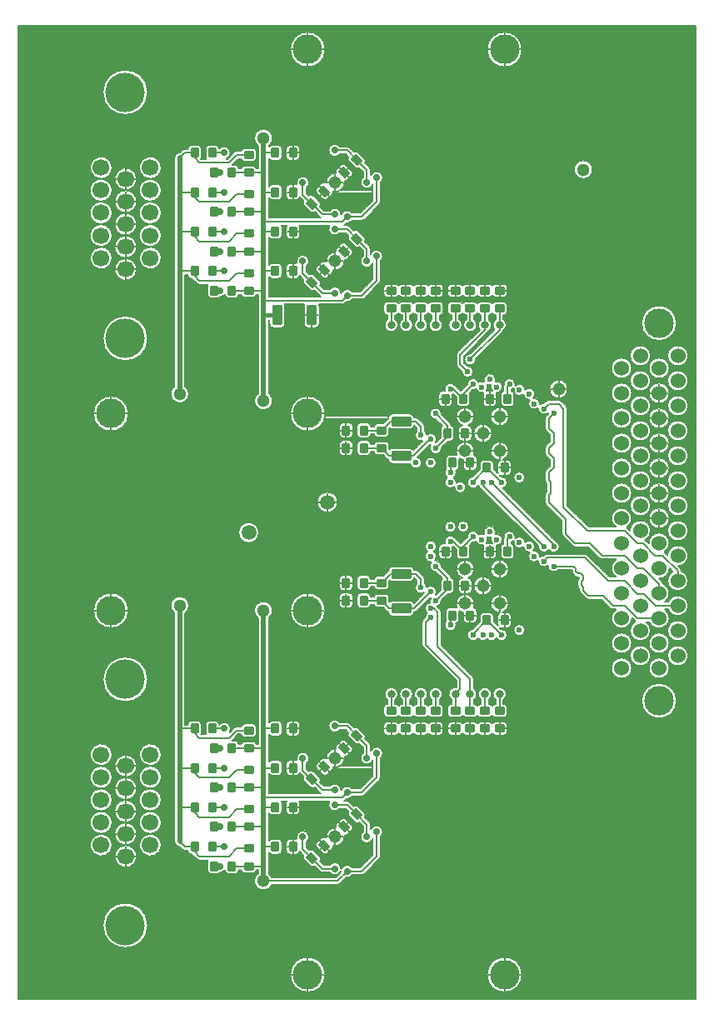
<source format=gbl>
%FSAX43Y43*%
%MOMM*%
G71*
G01*
G75*
G04 Layer_Physical_Order=4*
G04 Layer_Color=255*
%ADD10C,0.200*%
G04:AMPARAMS|DCode=11|XSize=0.8mm|YSize=1mm|CornerRadius=0.08mm|HoleSize=0mm|Usage=FLASHONLY|Rotation=180.000|XOffset=0mm|YOffset=0mm|HoleType=Round|Shape=RoundedRectangle|*
%AMROUNDEDRECTD11*
21,1,0.800,0.840,0,0,180.0*
21,1,0.640,1.000,0,0,180.0*
1,1,0.160,-0.320,0.420*
1,1,0.160,0.320,0.420*
1,1,0.160,0.320,-0.420*
1,1,0.160,-0.320,-0.420*
%
%ADD11ROUNDEDRECTD11*%
%ADD12R,3.048X3.048*%
G04:AMPARAMS|DCode=13|XSize=0.8mm|YSize=1mm|CornerRadius=0.08mm|HoleSize=0mm|Usage=FLASHONLY|Rotation=270.000|XOffset=0mm|YOffset=0mm|HoleType=Round|Shape=RoundedRectangle|*
%AMROUNDEDRECTD13*
21,1,0.800,0.840,0,0,270.0*
21,1,0.640,1.000,0,0,270.0*
1,1,0.160,-0.420,-0.320*
1,1,0.160,-0.420,0.320*
1,1,0.160,0.420,0.320*
1,1,0.160,0.420,-0.320*
%
%ADD13ROUNDEDRECTD13*%
%ADD14R,3.300X2.400*%
%ADD15R,1.000X2.400*%
%ADD16R,5.500X5.500*%
%ADD17R,0.250X0.750*%
%ADD18O,0.250X0.750*%
%ADD19O,0.750X0.250*%
%ADD20R,2.340X2.340*%
%ADD21R,0.900X0.250*%
%ADD22O,0.900X0.250*%
%ADD23O,0.250X0.900*%
%ADD24O,0.762X1.270*%
%ADD25R,0.762X1.270*%
%ADD26C,0.500*%
%ADD27C,0.400*%
%ADD28C,0.175*%
%ADD29C,1.700*%
%ADD30C,4.000*%
%ADD31C,1.524*%
%ADD32C,3.000*%
%ADD33C,0.700*%
%ADD34C,1.500*%
%ADD35C,1.300*%
%ADD36C,0.600*%
%ADD37C,0.800*%
G04:AMPARAMS|DCode=38|XSize=0.8mm|YSize=1mm|CornerRadius=0.08mm|HoleSize=0mm|Usage=FLASHONLY|Rotation=225.000|XOffset=0mm|YOffset=0mm|HoleType=Round|Shape=RoundedRectangle|*
%AMROUNDEDRECTD38*
21,1,0.800,0.840,0,0,225.0*
21,1,0.640,1.000,0,0,225.0*
1,1,0.160,-0.523,0.071*
1,1,0.160,-0.071,0.523*
1,1,0.160,0.523,-0.071*
1,1,0.160,0.071,-0.523*
%
%ADD38ROUNDEDRECTD38*%
G04:AMPARAMS|DCode=39|XSize=1mm|YSize=2mm|CornerRadius=0.1mm|HoleSize=0mm|Usage=FLASHONLY|Rotation=270.000|XOffset=0mm|YOffset=0mm|HoleType=Round|Shape=RoundedRectangle|*
%AMROUNDEDRECTD39*
21,1,1.000,1.800,0,0,270.0*
21,1,0.800,2.000,0,0,270.0*
1,1,0.200,-0.900,-0.400*
1,1,0.200,-0.900,0.400*
1,1,0.200,0.900,0.400*
1,1,0.200,0.900,-0.400*
%
%ADD39ROUNDEDRECTD39*%
G04:AMPARAMS|DCode=40|XSize=1mm|YSize=2mm|CornerRadius=0.1mm|HoleSize=0mm|Usage=FLASHONLY|Rotation=0.000|XOffset=0mm|YOffset=0mm|HoleType=Round|Shape=RoundedRectangle|*
%AMROUNDEDRECTD40*
21,1,1.000,1.800,0,0,0.0*
21,1,0.800,2.000,0,0,0.0*
1,1,0.200,0.400,-0.900*
1,1,0.200,-0.400,-0.900*
1,1,0.200,-0.400,0.900*
1,1,0.200,0.400,0.900*
%
%ADD40ROUNDEDRECTD40*%
G54D10*
X0034000Y0057300D02*
G03*
X0035150Y0056150I0000000J-0001150D01*
G01*
D02*
G03*
X0034000Y0057300I-0001150J0000000D01*
G01*
Y0059600D02*
G03*
X0034000Y0057300I0000000J-0001150D01*
G01*
D02*
G03*
X0035150Y0058450I0000000J0001150D01*
G01*
X0038760Y0048000D02*
G03*
X0038760Y0048000I-0002300J0000000D01*
G01*
X0036500Y0058450D02*
G03*
X0036500Y0056150I0000000J-0001150D01*
G01*
D02*
G03*
X0037650Y0055000I0000000J-0001150D01*
G01*
X0036500Y0056150D02*
G03*
X0037650Y0057300I0000000J0001150D01*
G01*
X0034000Y0059600D02*
G03*
X0035150Y0060750I0000000J0001150D01*
G01*
Y0058450D02*
G03*
X0034000Y0059600I-0001150J0000000D01*
G01*
Y0061900D02*
G03*
X0034000Y0059600I0000000J-0001150D01*
G01*
Y0064200D02*
G03*
X0034000Y0061900I0000000J-0001150D01*
G01*
X0035150Y0060750D02*
G03*
X0034000Y0061900I-0001150J0000000D01*
G01*
X0036500Y0060750D02*
G03*
X0036500Y0058450I0000000J-0001150D01*
G01*
X0034000Y0061900D02*
G03*
X0035150Y0063050I0000000J0001150D01*
G01*
D02*
G03*
X0034000Y0064200I-0001150J0000000D01*
G01*
X0036500Y0063050D02*
G03*
X0036500Y0060750I0000000J-0001150D01*
G01*
X0037650Y0055000D02*
G03*
X0036500Y0056150I-0001150J0000000D01*
G01*
X0041450Y0056500D02*
G03*
X0041984Y0055950I0000550J0000000D01*
G01*
X0037650Y0057300D02*
G03*
X0036500Y0058450I-0001150J0000000D01*
G01*
X0039000Y0057300D02*
G03*
X0040150Y0056150I0000000J-0001150D01*
G01*
D02*
G03*
X0039000Y0057300I-0001150J0000000D01*
G01*
Y0059600D02*
G03*
X0039000Y0057300I0000000J-0001150D01*
G01*
D02*
G03*
X0040150Y0058450I0000000J0001150D01*
G01*
X0044800Y0053580D02*
G03*
X0045180Y0053200I0000380J0000000D01*
G01*
X0045820D02*
G03*
X0046123Y0053350I0000000J0000380D01*
G01*
X0046600Y0053580D02*
G03*
X0046980Y0053200I0000380J0000000D01*
G01*
X0047620D02*
G03*
X0048000Y0053580I0000000J0000380D01*
G01*
X0046123Y0053350D02*
G03*
X0046600Y0053585I-0000023J0000650D01*
G01*
X0048209Y0053600D02*
G03*
X0048580Y0053300I0000371J0000080D01*
G01*
X0051362Y0052900D02*
G03*
X0051050Y0053275I-0000862J-0000400D01*
G01*
X0049950D02*
G03*
X0051362Y0052100I0000550J-0000775D01*
G01*
X0049420Y0053300D02*
G03*
X0049791Y0053600I0000000J0000380D01*
G01*
X0042217Y0055718D02*
G03*
X0042500Y0055600I0000283J0000282D01*
G01*
X0043717Y0054718D02*
G03*
X0044000Y0054600I0000283J0000282D01*
G01*
X0043717Y0054717D02*
G03*
X0044000Y0054600I0000283J0000283D01*
G01*
X0044845D02*
G03*
X0044800Y0054420I0000335J-0000180D01*
G01*
X0042800Y0055580D02*
G03*
X0043180Y0055200I0000380J0000000D01*
G01*
X0042217Y0055717D02*
G03*
X0042500Y0055600I0000283J0000283D01*
G01*
X0051050Y0055392D02*
G03*
X0051380Y0055200I0000330J0000188D01*
G01*
Y0056800D02*
G03*
X0051050Y0056608I0000000J-0000380D01*
G01*
X0037650Y0059600D02*
G03*
X0036500Y0060750I-0001150J0000000D01*
G01*
Y0058450D02*
G03*
X0037650Y0059600I0000000J0001150D01*
G01*
X0036500Y0060750D02*
G03*
X0037650Y0061900I0000000J0001150D01*
G01*
D02*
G03*
X0036500Y0063050I-0001150J0000000D01*
G01*
X0039000Y0059600D02*
G03*
X0040150Y0060750I0000000J0001150D01*
G01*
Y0058450D02*
G03*
X0039000Y0059600I-0001150J0000000D01*
G01*
X0051050Y0059392D02*
G03*
X0051380Y0059200I0000330J0000188D01*
G01*
X0039000Y0061900D02*
G03*
X0039000Y0059600I0000000J-0001150D01*
G01*
Y0064200D02*
G03*
X0039000Y0061900I0000000J-0001150D01*
G01*
X0040150Y0060750D02*
G03*
X0039000Y0061900I-0001150J0000000D01*
G01*
D02*
G03*
X0040150Y0063050I0000000J0001150D01*
G01*
D02*
G03*
X0039000Y0064200I-0001150J0000000D01*
G01*
X0051050Y0063392D02*
G03*
X0051380Y0063200I0000330J0000188D01*
G01*
X0034000Y0064200D02*
G03*
X0035150Y0065350I0000000J0001150D01*
G01*
X0036500Y0063050D02*
G03*
X0037650Y0064200I0000000J0001150D01*
G01*
X0035150Y0065350D02*
G03*
X0034000Y0064200I-0001150J0000000D01*
G01*
X0037650Y0064200D02*
G03*
X0036500Y0063050I-0001150J0000000D01*
G01*
X0040150Y0065350D02*
G03*
X0039000Y0064200I-0001150J0000000D01*
G01*
X0038760Y0073000D02*
G03*
X0038760Y0073000I-0002300J0000000D01*
G01*
X0036800Y0080000D02*
G03*
X0036800Y0080000I-0001800J0000000D01*
G01*
X0039000Y0064200D02*
G03*
X0040150Y0065350I0000000J0001150D01*
G01*
X0044158Y0067407D02*
G03*
X0044200Y0067580I-0000338J0000173D01*
G01*
X0044600D02*
G03*
X0044645Y0067400I0000380J0000000D01*
G01*
X0043180Y0068800D02*
G03*
X0042800Y0068420I0000000J-0000380D01*
G01*
X0044200D02*
G03*
X0043820Y0068800I-0000380J0000000D01*
G01*
X0047071Y0067637D02*
G03*
X0047182Y0068000I-0000539J0000363D01*
G01*
D02*
G03*
X0046020Y0068400I-0000650J0000000D01*
G01*
X0044980Y0068800D02*
G03*
X0044600Y0068420I0000000J-0000380D01*
G01*
X0046000D02*
G03*
X0045620Y0068800I-0000380J0000000D01*
G01*
X0048000Y0066420D02*
G03*
X0047620Y0066800I-0000380J0000000D01*
G01*
X0048209Y0067400D02*
G03*
X0048580Y0067100I0000371J0000080D01*
G01*
Y0066700D02*
G03*
X0048209Y0066400I0000000J-0000380D01*
G01*
X0049791D02*
G03*
X0049420Y0066700I-0000371J-0000080D01*
G01*
X0051380Y0064800D02*
G03*
X0051050Y0064608I0000000J-0000380D01*
G01*
Y0067392D02*
G03*
X0051380Y0067200I0000330J0000188D01*
G01*
X0047800Y0068200D02*
G03*
X0047517Y0068082I0000000J-0000400D01*
G01*
X0047800Y0068200D02*
G03*
X0047517Y0068083I0000000J-0000400D01*
G01*
X0049420Y0067100D02*
G03*
X0049800Y0067480I0000000J0000380D01*
G01*
X0048580Y0068500D02*
G03*
X0048209Y0068200I0000000J-0000380D01*
G01*
X0049800Y0068120D02*
G03*
X0049420Y0068500I-0000380J0000000D01*
G01*
X0051380Y0068800D02*
G03*
X0051050Y0068608I0000000J-0000380D01*
G01*
X0042950Y0080500D02*
G03*
X0041450Y0079725I-0000950J0000000D01*
G01*
X0042550D02*
G03*
X0042950Y0080500I-0000550J0000775D01*
G01*
X0050050Y0087900D02*
G03*
X0050050Y0087900I-0001050J0000000D01*
G01*
X0056800Y0043000D02*
G03*
X0056800Y0043000I-0001800J0000000D01*
G01*
X0054585Y0055104D02*
G03*
X0054635Y0054629I0000319J-0000206D01*
G01*
X0052020Y0055200D02*
G03*
X0052400Y0055580I0000000J0000380D01*
G01*
Y0056420D02*
G03*
X0052020Y0056800I-0000380J0000000D01*
G01*
X0052800Y0055580D02*
G03*
X0053180Y0055200I0000380J0000000D01*
G01*
Y0056800D02*
G03*
X0052800Y0056420I0000000J-0000380D01*
G01*
X0052020Y0059200D02*
G03*
X0052400Y0059580I0000000J0000380D01*
G01*
Y0060420D02*
G03*
X0052355Y0060600I-0000380J0000000D01*
G01*
X0052800Y0059580D02*
G03*
X0053180Y0059200I0000380J0000000D01*
G01*
X0052845Y0060600D02*
G03*
X0052800Y0060420I0000335J-0000180D01*
G01*
X0053820Y0055200D02*
G03*
X0054191Y0055500I0000000J0000380D01*
G01*
X0055150Y0057000D02*
G03*
X0053883Y0056795I-0000650J0000000D01*
G01*
X0053820Y0059200D02*
G03*
X0054200Y0059580I0000000J0000380D01*
G01*
Y0060420D02*
G03*
X0054155Y0060600I-0000380J0000000D01*
G01*
X0053820Y0063200D02*
G03*
X0054191Y0063500I0000000J0000380D01*
G01*
X0054585Y0063104D02*
G03*
X0054635Y0062629I0000319J-0000206D01*
G01*
X0056221Y0053468D02*
G03*
X0056504Y0053350I0000283J0000282D01*
G01*
X0056222Y0053467D02*
G03*
X0056504Y0053350I0000283J0000283D01*
G01*
X0055229Y0054035D02*
G03*
X0055704Y0053985I0000269J0000269D01*
G01*
X0056330Y0054757D02*
G03*
X0056219Y0055025I-0000380J0000000D01*
G01*
X0056270Y0054550D02*
G03*
X0056330Y0054757I-0000319J0000206D01*
G01*
X0058000Y0052100D02*
G03*
X0058283Y0052217I0000000J0000400D01*
G01*
X0057238Y0053350D02*
G03*
X0058350Y0053500I0000512J0000400D01*
G01*
X0058000Y0052100D02*
G03*
X0058283Y0052218I0000000J0000400D01*
G01*
X0058921Y0052855D02*
G03*
X0059512Y0053100I0000079J0000645D01*
G01*
X0058350Y0053500D02*
G03*
X0058355Y0053421I0000650J0000000D01*
G01*
X0058400Y0053750D02*
G03*
X0057238Y0054150I-0000650J-0000000D01*
G01*
X0059512Y0053900D02*
G03*
X0058400Y0053750I-0000512J-0000400D01*
G01*
X0055625Y0055619D02*
G03*
X0055150Y0055670I-0000269J-0000269D01*
G01*
X0054900Y0056488D02*
G03*
X0055150Y0057000I-0000400J0000512D01*
G01*
X0056502Y0055308D02*
G03*
X0057039Y0055308I0000269J0000269D01*
G01*
X0055908Y0056439D02*
G03*
X0055908Y0055902I0000269J-0000269D01*
G01*
X0057492Y0055761D02*
G03*
X0057603Y0056029I-0000269J0000269D01*
G01*
X0057601Y0056071D02*
G03*
X0058750Y0057000I0000199J0000929D01*
G01*
X0060600Y0057512D02*
G03*
X0061600Y0056750I0000400J-0000512D01*
G01*
X0056853Y0056931D02*
G03*
X0056361Y0056892I-0000223J-0000308D01*
G01*
X0057816Y0057950D02*
G03*
X0056853Y0056931I-0000016J-0000950D01*
G01*
X0057908Y0058339D02*
G03*
X0057816Y0057950I0000269J-0000269D01*
G01*
X0058750Y0057000D02*
G03*
X0058745Y0057098I-0000950J0000000D01*
G01*
D02*
G03*
X0059039Y0057208I0000026J0000379D01*
G01*
X0058898Y0058792D02*
G03*
X0058361Y0058792I-0000269J-0000269D01*
G01*
X0059130Y0059550D02*
G03*
X0059181Y0059075I0000319J-0000206D01*
G01*
X0055229Y0062035D02*
G03*
X0055704Y0061985I0000269J0000269D01*
G01*
X0056222Y0061467D02*
G03*
X0056311Y0061400I0000283J0000283D01*
G01*
X0056221Y0061468D02*
G03*
X0056311Y0061400I0000283J0000282D01*
G01*
X0056270Y0062550D02*
G03*
X0056330Y0062757I-0000319J0000206D01*
G01*
D02*
G03*
X0056219Y0063025I-0000380J0000000D01*
G01*
X0056502Y0063308D02*
G03*
X0057039Y0063308I0000269J0000269D01*
G01*
X0057202Y0060600D02*
G03*
X0058262Y0059850I0000548J-0000350D01*
G01*
X0058694Y0060650D02*
G03*
X0058783Y0060717I-0000194J0000350D01*
G01*
X0059279Y0060532D02*
G03*
X0058996Y0060650I-0000283J-0000282D01*
G01*
X0059278Y0060533D02*
G03*
X0058996Y0060650I-0000283J-0000283D01*
G01*
X0058400Y0061750D02*
G03*
X0057238Y0062150I-0000650J-0000000D01*
G01*
X0058694Y0060650D02*
G03*
X0058783Y0060718I-0000194J0000350D01*
G01*
X0059603Y0057929D02*
G03*
X0059492Y0058198I-0000380J0000000D01*
G01*
Y0057661D02*
G03*
X0059603Y0057929I-0000269J0000269D01*
G01*
X0059775Y0058481D02*
G03*
X0060250Y0058430I0000269J0000269D01*
G01*
X0058921Y0060855D02*
G03*
X0059512Y0061100I0000079J0000645D01*
G01*
Y0061900D02*
G03*
X0058400Y0061750I-0000512J-0000400D01*
G01*
X0060171Y0060065D02*
G03*
X0059696Y0060115I-0000269J-0000269D01*
G01*
X0052020Y0063200D02*
G03*
X0052400Y0063580I0000000J0000380D01*
G01*
Y0064420D02*
G03*
X0052020Y0064800I-0000380J0000000D01*
G01*
X0052800Y0063580D02*
G03*
X0053180Y0063200I0000380J0000000D01*
G01*
Y0064800D02*
G03*
X0052800Y0064420I0000000J-0000380D01*
G01*
X0052020Y0067200D02*
G03*
X0052400Y0067580I0000000J0000380D01*
G01*
Y0068420D02*
G03*
X0052020Y0068800I-0000380J0000000D01*
G01*
X0052800Y0067580D02*
G03*
X0053180Y0067200I0000380J0000000D01*
G01*
Y0068800D02*
G03*
X0052800Y0068420I0000000J-0000380D01*
G01*
X0051450Y0080000D02*
G03*
X0049950Y0079225I-0000950J0000000D01*
G01*
X0051050D02*
G03*
X0051450Y0080000I-0000550J0000775D01*
G01*
X0055625Y0063619D02*
G03*
X0055150Y0063670I-0000269J-0000269D01*
G01*
X0055908Y0064439D02*
G03*
X0055908Y0063902I0000269J-0000269D01*
G01*
X0057492Y0063761D02*
G03*
X0057603Y0064029I-0000269J0000269D01*
G01*
X0053820Y0067200D02*
G03*
X0054200Y0067580I0000000J0000380D01*
G01*
X0055150Y0065000D02*
G03*
X0053883Y0064795I-0000650J0000000D01*
G01*
X0054900Y0064488D02*
G03*
X0055150Y0065000I-0000400J0000512D01*
G01*
X0056853Y0064931D02*
G03*
X0056361Y0064892I-0000223J-0000308D01*
G01*
X0057816Y0065950D02*
G03*
X0056853Y0064931I-0000016J-0000950D01*
G01*
X0057908Y0066339D02*
G03*
X0057816Y0065950I0000269J-0000269D01*
G01*
X0058262Y0068650D02*
G03*
X0058262Y0067850I-0000512J-0000400D01*
G01*
X0057601Y0064071D02*
G03*
X0058750Y0065000I0000199J0000929D01*
G01*
D02*
G03*
X0058745Y0065098I-0000950J0000000D01*
G01*
D02*
G03*
X0059039Y0065208I0000026J0000379D01*
G01*
X0060600Y0065512D02*
G03*
X0061600Y0064750I0000400J-0000512D01*
G01*
X0059492Y0065661D02*
G03*
X0059603Y0065929I-0000269J0000269D01*
G01*
D02*
G03*
X0059492Y0066198I-0000380J0000000D01*
G01*
X0058898Y0066792D02*
G03*
X0058361Y0066792I-0000269J-0000269D01*
G01*
X0059130Y0067550D02*
G03*
X0059181Y0067075I0000319J-0000206D01*
G01*
X0059775Y0066481D02*
G03*
X0060250Y0066430I0000269J0000269D01*
G01*
X0060171Y0068065D02*
G03*
X0059696Y0068115I-0000269J-0000269D01*
G01*
X0054200Y0068420D02*
G03*
X0053820Y0068800I-0000380J0000000D01*
G01*
X0058200Y0080580D02*
G03*
X0058580Y0080200I0000380J0000000D01*
G01*
X0059278Y0068533D02*
G03*
X0058996Y0068650I-0000283J-0000283D01*
G01*
X0059279Y0068532D02*
G03*
X0058996Y0068650I-0000283J-0000282D01*
G01*
X0059220Y0080200D02*
G03*
X0059600Y0080580I0000000J0000380D01*
G01*
X0056800Y0080000D02*
G03*
X0056800Y0080000I-0001800J0000000D01*
G01*
X0058580Y0081800D02*
G03*
X0058200Y0081420I0000000J-0000380D01*
G01*
X0058050Y0091000D02*
G03*
X0058050Y0091000I-0001050J0000000D01*
G01*
X0058580Y0083600D02*
G03*
X0058200Y0083220I0000000J-0000380D01*
G01*
Y0082380D02*
G03*
X0058580Y0082000I0000380J0000000D01*
G01*
X0059600Y0081420D02*
G03*
X0059220Y0081800I-0000380J0000000D01*
G01*
Y0082000D02*
G03*
X0059600Y0082380I0000000J0000380D01*
G01*
Y0083220D02*
G03*
X0059220Y0083600I-0000380J0000000D01*
G01*
X0060000Y0080580D02*
G03*
X0060380Y0080200I0000380J0000000D01*
G01*
Y0081800D02*
G03*
X0060000Y0081420I0000000J-0000380D01*
G01*
Y0082380D02*
G03*
X0060380Y0082000I0000380J0000000D01*
G01*
Y0083600D02*
G03*
X0060000Y0083220I0000000J-0000380D01*
G01*
X0036800Y0100000D02*
G03*
X0036800Y0100000I-0001800J0000000D01*
G01*
X0038760Y0107650D02*
G03*
X0038760Y0107650I-0002300J0000000D01*
G01*
X0034000Y0116950D02*
G03*
X0035150Y0115800I0000000J-0001150D01*
G01*
D02*
G03*
X0034000Y0116950I-0001150J0000000D01*
G01*
X0036500Y0115800D02*
G03*
X0037650Y0114650I0000000J-0001150D01*
G01*
D02*
G03*
X0036500Y0115800I-0001150J0000000D01*
G01*
D02*
G03*
X0037650Y0116950I0000000J0001150D01*
G01*
X0041450Y0102775D02*
G03*
X0042950Y0102000I0000550J-0000775D01*
G01*
D02*
G03*
X0042550Y0102775I-0000950J0000000D01*
G01*
X0049950Y0102075D02*
G03*
X0051450Y0101300I0000550J-0000775D01*
G01*
D02*
G03*
X0051050Y0102075I-0000950J0000000D01*
G01*
X0051100Y0109100D02*
G03*
X0051500Y0108700I0000400J0000000D01*
G01*
X0043717Y0113217D02*
G03*
X0044000Y0113100I0000283J0000283D01*
G01*
X0043717Y0113218D02*
G03*
X0044000Y0113100I0000283J0000282D01*
G01*
X0042800Y0114080D02*
G03*
X0043180Y0113700I0000380J0000000D01*
G01*
X0039000Y0116950D02*
G03*
X0040150Y0115800I0000000J-0001150D01*
G01*
D02*
G03*
X0039000Y0116950I-0001150J0000000D01*
G01*
X0044800Y0112080D02*
G03*
X0045180Y0111700I0000380J0000000D01*
G01*
X0045820D02*
G03*
X0046123Y0111850I0000000J0000380D01*
G01*
X0047620Y0111700D02*
G03*
X0048000Y0112080I0000000J0000380D01*
G01*
X0046123Y0111850D02*
G03*
X0046600Y0112085I-0000023J0000650D01*
G01*
Y0112080D02*
G03*
X0046980Y0111700I0000380J0000000D01*
G01*
X0049420Y0111800D02*
G03*
X0049791Y0112100I0000000J0000380D01*
G01*
X0048209D02*
G03*
X0048580Y0111800I0000371J0000080D01*
G01*
X0044845Y0113100D02*
G03*
X0044800Y0112920I0000335J-0000180D01*
G01*
X0051050Y0113892D02*
G03*
X0051380Y0113700I0000330J0000188D01*
G01*
X0052020D02*
G03*
X0052400Y0114080I0000000J0000380D01*
G01*
X0051380Y0115300D02*
G03*
X0051050Y0115108I0000000J-0000380D01*
G01*
X0052400Y0114920D02*
G03*
X0052020Y0115300I-0000380J0000000D01*
G01*
X0051050Y0117892D02*
G03*
X0051380Y0117700I0000330J0000188D01*
G01*
X0034000Y0116950D02*
G03*
X0035150Y0118100I0000000J0001150D01*
G01*
X0034000Y0119250D02*
G03*
X0034000Y0116950I0000000J-0001150D01*
G01*
X0035150Y0118100D02*
G03*
X0034000Y0119250I-0001150J0000000D01*
G01*
D02*
G03*
X0035150Y0120400I0000000J0001150D01*
G01*
X0034000Y0121550D02*
G03*
X0034000Y0119250I0000000J-0001150D01*
G01*
Y0123850D02*
G03*
X0034000Y0121550I0000000J-0001150D01*
G01*
X0035150Y0120400D02*
G03*
X0034000Y0121550I-0001150J0000000D01*
G01*
D02*
G03*
X0035150Y0122700I0000000J0001150D01*
G01*
D02*
G03*
X0034000Y0123850I-0001150J0000000D01*
G01*
X0036500Y0118100D02*
G03*
X0036500Y0115800I0000000J-0001150D01*
G01*
Y0120400D02*
G03*
X0036500Y0118100I0000000J-0001150D01*
G01*
X0037650Y0116950D02*
G03*
X0036500Y0118100I-0001150J0000000D01*
G01*
D02*
G03*
X0037650Y0119250I0000000J0001150D01*
G01*
D02*
G03*
X0036500Y0120400I-0001150J0000000D01*
G01*
Y0122700D02*
G03*
X0036500Y0120400I0000000J-0001150D01*
G01*
X0037650Y0121550D02*
G03*
X0036500Y0122700I-0001150J0000000D01*
G01*
Y0120400D02*
G03*
X0037650Y0121550I0000000J0001150D01*
G01*
Y0123850D02*
G03*
X0036500Y0122700I-0001150J0000000D01*
G01*
D02*
G03*
X0037650Y0123850I0000000J0001150D01*
G01*
X0035150Y0125000D02*
G03*
X0034000Y0123850I-0001150J0000000D01*
G01*
D02*
G03*
X0035150Y0125000I0000000J0001150D01*
G01*
X0038760Y0132650D02*
G03*
X0038760Y0132650I-0002300J0000000D01*
G01*
X0039000Y0119250D02*
G03*
X0039000Y0116950I0000000J-0001150D01*
G01*
D02*
G03*
X0040150Y0118100I0000000J0001150D01*
G01*
D02*
G03*
X0039000Y0119250I-0001150J0000000D01*
G01*
D02*
G03*
X0040150Y0120400I0000000J0001150D01*
G01*
X0039000Y0121550D02*
G03*
X0039000Y0119250I0000000J-0001150D01*
G01*
X0040150Y0120400D02*
G03*
X0039000Y0121550I-0001150J0000000D01*
G01*
Y0123850D02*
G03*
X0039000Y0121550I0000000J-0001150D01*
G01*
D02*
G03*
X0040150Y0122700I0000000J0001150D01*
G01*
D02*
G03*
X0039000Y0123850I-0001150J0000000D01*
G01*
X0040150Y0125000D02*
G03*
X0039000Y0123850I-0001150J0000000D01*
G01*
D02*
G03*
X0040150Y0125000I0000000J0001150D01*
G01*
X0051050Y0121892D02*
G03*
X0051380Y0121700I0000330J0000188D01*
G01*
Y0123300D02*
G03*
X0051050Y0123108I0000000J-0000380D01*
G01*
X0052400Y0122920D02*
G03*
X0052020Y0123300I-0000380J0000000D01*
G01*
X0044158Y0125907D02*
G03*
X0044200Y0126080I-0000338J0000173D01*
G01*
X0044600D02*
G03*
X0044645Y0125900I0000380J0000000D01*
G01*
X0041984Y0126550D02*
G03*
X0041450Y0126000I0000016J-0000550D01*
G01*
X0042500Y0126900D02*
G03*
X0042217Y0126782I0000000J-0000400D01*
G01*
X0042500Y0126900D02*
G03*
X0042217Y0126783I0000000J-0000400D01*
G01*
X0043180Y0127300D02*
G03*
X0042800Y0126920I0000000J-0000380D01*
G01*
X0044200D02*
G03*
X0043820Y0127300I-0000380J0000000D01*
G01*
X0046750Y0125900D02*
G03*
X0047150Y0126500I-0000250J0000600D01*
G01*
X0044980Y0127300D02*
G03*
X0044600Y0126920I0000000J-0000380D01*
G01*
X0046000D02*
G03*
X0045620Y0127300I-0000380J0000000D01*
G01*
X0047150Y0126500D02*
G03*
X0046000Y0126915I-0000650J0000000D01*
G01*
X0048000Y0124920D02*
G03*
X0047620Y0125300I-0000380J0000000D01*
G01*
X0048209Y0125900D02*
G03*
X0048580Y0125600I0000371J0000080D01*
G01*
Y0125200D02*
G03*
X0048209Y0124900I0000000J-0000380D01*
G01*
X0049791D02*
G03*
X0049420Y0125200I-0000371J-0000080D01*
G01*
Y0125600D02*
G03*
X0049800Y0125980I0000000J0000380D01*
G01*
X0051050Y0125892D02*
G03*
X0051380Y0125700I0000330J0000188D01*
G01*
X0047800Y0126700D02*
G03*
X0047517Y0126582I0000000J-0000400D01*
G01*
X0047800Y0126700D02*
G03*
X0047517Y0126583I0000000J-0000400D01*
G01*
X0048580Y0127000D02*
G03*
X0048209Y0126700I0000000J-0000380D01*
G01*
X0049800Y0126620D02*
G03*
X0049420Y0127000I-0000380J0000000D01*
G01*
X0051450Y0128000D02*
G03*
X0049950Y0127225I-0000950J0000000D01*
G01*
X0051380Y0127300D02*
G03*
X0051050Y0127108I0000000J-0000380D01*
G01*
Y0127225D02*
G03*
X0051450Y0128000I-0000550J0000775D01*
G01*
X0052400Y0126920D02*
G03*
X0052020Y0127300I-0000380J0000000D01*
G01*
X0056800Y0100000D02*
G03*
X0056800Y0100000I-0001800J0000000D01*
G01*
X0052300Y0108700D02*
G03*
X0052700Y0109100I0000000J0000400D01*
G01*
Y0110900D02*
G03*
X0052646Y0111100I-0000400J0000000D01*
G01*
X0052800Y0114080D02*
G03*
X0053180Y0113700I0000380J0000000D01*
G01*
X0053820D02*
G03*
X0054191Y0114000I0000000J0000380D01*
G01*
X0053180Y0115300D02*
G03*
X0052800Y0114920I0000000J-0000380D01*
G01*
X0054600Y0109100D02*
G03*
X0055000Y0108700I0000400J0000000D01*
G01*
X0054654Y0111100D02*
G03*
X0054600Y0110900I0000346J-0000200D01*
G01*
X0054585Y0113604D02*
G03*
X0054635Y0113129I0000319J-0000206D01*
G01*
X0055150Y0115500D02*
G03*
X0053883Y0115295I-0000650J0000000D01*
G01*
X0054900Y0114988D02*
G03*
X0055150Y0115500I-0000400J0000512D01*
G01*
X0058200Y0096080D02*
G03*
X0058580Y0095700I0000380J0000000D01*
G01*
X0058200Y0097880D02*
G03*
X0058580Y0097500I0000380J0000000D01*
G01*
Y0097300D02*
G03*
X0058200Y0096920I0000000J-0000380D01*
G01*
X0059220Y0095700D02*
G03*
X0059600Y0096080I0000000J0000380D01*
G01*
X0059220Y0097500D02*
G03*
X0059600Y0097880I0000000J0000380D01*
G01*
Y0096920D02*
G03*
X0059220Y0097300I-0000380J0000000D01*
G01*
X0055800Y0108700D02*
G03*
X0056200Y0109100I0000000J0000400D01*
G01*
X0058580Y0099100D02*
G03*
X0058200Y0098720I0000000J-0000380D01*
G01*
X0059600D02*
G03*
X0059220Y0099100I-0000380J0000000D01*
G01*
X0060380Y0097300D02*
G03*
X0060000Y0096920I0000000J-0000380D01*
G01*
Y0096080D02*
G03*
X0060380Y0095700I0000380J0000000D01*
G01*
X0060000Y0097880D02*
G03*
X0060380Y0097500I0000380J0000000D01*
G01*
Y0099100D02*
G03*
X0060000Y0098720I0000000J-0000380D01*
G01*
X0055229Y0112535D02*
G03*
X0055704Y0112485I0000269J0000269D01*
G01*
X0056200Y0110900D02*
G03*
X0056146Y0111100I-0000400J0000000D01*
G01*
X0056330Y0113257D02*
G03*
X0056219Y0113525I-0000380J0000000D01*
G01*
X0055625Y0114119D02*
G03*
X0055150Y0114170I-0000269J-0000269D01*
G01*
X0056222Y0111967D02*
G03*
X0056311Y0111900I0000283J0000283D01*
G01*
X0056221Y0111968D02*
G03*
X0056311Y0111900I0000283J0000282D01*
G01*
X0058400Y0112250D02*
G03*
X0057238Y0112650I-0000650J-0000000D01*
G01*
X0058500Y0111100D02*
G03*
X0058783Y0111217I0000000J0000400D01*
G01*
X0058500Y0111100D02*
G03*
X0058783Y0111218I0000000J0000400D01*
G01*
X0056270Y0113050D02*
G03*
X0056330Y0113257I-0000319J0000206D01*
G01*
X0056502Y0113808D02*
G03*
X0057039Y0113808I0000269J0000269D01*
G01*
X0055908Y0114939D02*
G03*
X0055908Y0114402I0000269J-0000269D01*
G01*
X0056853Y0115431D02*
G03*
X0056361Y0115392I-0000223J-0000308D01*
G01*
X0057492Y0114261D02*
G03*
X0057603Y0114529I-0000269J0000269D01*
G01*
X0057601Y0114571D02*
G03*
X0058750Y0115500I0000199J0000929D01*
G01*
D02*
G03*
X0058745Y0115598I-0000950J0000000D01*
G01*
X0057816Y0116450D02*
G03*
X0056853Y0115431I-0000016J-0000950D01*
G01*
X0058745Y0115598D02*
G03*
X0059039Y0115708I0000026J0000379D01*
G01*
X0058921Y0111355D02*
G03*
X0059512Y0111600I0000079J0000645D01*
G01*
Y0112400D02*
G03*
X0058400Y0112250I-0000512J-0000400D01*
G01*
X0060600Y0116012D02*
G03*
X0061600Y0115250I0000400J-0000512D01*
G01*
X0059603Y0116429D02*
G03*
X0059492Y0116698I-0000380J0000000D01*
G01*
Y0116161D02*
G03*
X0059603Y0116429I-0000269J0000269D01*
G01*
X0052020Y0117700D02*
G03*
X0052400Y0118080I0000000J0000380D01*
G01*
Y0118920D02*
G03*
X0052355Y0119100I-0000380J0000000D01*
G01*
X0052020Y0121700D02*
G03*
X0052400Y0122080I0000000J0000380D01*
G01*
X0052800Y0118080D02*
G03*
X0053180Y0117700I0000380J0000000D01*
G01*
X0052845Y0119100D02*
G03*
X0052800Y0118920I0000335J-0000180D01*
G01*
Y0122080D02*
G03*
X0053180Y0121700I0000380J0000000D01*
G01*
X0052020Y0125700D02*
G03*
X0052400Y0126080I0000000J0000380D01*
G01*
X0053180Y0123300D02*
G03*
X0052800Y0122920I0000000J-0000380D01*
G01*
Y0126080D02*
G03*
X0053180Y0125700I0000380J0000000D01*
G01*
X0053820Y0117700D02*
G03*
X0054200Y0118080I0000000J0000380D01*
G01*
Y0118920D02*
G03*
X0054155Y0119100I-0000380J0000000D01*
G01*
X0053820Y0121700D02*
G03*
X0054191Y0122000I0000000J0000380D01*
G01*
X0055150Y0123500D02*
G03*
X0053883Y0123295I-0000650J0000000D01*
G01*
X0053820Y0125700D02*
G03*
X0054200Y0126080I0000000J0000380D01*
G01*
X0053180Y0127300D02*
G03*
X0052800Y0126920I0000000J-0000380D01*
G01*
X0054200D02*
G03*
X0053820Y0127300I-0000380J0000000D01*
G01*
X0056800Y0137000D02*
G03*
X0056800Y0137000I-0001800J0000000D01*
G01*
X0056221Y0119968D02*
G03*
X0056311Y0119900I0000283J0000282D01*
G01*
X0055229Y0120535D02*
G03*
X0055704Y0120485I0000269J0000269D01*
G01*
X0056222Y0119967D02*
G03*
X0056311Y0119900I0000283J0000283D01*
G01*
X0057908Y0116839D02*
G03*
X0057816Y0116450I0000269J-0000269D01*
G01*
X0057202Y0119100D02*
G03*
X0058262Y0118350I0000548J-0000350D01*
G01*
X0058694Y0119150D02*
G03*
X0058783Y0119218I-0000194J0000350D01*
G01*
X0058694Y0119150D02*
G03*
X0058783Y0119217I-0000194J0000350D01*
G01*
X0058400Y0120250D02*
G03*
X0057238Y0120650I-0000650J-0000000D01*
G01*
X0054585Y0121604D02*
G03*
X0054635Y0121129I0000319J-0000206D01*
G01*
X0055625Y0122119D02*
G03*
X0055150Y0122170I-0000269J-0000269D01*
G01*
X0056270Y0121050D02*
G03*
X0056330Y0121257I-0000319J0000206D01*
G01*
D02*
G03*
X0056219Y0121525I-0000380J0000000D01*
G01*
X0056502Y0121808D02*
G03*
X0057039Y0121808I0000269J0000269D01*
G01*
X0055908Y0122939D02*
G03*
X0055908Y0122402I0000269J-0000269D01*
G01*
X0057492Y0122261D02*
G03*
X0057603Y0122529I-0000269J0000269D01*
G01*
X0057601Y0122571D02*
G03*
X0058750Y0123500I0000199J0000929D01*
G01*
X0058898Y0117292D02*
G03*
X0058361Y0117292I-0000269J-0000269D01*
G01*
X0059130Y0118050D02*
G03*
X0059181Y0117575I0000319J-0000206D01*
G01*
X0059278Y0119033D02*
G03*
X0058996Y0119150I-0000283J-0000283D01*
G01*
X0059775Y0116981D02*
G03*
X0060250Y0116930I0000269J0000269D01*
G01*
X0060171Y0118565D02*
G03*
X0059696Y0118615I-0000269J-0000269D01*
G01*
X0059279Y0119032D02*
G03*
X0058996Y0119150I-0000283J-0000282D01*
G01*
X0058921Y0119355D02*
G03*
X0059512Y0119600I0000079J0000645D01*
G01*
Y0120400D02*
G03*
X0058400Y0120250I-0000512J-0000400D01*
G01*
X0054900Y0122988D02*
G03*
X0055150Y0123500I-0000400J0000512D01*
G01*
X0056853Y0123431D02*
G03*
X0056361Y0123392I-0000223J-0000308D01*
G01*
X0057816Y0124450D02*
G03*
X0056853Y0123431I-0000016J-0000950D01*
G01*
X0058745Y0123598D02*
G03*
X0059039Y0123708I0000026J0000379D01*
G01*
X0058750Y0123500D02*
G03*
X0058745Y0123598I-0000950J0000000D01*
G01*
X0057908Y0124839D02*
G03*
X0057816Y0124450I0000269J-0000269D01*
G01*
X0059492Y0124161D02*
G03*
X0059603Y0124429I-0000269J0000269D01*
G01*
D02*
G03*
X0059492Y0124698I-0000380J0000000D01*
G01*
X0058262Y0127150D02*
G03*
X0058262Y0126350I-0000512J-0000400D01*
G01*
X0058898Y0125292D02*
G03*
X0058361Y0125292I-0000269J-0000269D01*
G01*
X0059130Y0126050D02*
G03*
X0059181Y0125575I0000319J-0000206D01*
G01*
X0059279Y0127032D02*
G03*
X0058996Y0127150I-0000283J-0000282D01*
G01*
X0059278Y0127033D02*
G03*
X0058996Y0127150I-0000283J-0000283D01*
G01*
X0060600Y0124012D02*
G03*
X0061600Y0123250I0000400J-0000512D01*
G01*
X0059775Y0124981D02*
G03*
X0060250Y0124930I0000269J0000269D01*
G01*
X0060171Y0126565D02*
G03*
X0059696Y0126615I-0000269J-0000269D01*
G01*
X0060500Y0053100D02*
G03*
X0060783Y0053217I0000000J0000400D01*
G01*
X0060500Y0053100D02*
G03*
X0060783Y0053218I0000000J0000400D01*
G01*
X0061400Y0058246D02*
G03*
X0061282Y0058529I-0000400J0000000D01*
G01*
X0060815Y0058996D02*
G03*
X0060876Y0059202I-0000319J0000206D01*
G01*
X0060500Y0061100D02*
G03*
X0060783Y0061218I0000000J0000400D01*
G01*
X0060500Y0061100D02*
G03*
X0060783Y0061217I0000000J0000400D01*
G01*
X0060876Y0059202D02*
G03*
X0060765Y0059471I-0000380J0000000D01*
G01*
X0062283Y0054717D02*
G03*
X0062400Y0055000I-0000283J0000283D01*
G01*
X0062282Y0054717D02*
G03*
X0062400Y0055000I-0000282J0000283D01*
G01*
Y0056988D02*
G03*
X0062650Y0057500I-0000400J0000512D01*
G01*
X0061400Y0058246D02*
G03*
X0061283Y0058528I-0000400J0000000D01*
G01*
X0062650Y0057500D02*
G03*
X0061400Y0057750I-0000650J0000000D01*
G01*
X0062282Y0062717D02*
G03*
X0062400Y0063000I-0000282J0000283D01*
G01*
X0062283Y0062717D02*
G03*
X0062400Y0063000I-0000283J0000283D01*
G01*
X0062650Y0065500D02*
G03*
X0061400Y0065750I-0000650J0000000D01*
G01*
Y0066246D02*
G03*
X0061282Y0066529I-0000400J0000000D01*
G01*
X0061400Y0066246D02*
G03*
X0061283Y0066528I-0000400J0000000D01*
G01*
X0060815Y0066996D02*
G03*
X0060876Y0067202I-0000319J0000206D01*
G01*
D02*
G03*
X0060765Y0067471I-0000380J0000000D01*
G01*
X0062400Y0064988D02*
G03*
X0062650Y0065500I-0000400J0000512D01*
G01*
X0062700Y0067680D02*
G03*
X0063080Y0067300I0000380J0000000D01*
G01*
X0062700Y0069480D02*
G03*
X0063080Y0069100I0000380J0000000D01*
G01*
Y0068700D02*
G03*
X0062700Y0068320I0000000J-0000380D01*
G01*
X0063920Y0067300D02*
G03*
X0064250Y0067492I0000000J0000380D01*
G01*
D02*
G03*
X0064580Y0067300I0000330J0000188D01*
G01*
X0065420D02*
G03*
X0065750Y0067492I0000000J0000380D01*
G01*
D02*
G03*
X0066080Y0067300I0000330J0000188D01*
G01*
X0066920D02*
G03*
X0067250Y0067492I0000000J0000380D01*
G01*
D02*
G03*
X0067580Y0067300I0000330J0000188D01*
G01*
X0068420D02*
G03*
X0068800Y0067680I0000000J0000380D01*
G01*
X0064580Y0068700D02*
G03*
X0064250Y0068508I0000000J-0000380D01*
G01*
D02*
G03*
X0063920Y0068700I-0000330J-0000188D01*
G01*
X0065750Y0068508D02*
G03*
X0065420Y0068700I-0000330J-0000188D01*
G01*
X0066080Y0068700D02*
G03*
X0065750Y0068508I0000000J-0000380D01*
G01*
X0063920Y0069100D02*
G03*
X0064250Y0069292I0000000J0000380D01*
G01*
D02*
G03*
X0064580Y0069100I0000330J0000188D01*
G01*
X0065420D02*
G03*
X0065750Y0069292I0000000J0000380D01*
G01*
X0067580Y0068700D02*
G03*
X0067250Y0068508I0000000J-0000380D01*
G01*
D02*
G03*
X0066920Y0068700I-0000330J-0000188D01*
G01*
X0068420Y0069100D02*
G03*
X0068800Y0069480I0000000J0000380D01*
G01*
Y0068320D02*
G03*
X0068420Y0068700I-0000380J0000000D01*
G01*
X0065750Y0069292D02*
G03*
X0066080Y0069100I0000330J0000188D01*
G01*
X0066920D02*
G03*
X0067250Y0069292I0000000J0000380D01*
G01*
D02*
G03*
X0067580Y0069100I0000330J0000188D01*
G01*
X0063080Y0070500D02*
G03*
X0062700Y0070120I0000000J-0000380D01*
G01*
X0064250Y0070308D02*
G03*
X0063920Y0070500I-0000330J-0000188D01*
G01*
X0064580Y0070500D02*
G03*
X0064250Y0070308I0000000J-0000380D01*
G01*
X0065750D02*
G03*
X0065420Y0070500I-0000330J-0000188D01*
G01*
X0066080Y0070500D02*
G03*
X0065750Y0070308I0000000J-0000380D01*
G01*
X0063900Y0070926D02*
G03*
X0064200Y0071500I-0000400J0000574D01*
G01*
D02*
G03*
X0063100Y0070926I-0000700J0000000D01*
G01*
X0065700Y0071500D02*
G03*
X0064600Y0070926I-0000700J0000000D01*
G01*
X0065400D02*
G03*
X0065700Y0071500I-0000400J0000574D01*
G01*
X0066600Y0076500D02*
G03*
X0066718Y0076217I0000400J0000000D01*
G01*
X0066600Y0076500D02*
G03*
X0066717Y0076217I0000400J0000000D01*
G01*
Y0079083D02*
G03*
X0066600Y0078800I0000283J-0000283D01*
G01*
X0066718Y0079083D02*
G03*
X0066600Y0078800I0000282J-0000283D01*
G01*
X0067250Y0070308D02*
G03*
X0066920Y0070500I-0000330J-0000188D01*
G01*
X0066900Y0070926D02*
G03*
X0067200Y0071500I-0000400J0000574D01*
G01*
X0067580Y0070500D02*
G03*
X0067250Y0070308I0000000J-0000380D01*
G01*
X0068800Y0070120D02*
G03*
X0068420Y0070500I-0000380J0000000D01*
G01*
X0068400Y0070926D02*
G03*
X0068700Y0071500I-0000400J0000574D01*
G01*
X0067200D02*
G03*
X0066100Y0070926I-0000700J0000000D01*
G01*
X0068700Y0071500D02*
G03*
X0067600Y0070926I-0000700J0000000D01*
G01*
X0067103Y0079750D02*
G03*
X0066901Y0079267I0000397J-0000450D01*
G01*
X0069200Y0067680D02*
G03*
X0069580Y0067300I0000380J0000000D01*
G01*
X0070420D02*
G03*
X0070750Y0067492I0000000J0000380D01*
G01*
D02*
G03*
X0071080Y0067300I0000330J0000188D01*
G01*
Y0068700D02*
G03*
X0070750Y0068508I0000000J-0000380D01*
G01*
X0069580Y0068700D02*
G03*
X0069200Y0068320I0000000J-0000380D01*
G01*
Y0069480D02*
G03*
X0069580Y0069100I0000380J0000000D01*
G01*
Y0070500D02*
G03*
X0069200Y0070120I0000000J-0000380D01*
G01*
X0070750Y0068508D02*
G03*
X0070420Y0068700I-0000330J-0000188D01*
G01*
X0070750Y0069292D02*
G03*
X0071080Y0069100I0000330J0000188D01*
G01*
X0072250Y0068508D02*
G03*
X0071920Y0068700I-0000330J-0000188D01*
G01*
Y0069100D02*
G03*
X0072250Y0069292I0000000J0000380D01*
G01*
X0070420Y0069100D02*
G03*
X0070750Y0069292I0000000J0000380D01*
G01*
X0072250Y0070308D02*
G03*
X0071920Y0070500I-0000330J-0000188D01*
G01*
Y0067300D02*
G03*
X0072250Y0067492I0000000J0000380D01*
G01*
D02*
G03*
X0072580Y0067300I0000330J0000188D01*
G01*
X0073420D02*
G03*
X0073750Y0067492I0000000J0000380D01*
G01*
X0072580Y0068700D02*
G03*
X0072250Y0068508I0000000J-0000380D01*
G01*
X0073750Y0067492D02*
G03*
X0074080Y0067300I0000330J0000188D01*
G01*
X0074920D02*
G03*
X0075300Y0067680I0000000J0000380D01*
G01*
X0074080Y0068700D02*
G03*
X0073750Y0068508I0000000J-0000380D01*
G01*
X0075300Y0068320D02*
G03*
X0074920Y0068700I-0000380J0000000D01*
G01*
X0072580Y0070500D02*
G03*
X0072250Y0070308I0000000J-0000380D01*
G01*
X0072250Y0069292D02*
G03*
X0072580Y0069100I0000330J0000188D01*
G01*
X0073750Y0068508D02*
G03*
X0073420Y0068700I-0000330J-0000188D01*
G01*
Y0069100D02*
G03*
X0073750Y0069292I0000000J0000380D01*
G01*
D02*
G03*
X0074080Y0069100I0000330J0000188D01*
G01*
X0074920D02*
G03*
X0075300Y0069480I0000000J0000380D01*
G01*
Y0070120D02*
G03*
X0074920Y0070500I-0000380J0000000D01*
G01*
X0073750Y0070308D02*
G03*
X0073420Y0070500I-0000330J-0000188D01*
G01*
X0074080Y0070500D02*
G03*
X0073750Y0070308I0000000J-0000380D01*
G01*
X0075200Y0071500D02*
G03*
X0074100Y0070926I-0000700J0000000D01*
G01*
X0074900D02*
G03*
X0075200Y0071500I-0000400J0000574D01*
G01*
X0070100Y0072193D02*
G03*
X0069600Y0070926I-0000100J-0000693D01*
G01*
X0071900D02*
G03*
X0072200Y0071500I-0000400J0000574D01*
G01*
D02*
G03*
X0071900Y0072074I-0000700J0000000D01*
G01*
Y0073000D02*
G03*
X0071782Y0073283I-0000400J0000000D01*
G01*
X0071900Y0073000D02*
G03*
X0071783Y0073283I-0000400J0000000D01*
G01*
X0071730Y0078096D02*
G03*
X0072300Y0077168I0000070J-0000596D01*
G01*
X0070100Y0078500D02*
G03*
X0070065Y0078703I-0000600J0000000D01*
G01*
X0069048Y0078895D02*
G03*
X0070100Y0078500I0000452J-0000395D01*
G01*
X0069000Y0079080D02*
G03*
X0069048Y0078895I0000380J0000000D01*
G01*
X0070065Y0078703D02*
G03*
X0070400Y0079080I-0000045J0000377D01*
G01*
X0070800D02*
G03*
X0071180Y0078700I0000380J0000000D01*
G01*
X0071820D02*
G03*
X0072200Y0079080I0000000J0000380D01*
G01*
X0073700Y0071500D02*
G03*
X0072600Y0070926I-0000700J0000000D01*
G01*
X0073400D02*
G03*
X0073700Y0071500I-0000400J0000574D01*
G01*
X0072300Y0077168D02*
G03*
X0073250Y0077103I0000500J0000332D01*
G01*
X0073250D02*
G03*
X0074200Y0077168I0000450J0000397D01*
G01*
D02*
G03*
X0075300Y0077500I0000500J0000332D01*
G01*
D02*
G03*
X0074667Y0078099I-0000600J0000000D01*
G01*
X0074300Y0078580D02*
G03*
X0074327Y0078438I0000380J0000000D01*
G01*
X0074538Y0078227D02*
G03*
X0074680Y0078200I0000142J0000353D01*
G01*
X0075320D02*
G03*
X0075700Y0078580I0000000J0000380D01*
G01*
X0074492Y0079750D02*
G03*
X0074300Y0079420I0000188J-0000330D01*
G01*
X0061020Y0080200D02*
G03*
X0061400Y0080580I0000000J0000380D01*
G01*
X0063200Y0079800D02*
G03*
X0063600Y0079400I0000400J0000000D01*
G01*
X0063017Y0079918D02*
G03*
X0063200Y0079813I0000283J0000282D01*
G01*
X0063017Y0079917D02*
G03*
X0063200Y0079813I0000283J0000283D01*
G01*
X0061709Y0080600D02*
G03*
X0062080Y0080300I0000371J0000080D01*
G01*
X0065400Y0079400D02*
G03*
X0065800Y0079800I0000000J0000400D01*
G01*
X0063600Y0081000D02*
G03*
X0063300Y0080865I0000000J-0000400D01*
G01*
X0065775Y0080740D02*
G03*
X0065400Y0081000I-0000375J-0000140D01*
G01*
X0065800Y0079800D02*
G03*
X0066083Y0079917I0000000J0000400D01*
G01*
X0065800Y0079800D02*
G03*
X0066083Y0079918I0000000J0000400D01*
G01*
X0061400Y0081420D02*
G03*
X0061020Y0081800I-0000380J0000000D01*
G01*
X0062080Y0081700D02*
G03*
X0061709Y0081400I0000000J-0000380D01*
G01*
X0061020Y0082000D02*
G03*
X0061400Y0082380I0000000J0000380D01*
G01*
X0061709Y0082400D02*
G03*
X0062080Y0082100I0000371J0000080D01*
G01*
X0063300Y0081320D02*
G03*
X0062920Y0081700I-0000380J0000000D01*
G01*
Y0082100D02*
G03*
X0063300Y0082480I0000000J0000380D01*
G01*
X0066100Y0082747D02*
G03*
X0066840Y0081806I0000400J-0000447D01*
G01*
X0067436Y0080797D02*
G03*
X0067103Y0079750I0000064J-0000597D01*
G01*
X0068600Y0079800D02*
G03*
X0068482Y0080083I-0000400J0000000D01*
G01*
X0068600Y0079800D02*
G03*
X0068483Y0080083I-0000400J0000000D01*
G01*
X0069380Y0080300D02*
G03*
X0069000Y0079920I0000000J-0000380D01*
G01*
X0067481Y0081300D02*
G03*
X0067436Y0080797I0000519J-0000300D01*
G01*
X0068019Y0081600D02*
G03*
X0068100Y0081900I-0000519J0000300D01*
G01*
X0067098Y0082346D02*
G03*
X0066900Y0082747I-0000598J-0000046D01*
G01*
X0068100Y0081900D02*
G03*
X0067098Y0082346I-0000600J0000000D01*
G01*
X0068147Y0080418D02*
G03*
X0068600Y0081000I-0000147J0000582D01*
G01*
X0069520Y0081700D02*
G03*
X0069900Y0082080I0000000J0000380D01*
G01*
X0061400Y0083220D02*
G03*
X0061020Y0083600I-0000380J0000000D01*
G01*
X0062080Y0083500D02*
G03*
X0061709Y0083200I0000000J-0000380D01*
G01*
X0063200Y0084046D02*
G03*
X0063117Y0083982I0000200J-0000346D01*
G01*
X0063200Y0084046D02*
G03*
X0063117Y0083983I0000200J-0000346D01*
G01*
X0063301Y0083035D02*
G03*
X0063600Y0082900I0000299J0000265D01*
G01*
X0065400D02*
G03*
X0065800Y0083300I0000000J0000400D01*
G01*
X0066900Y0083200D02*
G03*
X0066782Y0083483I-0000400J0000000D01*
G01*
X0066900Y0083200D02*
G03*
X0066783Y0083483I-0000400J0000000D01*
G01*
X0063600Y0084500D02*
G03*
X0063200Y0084100I0000000J-0000400D01*
G01*
X0065800D02*
G03*
X0065400Y0084500I-0000400J0000000D01*
G01*
X0066283Y0083983D02*
G03*
X0066000Y0084100I-0000283J-0000283D01*
G01*
X0066283Y0083982D02*
G03*
X0066000Y0084100I-0000283J-0000282D01*
G01*
X0067555Y0084903D02*
G03*
X0068033Y0083901I0000445J-0000403D01*
G01*
X0068100Y0086500D02*
G03*
X0067168Y0086000I-0000600J0000000D01*
G01*
Y0086000D02*
G03*
X0067555Y0084903I0000332J-0000500D01*
G01*
X0067945Y0085097D02*
G03*
X0068100Y0085500I-0000445J0000403D01*
G01*
D02*
G03*
X0067832Y0086000I-0000600J0000000D01*
G01*
Y0086000D02*
G03*
X0068100Y0086500I-0000332J0000500D01*
G01*
X0068687Y0083247D02*
G03*
X0068500Y0082920I0000193J-0000327D01*
G01*
X0069900D02*
G03*
X0069600Y0083291I-0000380J0000000D01*
G01*
Y0083300D02*
G03*
X0069482Y0083583I-0000400J0000000D01*
G01*
X0069600Y0083300D02*
G03*
X0069483Y0083583I-0000400J0000000D01*
G01*
X0068600Y0084500D02*
G03*
X0067945Y0085097I-0000600J0000000D01*
G01*
X0068300Y0085580D02*
G03*
X0068680Y0085200I0000380J0000000D01*
G01*
Y0086800D02*
G03*
X0068300Y0086420I0000000J-0000380D01*
G01*
X0070100Y0088500D02*
G03*
X0070100Y0088500I-0000600J0000000D01*
G01*
X0069983Y0087356D02*
G03*
X0068934Y0086800I-0000483J-0000356D01*
G01*
X0069320Y0085200D02*
G03*
X0069700Y0085580I0000000J0000380D01*
G01*
X0069700Y0086434D02*
G03*
X0069770Y0086464I-0000200J0000566D01*
G01*
X0070149Y0080277D02*
G03*
X0070020Y0080300I-0000129J-0000357D01*
G01*
X0070397Y0079966D02*
G03*
X0070800Y0079771I0000603J0000734D01*
G01*
X0071950Y0080700D02*
G03*
X0070149Y0080277I-0000950J0000000D01*
G01*
X0070300Y0082080D02*
G03*
X0070680Y0081700I0000380J0000000D01*
G01*
X0071320D02*
G03*
X0071700Y0082080I0000000J0000380D01*
G01*
X0071861Y0080298D02*
G03*
X0071950Y0080700I-0000861J0000402D01*
G01*
X0072200Y0079920D02*
G03*
X0071861Y0080298I-0000380J0000000D01*
G01*
X0070680Y0083300D02*
G03*
X0070300Y0082920I0000000J-0000380D01*
G01*
X0070100Y0085580D02*
G03*
X0070480Y0085200I0000380J0000000D01*
G01*
X0071950Y0084200D02*
G03*
X0070696Y0083300I-0000950J0000000D01*
G01*
X0071700Y0082920D02*
G03*
X0071320Y0083300I-0000380J0000000D01*
G01*
X0071304D02*
G03*
X0071950Y0084200I-0000304J0000900D01*
G01*
X0072880Y0079800D02*
G03*
X0072500Y0079420I0000000J-0000380D01*
G01*
X0073900D02*
G03*
X0073520Y0079800I-0000380J0000000D01*
G01*
X0075700Y0079420D02*
G03*
X0075320Y0079800I-0000380J0000000D01*
G01*
X0075450Y0080700D02*
G03*
X0074492Y0079750I-0000950J0000000D01*
G01*
X0074804Y0079800D02*
G03*
X0075450Y0080700I-0000304J0000900D01*
G01*
X0073750Y0082500D02*
G03*
X0073750Y0082500I-0000950J0000000D01*
G01*
X0075450Y0084200D02*
G03*
X0075450Y0084200I-0000950J0000000D01*
G01*
X0072800Y0085580D02*
G03*
X0073180Y0085200I0000380J0000000D01*
G01*
X0073820D02*
G03*
X0074200Y0085580I0000000J0000380D01*
G01*
X0074600D02*
G03*
X0074980Y0085200I0000380J0000000D01*
G01*
X0071120D02*
G03*
X0071500Y0085580I0000000J0000380D01*
G01*
Y0086420D02*
G03*
X0071458Y0086593I-0000380J0000000D01*
G01*
X0071767Y0086901D02*
G03*
X0072134Y0087001I0000033J0000599D01*
G01*
X0072858Y0086621D02*
G03*
X0072800Y0086420I0000322J-0000201D01*
G01*
X0072134Y0087001D02*
G03*
X0072858Y0086621I0000566J0000199D01*
G01*
X0070083Y0087283D02*
G03*
X0069983Y0087356I-0000283J-0000283D01*
G01*
X0070083Y0087282D02*
G03*
X0069983Y0087356I-0000283J-0000282D01*
G01*
X0072366Y0087699D02*
G03*
X0071201Y0087467I-0000566J-0000199D01*
G01*
X0073146Y0086798D02*
G03*
X0073300Y0087200I-0000446J0000402D01*
G01*
X0072959Y0087741D02*
G03*
X0072366Y0087699I-0000259J-0000541D01*
G01*
X0073300Y0087200D02*
G03*
X0073241Y0087459I-0000600J0000000D01*
G01*
X0071400Y0088500D02*
G03*
X0071400Y0088500I-0000600J0000000D01*
G01*
X0074200Y0086420D02*
G03*
X0074154Y0086602I-0000380J0000000D01*
G01*
X0075620Y0085200D02*
G03*
X0076000Y0085580I0000000J0000380D01*
G01*
X0074900Y0086791D02*
G03*
X0074600Y0086420I0000080J-0000371D01*
G01*
X0076000D02*
G03*
X0075700Y0086791I-0000380J0000000D01*
G01*
X0074154Y0086602D02*
G03*
X0074800Y0087200I0000046J0000598D01*
G01*
X0073640Y0087417D02*
G03*
X0073753Y0086800I0000560J-0000217D01*
G01*
X0074800Y0087200D02*
G03*
X0074060Y0087783I-0000600J0000000D01*
G01*
X0073241Y0087459D02*
G03*
X0073640Y0087417I0000259J0000541D01*
G01*
X0074100Y0088000D02*
G03*
X0072959Y0087741I-0000600J0000000D01*
G01*
X0074060Y0087783D02*
G03*
X0074100Y0088000I-0000560J0000217D01*
G01*
X0075700Y0086934D02*
G03*
X0075927Y0087079I-0000200J0000566D01*
G01*
X0074910Y0087390D02*
G03*
X0074900Y0087300I0000390J-0000090D01*
G01*
X0074910Y0087390D02*
G03*
X0074900Y0087300I0000390J-0000090D01*
G01*
X0076073Y0087321D02*
G03*
X0076100Y0087500I-0000573J0000179D01*
G01*
D02*
G03*
X0074910Y0087390I-0000600J0000000D01*
G01*
X0076800Y0043000D02*
G03*
X0076800Y0043000I-0001800J0000000D01*
G01*
X0077100Y0078000D02*
G03*
X0077100Y0078000I-0000600J0000000D01*
G01*
X0087954Y0074135D02*
G03*
X0087954Y0074135I-0001062J0000000D01*
G01*
Y0076675D02*
G03*
X0087954Y0076675I-0001062J0000000D01*
G01*
X0089859Y0075405D02*
G03*
X0089859Y0075405I-0001062J0000000D01*
G01*
X0091764Y0074135D02*
G03*
X0091764Y0074135I-0001062J0000000D01*
G01*
Y0076675D02*
G03*
X0091764Y0076675I-0001062J0000000D01*
G01*
X0092502Y0070825D02*
G03*
X0092502Y0070825I-0001800J0000000D01*
G01*
X0093669Y0075405D02*
G03*
X0093669Y0075405I-0001062J0000000D01*
G01*
X0085717Y0080218D02*
G03*
X0086000Y0080100I0000283J0000282D01*
G01*
X0086305D02*
G03*
X0087953Y0079181I0000587J-0000885D01*
G01*
X0088279Y0078872D02*
G03*
X0089859Y0077945I0000518J-0000927D01*
G01*
X0083217Y0081218D02*
G03*
X0083500Y0081100I0000283J0000282D01*
G01*
X0083217Y0081217D02*
G03*
X0083500Y0081100I0000283J0000283D01*
G01*
X0085717Y0080217D02*
G03*
X0086000Y0080100I0000283J0000283D01*
G01*
X0089859Y0077945D02*
G03*
X0089406Y0078815I-0001062J0000000D01*
G01*
X0088202Y0078933D02*
G03*
X0088279Y0078872I0000283J0000282D01*
G01*
X0088202Y0078932D02*
G03*
X0088279Y0078872I0000283J0000283D01*
G01*
X0093669Y0077945D02*
G03*
X0093669Y0077945I-0001062J0000000D01*
G01*
X0089718Y0078815D02*
G03*
X0091764Y0079215I0000984J0000400D01*
G01*
D02*
G03*
X0091289Y0080100I-0001062J0000000D01*
G01*
X0091617D02*
G03*
X0093669Y0080485I0000990J0000385D01*
G01*
X0081850Y0083950D02*
G03*
X0081967Y0083667I0000400J0000000D01*
G01*
X0079403Y0084555D02*
G03*
X0080447Y0084100I0000597J-0000055D01*
G01*
X0081850Y0083950D02*
G03*
X0081968Y0083667I0000400J0000000D01*
G01*
X0077555Y0085903D02*
G03*
X0078403Y0085055I0000445J-0000403D01*
G01*
X0078600Y0085500D02*
G03*
X0077945Y0086097I-0000600J0000000D01*
G01*
X0076902Y0086454D02*
G03*
X0077555Y0085903I0000598J0000046D01*
G01*
X0079033Y0085599D02*
G03*
X0078597Y0085445I-0000033J-0000599D01*
G01*
X0079357Y0085757D02*
G03*
X0079074Y0085639I0000000J-0000400D01*
G01*
X0078403Y0085055D02*
G03*
X0079403Y0084555I0000597J-0000055D01*
G01*
X0079357Y0085757D02*
G03*
X0079074Y0085640I0000000J-0000400D01*
G01*
X0079500Y0086168D02*
G03*
X0080600Y0086500I0000500J0000332D01*
G01*
X0077945Y0086097D02*
G03*
X0078100Y0086500I-0000445J0000403D01*
G01*
X0078401Y0086533D02*
G03*
X0079500Y0086168I0000599J-0000033D01*
G01*
X0082167Y0083468D02*
G03*
X0082450Y0083350I0000283J0000282D01*
G01*
X0082167Y0083467D02*
G03*
X0082450Y0083350I0000283J0000283D01*
G01*
X0082517Y0083208D02*
G03*
X0082400Y0082925I0000283J-0000283D01*
G01*
Y0082575D02*
G03*
X0082518Y0082292I0000400J0000000D01*
G01*
X0082600Y0082000D02*
G03*
X0082717Y0081717I0000400J0000000D01*
G01*
X0082600Y0082000D02*
G03*
X0082718Y0081717I0000400J0000000D01*
G01*
X0082400Y0082575D02*
G03*
X0082517Y0082292I0000400J0000000D01*
G01*
X0082518Y0083208D02*
G03*
X0082400Y0082925I0000282J-0000283D01*
G01*
X0083426Y0085639D02*
G03*
X0083143Y0085757I-0000283J-0000282D01*
G01*
X0083426Y0085640D02*
G03*
X0083143Y0085757I-0000283J-0000283D01*
G01*
X0086336Y0085200D02*
G03*
X0086320Y0083400I0000556J-0000905D01*
G01*
X0084617Y0085318D02*
G03*
X0084900Y0085200I0000283J0000282D01*
G01*
X0084617Y0085317D02*
G03*
X0084900Y0085200I0000283J0000283D01*
G01*
X0075927Y0087079D02*
G03*
X0076902Y0086454I0000573J-0000179D01*
G01*
X0077098Y0086946D02*
G03*
X0076073Y0087321I-0000598J-0000046D01*
G01*
X0078100Y0086500D02*
G03*
X0077098Y0086946I-0000600J0000000D01*
G01*
X0080600Y0086500D02*
G03*
X0080200Y0087066I-0000600J0000000D01*
G01*
X0079100Y0091000D02*
G03*
X0079217Y0090717I0000400J0000000D01*
G01*
Y0092033D02*
G03*
X0079100Y0091750I0000283J-0000283D01*
G01*
X0079218Y0092033D02*
G03*
X0079100Y0091750I0000282J-0000283D01*
G01*
Y0091000D02*
G03*
X0079218Y0090717I0000400J0000000D01*
G01*
X0081892Y0086543D02*
G03*
X0082175Y0086425I0000283J0000282D01*
G01*
X0081892Y0086542D02*
G03*
X0082175Y0086425I0000283J0000283D01*
G01*
X0080825Y0087775D02*
G03*
X0080942Y0087492I0000400J0000000D01*
G01*
X0080825Y0087775D02*
G03*
X0080943Y0087492I0000400J0000000D01*
G01*
X0087954Y0089375D02*
G03*
X0086290Y0088500I-0001062J0000000D01*
G01*
X0091100Y0082740D02*
G03*
X0090984Y0082981I-0000398J-0000042D01*
G01*
X0091100Y0082740D02*
G03*
X0090985Y0082981I-0000398J-0000042D01*
G01*
X0091332Y0080900D02*
G03*
X0091764Y0081755I-0000630J0000855D01*
G01*
D02*
G03*
X0091100Y0082740I-0001062J0000000D01*
G01*
X0090732Y0083233D02*
G03*
X0091764Y0084271I-0000030J0001062D01*
G01*
X0093007Y0084009D02*
G03*
X0092889Y0084276I-0000400J-0000016D01*
G01*
X0093007Y0084009D02*
G03*
X0092890Y0084276I-0000400J-0000016D01*
G01*
X0089383Y0087083D02*
G03*
X0089278Y0087158I-0000283J-0000283D01*
G01*
X0089383Y0087082D02*
G03*
X0089278Y0087158I-0000283J-0000282D01*
G01*
X0091240Y0085920D02*
G03*
X0091764Y0086835I-0000538J0000915D01*
G01*
D02*
G03*
X0089640Y0086826I-0001062J0000000D01*
G01*
X0089278Y0087158D02*
G03*
X0089859Y0088105I-0000481J0000947D01*
G01*
X0093669Y0080485D02*
G03*
X0091629Y0080900I-0001062J0000000D01*
G01*
X0092085Y0083950D02*
G03*
X0093669Y0083025I0000522J-0000925D01*
G01*
D02*
G03*
X0093007Y0084009I-0001062J0000000D01*
G01*
X0093669Y0085565D02*
G03*
X0091546Y0085619I-0001062J0000000D01*
G01*
X0092661Y0084504D02*
G03*
X0093669Y0085565I-0000054J0001061D01*
G01*
Y0088105D02*
G03*
X0093669Y0088105I-0001062J0000000D01*
G01*
X0087483Y0088383D02*
G03*
X0087404Y0088444I-0000283J-0000283D01*
G01*
X0087483Y0088382D02*
G03*
X0087404Y0088444I-0000283J-0000282D01*
G01*
D02*
G03*
X0087954Y0089375I-0000512J0000931D01*
G01*
X0089859Y0088105D02*
G03*
X0087735Y0088130I-0001062J0000000D01*
G01*
X0087954Y0091915D02*
G03*
X0087954Y0091915I-0001062J0000000D01*
G01*
X0089859Y0090645D02*
G03*
X0089859Y0090645I-0001062J0000000D01*
G01*
X0091764Y0089375D02*
G03*
X0091764Y0089375I-0001062J0000000D01*
G01*
X0093669Y0090645D02*
G03*
X0093669Y0090645I-0001062J0000000D01*
G01*
X0091764Y0091915D02*
G03*
X0091764Y0091915I-0001062J0000000D01*
G01*
X0063017Y0095418D02*
G03*
X0063200Y0095313I0000283J0000282D01*
G01*
X0061020Y0095700D02*
G03*
X0061400Y0096080I0000000J0000380D01*
G01*
X0063017Y0095417D02*
G03*
X0063200Y0095313I0000283J0000283D01*
G01*
Y0095300D02*
G03*
X0063600Y0094900I0000400J0000000D01*
G01*
X0061709Y0096100D02*
G03*
X0062080Y0095800I0000371J0000080D01*
G01*
X0065408Y0094900D02*
G03*
X0066600Y0095000I0000592J0000100D01*
G01*
D02*
G03*
X0066147Y0095582I-0000600J0000000D01*
G01*
X0065742Y0096308D02*
G03*
X0065400Y0096500I-0000342J-0000208D01*
G01*
X0061400Y0096920D02*
G03*
X0061020Y0097300I-0000380J0000000D01*
G01*
X0062080Y0097200D02*
G03*
X0061709Y0096900I0000000J-0000380D01*
G01*
X0061020Y0097500D02*
G03*
X0061400Y0097880I0000000J0000380D01*
G01*
X0061709Y0097900D02*
G03*
X0062080Y0097600I0000371J0000080D01*
G01*
X0063600Y0096500D02*
G03*
X0063300Y0096365I0000000J-0000400D01*
G01*
X0062920Y0097600D02*
G03*
X0063300Y0097980I0000000J0000380D01*
G01*
Y0096820D02*
G03*
X0062920Y0097200I-0000380J0000000D01*
G01*
X0066100Y0098247D02*
G03*
X0066655Y0097220I0000400J-0000447D01*
G01*
X0068100Y0095000D02*
G03*
X0068100Y0095000I-0000600J0000000D01*
G01*
X0070100Y0093000D02*
G03*
X0069832Y0093500I-0000600J0000000D01*
G01*
X0069048Y0094395D02*
G03*
X0069168Y0093500I0000452J-0000395D01*
G01*
Y0093500D02*
G03*
X0069903Y0092555I0000332J-0000500D01*
G01*
X0069903D02*
G03*
X0071100Y0092500I0000597J-0000055D01*
G01*
X0069000Y0094580D02*
G03*
X0069048Y0094395I0000380J0000000D01*
G01*
X0069380Y0095800D02*
G03*
X0069000Y0095420I0000000J-0000380D01*
G01*
X0069832Y0093500D02*
G03*
X0070100Y0094000I-0000332J0000500D01*
G01*
X0067481Y0096800D02*
G03*
X0068600Y0096500I0000519J-0000300D01*
G01*
X0067378Y0096812D02*
G03*
X0067481Y0096800I0000122J0000587D01*
G01*
X0068100Y0097400D02*
G03*
X0067098Y0097846I-0000600J0000000D01*
G01*
X0068019Y0097100D02*
G03*
X0068100Y0097400I-0000519J0000300D01*
G01*
X0069520Y0097200D02*
G03*
X0069900Y0097580I0000000J0000380D01*
G01*
X0063301Y0098535D02*
G03*
X0063600Y0098400I0000299J0000265D01*
G01*
X0067098Y0097846D02*
G03*
X0066900Y0098247I-0000598J-0000046D01*
G01*
X0065400Y0098400D02*
G03*
X0065800Y0098800I0000000J0000400D01*
G01*
X0061400Y0098720D02*
G03*
X0061020Y0099100I-0000380J0000000D01*
G01*
X0062080Y0099000D02*
G03*
X0061709Y0098700I0000000J-0000380D01*
G01*
X0063200Y0099546D02*
G03*
X0063117Y0099483I0000200J-0000346D01*
G01*
X0063200Y0099546D02*
G03*
X0063117Y0099482I0000200J-0000346D01*
G01*
X0063600Y0100000D02*
G03*
X0063200Y0099600I0000000J-0000400D01*
G01*
X0065800D02*
G03*
X0065400Y0100000I-0000400J0000000D01*
G01*
X0066900Y0098700D02*
G03*
X0066783Y0098983I-0000400J0000000D01*
G01*
X0066900Y0098700D02*
G03*
X0066782Y0098983I-0000400J0000000D01*
G01*
X0066283Y0099482D02*
G03*
X0066000Y0099600I-0000283J-0000282D01*
G01*
X0066283Y0099483D02*
G03*
X0066000Y0099600I-0000283J-0000283D01*
G01*
X0068687Y0098747D02*
G03*
X0068500Y0098420I0000193J-0000327D01*
G01*
X0069900D02*
G03*
X0069600Y0098791I-0000380J0000000D01*
G01*
Y0098800D02*
G03*
X0069482Y0099083I-0000400J0000000D01*
G01*
X0069600Y0098800D02*
G03*
X0069483Y0099083I-0000400J0000000D01*
G01*
X0068600Y0100000D02*
G03*
X0068033Y0099401I-0000600J0000000D01*
G01*
X0068300Y0101080D02*
G03*
X0068680Y0100700I0000380J0000000D01*
G01*
Y0102300D02*
G03*
X0068300Y0101920I0000000J-0000380D01*
G01*
X0069320Y0100700D02*
G03*
X0069700Y0101080I0000000J0000380D01*
G01*
X0069700Y0101934D02*
G03*
X0069770Y0101964I-0000200J0000566D01*
G01*
X0071100Y0092500D02*
G03*
X0070097Y0092945I-0000600J0000000D01*
G01*
X0070100Y0094000D02*
G03*
X0070065Y0094203I-0000600J0000000D01*
G01*
Y0094203D02*
G03*
X0070400Y0094580I-0000045J0000377D01*
G01*
X0071730Y0093596D02*
G03*
X0072300Y0092668I0000070J-0000596D01*
G01*
D02*
G03*
X0072444Y0092517I0000500J0000332D01*
G01*
D02*
G03*
X0072517Y0092417I0000356J0000183D01*
G01*
X0072444Y0092517D02*
G03*
X0072518Y0092417I0000356J0000183D01*
G01*
X0071820Y0094200D02*
G03*
X0072200Y0094580I0000000J0000380D01*
G01*
X0070800D02*
G03*
X0071180Y0094200I0000380J0000000D01*
G01*
X0070149Y0095777D02*
G03*
X0070020Y0095800I-0000129J-0000357D01*
G01*
X0070397Y0095466D02*
G03*
X0070800Y0095271I0000603J0000734D01*
G01*
X0071950Y0096200D02*
G03*
X0070149Y0095777I-0000950J0000000D01*
G01*
X0071861Y0095798D02*
G03*
X0071950Y0096200I-0000861J0000402D01*
G01*
X0072200Y0095420D02*
G03*
X0071861Y0095798I-0000380J0000000D01*
G01*
X0074847Y0092418D02*
G03*
X0075300Y0093000I-0000147J0000582D01*
G01*
X0074538Y0093727D02*
G03*
X0074680Y0093700I0000142J0000353D01*
G01*
X0075300Y0093000D02*
G03*
X0074667Y0093599I-0000600J0000000D01*
G01*
X0075320Y0093700D02*
G03*
X0075700Y0094080I0000000J0000380D01*
G01*
X0074300D02*
G03*
X0074327Y0093938I0000380J0000000D01*
G01*
X0072880Y0095300D02*
G03*
X0072500Y0094920I0000000J-0000380D01*
G01*
X0073900D02*
G03*
X0073520Y0095300I-0000380J0000000D01*
G01*
X0075450Y0096200D02*
G03*
X0074492Y0095250I-0000950J0000000D01*
G01*
Y0095250D02*
G03*
X0074300Y0094920I0000188J-0000330D01*
G01*
X0074804Y0095300D02*
G03*
X0075450Y0096200I-0000304J0000900D01*
G01*
X0070300Y0097580D02*
G03*
X0070680Y0097200I0000380J0000000D01*
G01*
X0071320D02*
G03*
X0071700Y0097580I0000000J0000380D01*
G01*
X0070680Y0098800D02*
G03*
X0070300Y0098420I0000000J-0000380D01*
G01*
X0071700D02*
G03*
X0071320Y0098800I-0000380J0000000D01*
G01*
X0070100Y0101080D02*
G03*
X0070480Y0100700I0000380J0000000D01*
G01*
X0071950Y0099700D02*
G03*
X0070696Y0098800I-0000950J0000000D01*
G01*
X0071304D02*
G03*
X0071950Y0099700I-0000304J0000900D01*
G01*
X0071120Y0100700D02*
G03*
X0071500Y0101080I0000000J0000380D01*
G01*
Y0101920D02*
G03*
X0071458Y0102093I-0000380J0000000D01*
G01*
X0071767Y0102401D02*
G03*
X0072134Y0102501I0000033J0000599D01*
G01*
X0073750Y0098000D02*
G03*
X0073750Y0098000I-0000950J0000000D01*
G01*
X0075450Y0099700D02*
G03*
X0075450Y0099700I-0000950J0000000D01*
G01*
X0072800Y0101080D02*
G03*
X0073180Y0100700I0000380J0000000D01*
G01*
X0073820D02*
G03*
X0074200Y0101080I0000000J0000380D01*
G01*
X0072858Y0102121D02*
G03*
X0072800Y0101920I0000322J-0000201D01*
G01*
X0072134Y0102501D02*
G03*
X0072858Y0102121I0000566J0000199D01*
G01*
X0074200Y0101920D02*
G03*
X0074154Y0102102I-0000380J0000000D01*
G01*
X0074600Y0101080D02*
G03*
X0074980Y0100700I0000380J0000000D01*
G01*
X0074900Y0102291D02*
G03*
X0074600Y0101920I0000080J-0000371D01*
G01*
X0063100Y0109574D02*
G03*
X0064200Y0109000I0000400J-0000574D01*
G01*
D02*
G03*
X0063900Y0109574I-0000700J0000000D01*
G01*
X0064600Y0109574D02*
G03*
X0065700Y0109000I0000400J-0000574D01*
G01*
D02*
G03*
X0065400Y0109574I-0000700J0000000D01*
G01*
X0062700Y0110380D02*
G03*
X0063080Y0110000I0000380J0000000D01*
G01*
X0063920D02*
G03*
X0064250Y0110192I0000000J0000380D01*
G01*
D02*
G03*
X0064580Y0110000I0000330J0000188D01*
G01*
X0063080Y0111400D02*
G03*
X0062700Y0111020I0000000J-0000380D01*
G01*
X0064250Y0111208D02*
G03*
X0063920Y0111400I-0000330J-0000188D01*
G01*
X0064580Y0111400D02*
G03*
X0064250Y0111208I0000000J-0000380D01*
G01*
X0065420Y0110000D02*
G03*
X0065750Y0110192I0000000J0000380D01*
G01*
X0065750Y0111208D02*
G03*
X0065420Y0111400I-0000330J-0000188D01*
G01*
X0065750Y0110192D02*
G03*
X0066080Y0110000I0000330J0000188D01*
G01*
Y0111400D02*
G03*
X0065750Y0111208I0000000J-0000380D01*
G01*
X0066100Y0109574D02*
G03*
X0067200Y0109000I0000400J-0000574D01*
G01*
D02*
G03*
X0066900Y0109574I-0000700J0000000D01*
G01*
X0067600Y0109574D02*
G03*
X0068700Y0109000I0000400J-0000574D01*
G01*
X0069983Y0102856D02*
G03*
X0068934Y0102300I-0000483J-0000356D01*
G01*
X0068700Y0109000D02*
G03*
X0068400Y0109574I-0000700J0000000D01*
G01*
X0067250Y0110192D02*
G03*
X0067580Y0110000I0000330J0000188D01*
G01*
X0068420D02*
G03*
X0068800Y0110380I0000000J0000380D01*
G01*
X0066920Y0110000D02*
G03*
X0067250Y0110192I0000000J0000380D01*
G01*
X0067250Y0111208D02*
G03*
X0066920Y0111400I-0000330J-0000188D01*
G01*
X0067580Y0111400D02*
G03*
X0067250Y0111208I0000000J-0000380D01*
G01*
X0068800Y0111020D02*
G03*
X0068420Y0111400I-0000380J0000000D01*
G01*
X0069200Y0110380D02*
G03*
X0069580Y0110000I0000380J0000000D01*
G01*
Y0111400D02*
G03*
X0069200Y0111020I0000000J-0000380D01*
G01*
X0060500Y0111600D02*
G03*
X0060783Y0111717I0000000J0000400D01*
G01*
X0060500Y0111600D02*
G03*
X0060783Y0111718I0000000J0000400D01*
G01*
X0062650Y0116000D02*
G03*
X0061400Y0116250I-0000650J0000000D01*
G01*
X0063080Y0113200D02*
G03*
X0062700Y0112820I0000000J-0000380D01*
G01*
X0062283Y0113217D02*
G03*
X0062400Y0113500I-0000283J0000283D01*
G01*
X0062282Y0113217D02*
G03*
X0062400Y0113500I-0000282J0000283D01*
G01*
Y0115488D02*
G03*
X0062650Y0116000I-0000400J0000512D01*
G01*
X0060815Y0117496D02*
G03*
X0060876Y0117702I-0000319J0000206D01*
G01*
X0060500Y0119600D02*
G03*
X0060783Y0119718I0000000J0000400D01*
G01*
X0060500Y0119600D02*
G03*
X0060783Y0119717I0000000J0000400D01*
G01*
X0061400Y0116746D02*
G03*
X0061282Y0117029I-0000400J0000000D01*
G01*
X0060876Y0117702D02*
G03*
X0060765Y0117971I-0000380J0000000D01*
G01*
X0060876Y0125702D02*
G03*
X0060765Y0125971I-0000380J0000000D01*
G01*
X0060815Y0125496D02*
G03*
X0060876Y0125702I-0000319J0000206D01*
G01*
X0061400Y0124746D02*
G03*
X0061282Y0125029I-0000400J0000000D01*
G01*
X0061400Y0116746D02*
G03*
X0061283Y0117028I-0000400J0000000D01*
G01*
X0062282Y0121217D02*
G03*
X0062400Y0121500I-0000282J0000283D01*
G01*
X0062283Y0121217D02*
G03*
X0062400Y0121500I-0000283J0000283D01*
G01*
X0061400Y0124746D02*
G03*
X0061283Y0125028I-0000400J0000000D01*
G01*
X0062400Y0123488D02*
G03*
X0062650Y0124000I-0000400J0000512D01*
G01*
D02*
G03*
X0061400Y0124250I-0000650J0000000D01*
G01*
X0063920Y0111800D02*
G03*
X0064250Y0111992I0000000J0000380D01*
G01*
D02*
G03*
X0064580Y0111800I0000330J0000188D01*
G01*
X0065420D02*
G03*
X0065750Y0111992I0000000J0000380D01*
G01*
D02*
G03*
X0066080Y0111800I0000330J0000188D01*
G01*
X0062700Y0112180D02*
G03*
X0063080Y0111800I0000380J0000000D01*
G01*
X0066920D02*
G03*
X0067250Y0111992I0000000J0000380D01*
G01*
D02*
G03*
X0067580Y0111800I0000330J0000188D01*
G01*
X0068420D02*
G03*
X0068800Y0112180I0000000J0000380D01*
G01*
X0069200Y0112180D02*
G03*
X0069580Y0111800I0000380J0000000D01*
G01*
X0064250Y0113008D02*
G03*
X0063920Y0113200I-0000330J-0000188D01*
G01*
X0064580Y0113200D02*
G03*
X0064250Y0113008I0000000J-0000380D01*
G01*
X0065750D02*
G03*
X0065420Y0113200I-0000330J-0000188D01*
G01*
X0066080Y0113200D02*
G03*
X0065750Y0113008I0000000J-0000380D01*
G01*
X0068800Y0112820D02*
G03*
X0068420Y0113200I-0000380J0000000D01*
G01*
X0067250Y0113008D02*
G03*
X0066920Y0113200I-0000330J-0000188D01*
G01*
X0067580Y0113200D02*
G03*
X0067250Y0113008I0000000J-0000380D01*
G01*
X0069580Y0113200D02*
G03*
X0069200Y0112820I0000000J-0000380D01*
G01*
X0070083Y0102783D02*
G03*
X0069983Y0102856I-0000283J-0000283D01*
G01*
X0070083Y0102782D02*
G03*
X0069983Y0102856I-0000283J-0000282D01*
G01*
X0070100Y0105000D02*
G03*
X0070218Y0104717I0000400J0000000D01*
G01*
X0070100Y0105000D02*
G03*
X0070217Y0104717I0000400J0000000D01*
G01*
X0072366Y0103199D02*
G03*
X0071201Y0102967I-0000566J-0000199D01*
G01*
X0070651Y0104283D02*
G03*
X0071850Y0104250I0000599J-0000033D01*
G01*
D02*
G03*
X0071217Y0104849I-0000600J0000000D01*
G01*
X0072134Y0102501D02*
G03*
X0072858Y0102121I0000566J0000199D01*
G01*
X0070900Y0105500D02*
G03*
X0072100Y0105500I0000600J0000000D01*
G01*
X0070218Y0106283D02*
G03*
X0070100Y0106000I0000282J-0000283D01*
G01*
X0070217Y0106283D02*
G03*
X0070100Y0106000I0000283J-0000283D01*
G01*
X0071533Y0106099D02*
G03*
X0070900Y0105500I-0000033J-0000599D01*
G01*
X0069600Y0109574D02*
G03*
X0070700Y0109000I0000400J-0000574D01*
G01*
X0071100Y0109574D02*
G03*
X0072200Y0109000I0000400J-0000574D01*
G01*
X0072600Y0109574D02*
G03*
X0072473Y0108539I0000400J-0000574D01*
G01*
X0073146Y0102298D02*
G03*
X0073300Y0102700I-0000446J0000402D01*
G01*
X0073146Y0102298D02*
G03*
X0073300Y0102700I-0000446J0000402D01*
G01*
D02*
G03*
X0073241Y0102959I-0000600J0000000D01*
G01*
X0073640Y0102917D02*
G03*
X0073753Y0102300I0000560J-0000217D01*
G01*
X0073640Y0102917D02*
G03*
X0073753Y0102300I0000560J-0000217D01*
G01*
X0073300Y0102700D02*
G03*
X0073241Y0102959I-0000600J0000000D01*
G01*
X0072959Y0103241D02*
G03*
X0072366Y0103199I-0000259J-0000541D01*
G01*
X0072959Y0103241D02*
G03*
X0072366Y0103199I-0000259J-0000541D01*
G01*
X0073241Y0102959D02*
G03*
X0073640Y0102917I0000259J0000541D01*
G01*
X0074154Y0102102D02*
G03*
X0074800Y0102700I0000046J0000598D01*
G01*
D02*
G03*
X0074060Y0103283I-0000600J0000000D01*
G01*
X0074154Y0102102D02*
G03*
X0074800Y0102700I0000046J0000598D01*
G01*
D02*
G03*
X0074060Y0103283I-0000600J0000000D01*
G01*
X0074910Y0102890D02*
G03*
X0074900Y0102800I0000390J-0000090D01*
G01*
X0074910Y0102890D02*
G03*
X0074900Y0102800I0000390J-0000090D01*
G01*
X0074100Y0103500D02*
G03*
X0072959Y0103241I-0000600J0000000D01*
G01*
X0073282Y0108217D02*
G03*
X0073392Y0108420I-0000282J0000283D01*
G01*
X0074060Y0103283D02*
G03*
X0074100Y0103500I-0000560J0000217D01*
G01*
X0073283Y0108217D02*
G03*
X0073392Y0108420I-0000283J0000283D01*
G01*
X0074782Y0108217D02*
G03*
X0074892Y0108420I-0000282J0000283D01*
G01*
X0074783Y0108217D02*
G03*
X0074892Y0108420I-0000283J0000283D01*
G01*
X0073392D02*
G03*
X0073700Y0109000I-0000392J0000580D01*
G01*
X0074100Y0109574D02*
G03*
X0073973Y0108539I0000400J-0000574D01*
G01*
X0074892Y0108420D02*
G03*
X0075200Y0109000I-0000392J0000580D01*
G01*
X0070700D02*
G03*
X0070400Y0109574I-0000700J0000000D01*
G01*
X0070420Y0110000D02*
G03*
X0070750Y0110192I0000000J0000380D01*
G01*
X0072200Y0109000D02*
G03*
X0071900Y0109574I-0000700J0000000D01*
G01*
X0070750Y0110192D02*
G03*
X0071080Y0110000I0000330J0000188D01*
G01*
Y0111400D02*
G03*
X0070750Y0111208I0000000J-0000380D01*
G01*
X0071920Y0110000D02*
G03*
X0072250Y0110192I0000000J0000380D01*
G01*
X0070750Y0111208D02*
G03*
X0070420Y0111400I-0000330J-0000188D01*
G01*
Y0111800D02*
G03*
X0070750Y0111992I0000000J0000380D01*
G01*
X0070750Y0113008D02*
G03*
X0070420Y0113200I-0000330J-0000188D01*
G01*
X0070750Y0111992D02*
G03*
X0071080Y0111800I0000330J0000188D01*
G01*
X0072250Y0111208D02*
G03*
X0071920Y0111400I-0000330J-0000188D01*
G01*
Y0111800D02*
G03*
X0072250Y0111992I0000000J0000380D01*
G01*
X0072580Y0111400D02*
G03*
X0072250Y0111208I0000000J-0000380D01*
G01*
X0071080Y0113200D02*
G03*
X0070750Y0113008I0000000J-0000380D01*
G01*
X0072250D02*
G03*
X0071920Y0113200I-0000330J-0000188D01*
G01*
X0073700Y0109000D02*
G03*
X0073400Y0109574I-0000700J0000000D01*
G01*
X0072250Y0110192D02*
G03*
X0072580Y0110000I0000330J0000188D01*
G01*
X0073420D02*
G03*
X0073750Y0110192I0000000J0000380D01*
G01*
Y0111208D02*
G03*
X0073420Y0111400I-0000330J-0000188D01*
G01*
X0075200Y0109000D02*
G03*
X0074900Y0109574I-0000700J0000000D01*
G01*
X0073750Y0110192D02*
G03*
X0074080Y0110000I0000330J0000188D01*
G01*
X0074920D02*
G03*
X0075300Y0110380I0000000J0000380D01*
G01*
X0072250Y0111992D02*
G03*
X0072580Y0111800I0000330J0000188D01*
G01*
X0074080Y0111400D02*
G03*
X0073750Y0111208I0000000J-0000380D01*
G01*
X0073420Y0111800D02*
G03*
X0073750Y0111992I0000000J0000380D01*
G01*
X0072580Y0113200D02*
G03*
X0072250Y0113008I0000000J-0000380D01*
G01*
X0073750Y0113008D02*
G03*
X0073420Y0113200I-0000330J-0000188D01*
G01*
X0073750Y0111992D02*
G03*
X0074080Y0111800I0000330J0000188D01*
G01*
X0075300Y0111020D02*
G03*
X0074920Y0111400I-0000380J0000000D01*
G01*
Y0111800D02*
G03*
X0075300Y0112180I0000000J0000380D01*
G01*
X0074080Y0113200D02*
G03*
X0073750Y0113008I0000000J-0000380D01*
G01*
X0075300Y0112820D02*
G03*
X0074920Y0113200I-0000380J0000000D01*
G01*
X0079100Y0093250D02*
G03*
X0079218Y0092967I0000400J0000000D01*
G01*
X0079100Y0093250D02*
G03*
X0079217Y0092967I0000400J0000000D01*
G01*
X0075700Y0094920D02*
G03*
X0075320Y0095300I-0000380J0000000D01*
G01*
X0077100Y0093500D02*
G03*
X0077100Y0093500I-0000600J0000000D01*
G01*
X0079218Y0094283D02*
G03*
X0079100Y0094000I0000282J-0000283D01*
G01*
X0079217Y0094283D02*
G03*
X0079100Y0094000I0000283J-0000283D01*
G01*
Y0096000D02*
G03*
X0079218Y0095717I0000400J0000000D01*
G01*
X0079100Y0096000D02*
G03*
X0079217Y0095717I0000400J0000000D01*
G01*
X0089859Y0093185D02*
G03*
X0089859Y0093185I-0001062J0000000D01*
G01*
X0087954Y0094455D02*
G03*
X0087954Y0094455I-0001062J0000000D01*
G01*
X0089859Y0095725D02*
G03*
X0089859Y0095725I-0001062J0000000D01*
G01*
X0087954Y0096995D02*
G03*
X0087954Y0096995I-0001062J0000000D01*
G01*
X0079217Y0096783D02*
G03*
X0079100Y0096500I0000283J-0000283D01*
G01*
X0079218Y0096783D02*
G03*
X0079100Y0096500I0000282J-0000283D01*
G01*
Y0098500D02*
G03*
X0079218Y0098217I0000400J0000000D01*
G01*
X0079100Y0098500D02*
G03*
X0079217Y0098217I0000400J0000000D01*
G01*
X0075620Y0100700D02*
G03*
X0076000Y0101080I0000000J0000380D01*
G01*
X0079218Y0099783D02*
G03*
X0079100Y0099500I0000282J-0000283D01*
G01*
X0079217Y0099783D02*
G03*
X0079100Y0099500I0000283J-0000283D01*
G01*
X0078403Y0100555D02*
G03*
X0079403Y0100055I0000597J-0000055D01*
G01*
Y0100055D02*
G03*
X0079401Y0099967I0000597J-0000055D01*
G01*
X0081400Y0100500D02*
G03*
X0081282Y0100783I-0000400J0000000D01*
G01*
X0079033Y0101099D02*
G03*
X0078597Y0100945I-0000033J-0000599D01*
G01*
X0081400Y0100500D02*
G03*
X0081283Y0100783I-0000400J0000000D01*
G01*
X0087954Y0099535D02*
G03*
X0087954Y0099535I-0001062J0000000D01*
G01*
X0089859Y0098265D02*
G03*
X0089859Y0098265I-0001062J0000000D01*
G01*
X0093669Y0093185D02*
G03*
X0093669Y0093185I-0001062J0000000D01*
G01*
X0091764Y0094455D02*
G03*
X0091764Y0094455I-0001062J0000000D01*
G01*
Y0096995D02*
G03*
X0091764Y0096995I-0001062J0000000D01*
G01*
X0093669Y0095725D02*
G03*
X0093669Y0095725I-0001062J0000000D01*
G01*
X0091764Y0099535D02*
G03*
X0091764Y0099535I-0001062J0000000D01*
G01*
X0093669Y0098265D02*
G03*
X0093669Y0098265I-0001062J0000000D01*
G01*
X0075927Y0102579D02*
G03*
X0076902Y0101954I0000573J-0000179D01*
G01*
X0075700Y0102434D02*
G03*
X0075927Y0102579I-0000200J0000566D01*
G01*
X0076000Y0101920D02*
G03*
X0075700Y0102291I-0000380J0000000D01*
G01*
X0077555Y0101403D02*
G03*
X0078403Y0100555I0000445J-0000403D01*
G01*
X0076902Y0101954D02*
G03*
X0077555Y0101403I0000598J0000046D01*
G01*
X0077945Y0101597D02*
G03*
X0078100Y0102000I-0000445J0000403D01*
G01*
X0078600Y0101000D02*
G03*
X0077945Y0101597I-0000600J0000000D01*
G01*
X0078100Y0102000D02*
G03*
X0077098Y0102446I-0000600J0000000D01*
G01*
X0076100Y0103000D02*
G03*
X0074910Y0102890I-0000600J0000000D01*
G01*
X0076073Y0102821D02*
G03*
X0076100Y0103000I-0000573J0000179D01*
G01*
X0077098Y0102446D02*
G03*
X0076073Y0102821I-0000598J-0000046D01*
G01*
X0076800Y0137000D02*
G03*
X0076800Y0137000I-0001800J0000000D01*
G01*
X0079500Y0101400D02*
G03*
X0079217Y0101282I0000000J-0000400D01*
G01*
X0079500Y0101400D02*
G03*
X0079217Y0101283I0000000J-0000400D01*
G01*
X0080783D02*
G03*
X0080500Y0101400I-0000283J-0000283D01*
G01*
X0080783Y0101282D02*
G03*
X0080500Y0101400I-0000283J-0000282D01*
G01*
X0081450Y0102500D02*
G03*
X0081450Y0102500I-0000950J0000000D01*
G01*
X0087954Y0102075D02*
G03*
X0087954Y0102075I-0001062J0000000D01*
G01*
Y0104615D02*
G03*
X0087954Y0104615I-0001062J0000000D01*
G01*
X0089859Y0100805D02*
G03*
X0089859Y0100805I-0001062J0000000D01*
G01*
X0093669D02*
G03*
X0093669Y0100805I-0001062J0000000D01*
G01*
X0089859Y0103345D02*
G03*
X0089859Y0103345I-0001062J0000000D01*
G01*
X0091764Y0102075D02*
G03*
X0091764Y0102075I-0001062J0000000D01*
G01*
Y0104615D02*
G03*
X0091764Y0104615I-0001062J0000000D01*
G01*
X0093669Y0103345D02*
G03*
X0093669Y0103345I-0001062J0000000D01*
G01*
X0089859Y0105885D02*
G03*
X0089859Y0105885I-0001062J0000000D01*
G01*
X0092502Y0109195D02*
G03*
X0092502Y0109195I-0001800J0000000D01*
G01*
X0083950Y0124800D02*
G03*
X0083950Y0124800I-0000950J0000000D01*
G01*
X0093669Y0105885D02*
G03*
X0093669Y0105885I-0001062J0000000D01*
G01*
X0083000Y0082000D02*
X0083500Y0081500D01*
X0083000Y0082000D02*
Y0082375D01*
X0083500Y0081500D02*
X0085000D01*
X0082800Y0082575D02*
X0083000Y0082375D01*
X0085500Y0083000D02*
X0087200D01*
X0083143Y0085357D02*
X0085500Y0083000D01*
X0079357Y0085357D02*
X0083143D01*
X0079000Y0085000D02*
X0079357Y0085357D01*
X0080000Y0084500D02*
X0082000D01*
X0081225Y0087775D02*
X0082175Y0086825D01*
X0088500Y0084300D02*
X0089100D01*
X0090702Y0082698D01*
X0092607Y0083025D02*
Y0083993D01*
X0091000Y0085600D02*
X0092607Y0083993D01*
X0090300Y0085600D02*
X0091000D01*
X0089100Y0086800D02*
X0090300Y0085600D01*
X0088500Y0086800D02*
X0089100D01*
X0087200Y0088100D02*
X0088500Y0086800D01*
X0083400Y0088100D02*
X0087200D01*
X0081000Y0090500D02*
X0083400Y0088100D01*
X0081000Y0090500D02*
Y0100500D01*
X0080500Y0101000D02*
X0081000Y0100500D01*
X0079500Y0101000D02*
X0080500D01*
X0079000Y0100500D02*
X0079500Y0101000D01*
X0081225Y0087775D02*
Y0089275D01*
X0082175Y0086825D02*
X0083675D01*
X0079500Y0099500D02*
X0080000Y0100000D01*
X0079700Y0091950D02*
Y0093050D01*
X0079500Y0094000D02*
X0080000Y0094500D01*
X0079500Y0096000D02*
X0080000Y0095500D01*
Y0094500D02*
Y0095500D01*
X0079500Y0096000D02*
Y0096500D01*
X0080000Y0097000D01*
X0079500Y0098500D02*
Y0099500D01*
Y0098500D02*
X0080000Y0098000D01*
Y0097000D02*
Y0098000D01*
X0079500Y0093250D02*
X0079700Y0093050D01*
X0079500Y0093250D02*
Y0094000D01*
Y0091750D02*
X0079700Y0091950D01*
X0079500Y0091000D02*
X0081225Y0089275D01*
X0079500Y0091000D02*
Y0091750D01*
X0082250Y0083950D02*
X0082450Y0083750D01*
X0082800Y0082575D02*
Y0082925D01*
X0083000Y0083125D01*
Y0083500D01*
X0082250Y0083950D02*
Y0084250D01*
X0082000Y0084500D02*
X0082250Y0084250D01*
X0082450Y0083750D02*
X0082750D01*
X0083000Y0083500D01*
X0087200Y0085600D02*
X0088500Y0084300D01*
X0083675Y0086825D02*
X0084900Y0085600D01*
X0087200D01*
X0080000Y0086500D02*
Y0086700D01*
X0065800Y0080200D02*
X0067500Y0081900D01*
X0063300Y0080200D02*
X0065800D01*
X0062500Y0081000D02*
X0063300Y0080200D01*
X0060700Y0082800D02*
X0062500D01*
X0066500Y0082300D02*
Y0083200D01*
X0066000Y0083700D02*
X0066500Y0083200D01*
X0063400Y0083700D02*
X0066000D01*
X0062500Y0082800D02*
X0063400Y0083700D01*
X0060700Y0081000D02*
X0062500Y0081000D01*
X0060700Y0096500D02*
X0062500D01*
X0063300Y0095700D01*
X0065700D01*
X0062500Y0098300D02*
X0063400Y0099200D01*
X0066000D01*
X0066500Y0098700D01*
Y0097800D02*
Y0098700D01*
X0065700Y0095700D02*
X0067400Y0097400D01*
X0072800Y0092700D02*
X0079000Y0086500D01*
X0072800Y0092700D02*
Y0093000D01*
X0073700D02*
X0080000Y0086700D01*
X0085000Y0081500D02*
X0086000Y0080500D01*
X0090702Y0081755D02*
Y0082698D01*
X0073200Y0094500D02*
X0074700Y0093000D01*
X0073200Y0094500D02*
X0073200D01*
X0071800Y0093100D02*
X0073200Y0094500D01*
X0069500Y0094000D02*
Y0094800D01*
X0069700Y0095000D01*
X0068000Y0096500D02*
X0069200Y0097700D01*
Y0098000D01*
Y0098800D01*
X0068000Y0100000D02*
X0069200Y0098800D01*
X0075300Y0101500D02*
Y0102800D01*
X0075500Y0103000D01*
X0070800Y0101500D02*
Y0102000D01*
X0071800Y0103000D01*
X0069800Y0102500D02*
X0070800Y0101500D01*
X0069500Y0102500D02*
X0069800D01*
X0069500Y0087000D02*
X0069800D01*
X0070800Y0086000D01*
Y0086500D02*
X0071800Y0087500D01*
X0070800Y0086000D02*
Y0086500D01*
X0075300Y0087300D02*
X0075500Y0087500D01*
X0075300Y0086000D02*
Y0087300D01*
X0068000Y0084500D02*
X0069200Y0083300D01*
Y0082500D02*
Y0083300D01*
Y0082200D02*
Y0082500D01*
X0068000Y0081000D02*
X0069200Y0082200D01*
X0069500Y0079300D02*
X0069700Y0079500D01*
X0069500Y0078500D02*
Y0079300D01*
X0071800Y0077500D02*
Y0077600D01*
X0073200Y0079000D01*
X0073200D01*
X0074700Y0077500D01*
X0068200Y0076300D02*
Y0079800D01*
X0071500Y0071500D02*
Y0073000D01*
X0068200Y0076300D02*
X0071500Y0073000D01*
X0067800Y0080200D02*
X0068200Y0079800D01*
X0062000Y0113500D02*
Y0116000D01*
X0060500Y0112000D02*
X0062000Y0113500D01*
X0059000Y0112000D02*
X0060500D01*
X0062000Y0121500D02*
Y0124000D01*
X0060500Y0120000D02*
X0062000Y0121500D01*
X0059000Y0120000D02*
X0060500D01*
X0062000Y0055000D02*
Y0057500D01*
X0060500Y0053500D02*
X0062000Y0055000D01*
X0059000Y0053500D02*
X0060500D01*
X0062000Y0063000D02*
Y0065500D01*
X0060500Y0061500D02*
X0062000Y0063000D01*
X0059000Y0061500D02*
X0060500D01*
X0070500Y0072000D02*
Y0073000D01*
X0070000Y0071500D02*
X0070500Y0072000D01*
X0070000Y0069800D02*
Y0071500D01*
X0067000Y0076500D02*
X0070500Y0073000D01*
X0067000Y0076500D02*
Y0078800D01*
X0067500Y0080200D02*
X0067800D01*
X0067000Y0078800D02*
X0067500Y0079300D01*
X0059973Y0125773D02*
X0061000Y0124746D01*
X0058996Y0126750D02*
X0059973Y0125773D01*
Y0117773D02*
X0061000Y0116746D01*
X0058996Y0118750D02*
X0059973Y0117773D01*
X0067400Y0097400D02*
X0067500D01*
X0060700Y0098300D02*
X0062500D01*
X0047300Y0054000D02*
X0049000D01*
X0045500D02*
X0046100D01*
X0047300Y0058000D02*
X0049000D01*
X0045500D02*
X0046100D01*
X0047300Y0062000D02*
X0049000D01*
X0045500D02*
X0046100D01*
X0047300Y0066000D02*
X0049000D01*
X0045500D02*
X0046100D01*
X0047800Y0126300D02*
X0049000D01*
X0043500Y0126000D02*
Y0126500D01*
Y0126000D02*
X0044000Y0125500D01*
X0047000D01*
X0047800Y0126300D01*
Y0063800D02*
X0049000D01*
X0043500Y0063500D02*
Y0064000D01*
Y0063500D02*
X0044000Y0063000D01*
X0047000D01*
X0047800Y0063800D01*
Y0055800D02*
X0049000D01*
X0043500Y0055500D02*
Y0056000D01*
Y0055500D02*
X0044000Y0055000D01*
X0047000D01*
X0047800Y0055800D01*
Y0059800D02*
X0049000D01*
X0043500Y0059500D02*
Y0060000D01*
Y0059500D02*
X0044000Y0059000D01*
X0047000D01*
X0047800Y0059800D01*
X0047800Y0067800D02*
X0049000D01*
X0043500Y0067500D02*
Y0068000D01*
Y0067500D02*
X0044000Y0067000D01*
X0047000D01*
X0047800Y0067800D01*
X0042500Y0056000D02*
X0043500D01*
X0042000Y0060000D02*
X0043500D01*
X0042000Y0064000D02*
X0043500D01*
X0042000Y0114500D02*
X0043500D01*
X0042000Y0118500D02*
X0043500D01*
X0042000Y0122500D02*
X0043500D01*
X0042000Y0068000D02*
X0043500D01*
X0042000Y0056500D02*
X0042500Y0056000D01*
X0042000Y0126000D02*
X0042500Y0126500D01*
X0043500D01*
X0047300Y0112500D02*
X0049000D01*
X0045500D02*
X0046100D01*
X0047300Y0116500D02*
X0049000D01*
X0045500D02*
X0046100D01*
X0047300Y0120500D02*
X0049000D01*
X0045500D02*
X0046100D01*
X0045500Y0124500D02*
X0046100D01*
X0047800Y0114300D02*
X0049000D01*
X0047800Y0118300D02*
X0049000D01*
X0047800Y0122300D02*
X0049000D01*
X0047000Y0121500D02*
X0047800Y0122300D01*
X0057750Y0126750D02*
X0058996D01*
X0061000Y0123500D02*
Y0124746D01*
X0056504Y0120250D02*
X0057750D01*
X0054500Y0122254D02*
X0056504Y0120250D01*
X0054500Y0122254D02*
Y0123500D01*
X0056504Y0112250D02*
X0057750D01*
X0054500Y0114254D02*
X0056504Y0112250D01*
X0054500Y0114254D02*
Y0115500D01*
X0061000Y0115500D02*
Y0116746D01*
X0057750Y0118750D02*
X0058996D01*
X0056504Y0053750D02*
X0057750D01*
X0054500Y0055754D02*
X0056504Y0053750D01*
X0054500Y0055754D02*
Y0057000D01*
X0061000Y0057000D02*
Y0058246D01*
X0057750Y0068250D02*
X0058996D01*
X0061000Y0065000D02*
Y0066246D01*
X0056504Y0061750D02*
X0057750D01*
X0054500Y0063754D02*
X0056504Y0061750D01*
X0054500Y0063754D02*
Y0065000D01*
X0070500Y0106000D02*
X0073000Y0108500D01*
X0070500Y0105000D02*
Y0106000D01*
Y0105000D02*
X0071250Y0104250D01*
X0073000Y0108500D02*
X0073000Y0109000D01*
X0074500Y0108500D02*
X0074500Y0109000D01*
X0071500Y0105500D02*
X0074500Y0108500D01*
X0063500Y0109000D02*
Y0110700D01*
X0065000Y0109000D02*
Y0110700D01*
X0066500Y0109000D02*
Y0110700D01*
X0068000Y0109000D02*
Y0110700D01*
X0070000Y0109000D02*
Y0110700D01*
X0071500Y0109000D02*
Y0110700D01*
X0073000Y0109000D02*
Y0110700D01*
X0074500Y0109000D02*
Y0110700D01*
X0058000Y0052500D02*
X0059000Y0053500D01*
X0051000Y0052500D02*
X0058000D01*
X0058500Y0061000D02*
X0059000Y0061500D01*
X0058500Y0119500D02*
X0059000Y0120000D01*
X0058500Y0111500D02*
X0059000Y0112000D01*
X0043500Y0114000D02*
X0044000Y0113500D01*
X0043500Y0114000D02*
Y0114500D01*
X0044000Y0113500D02*
X0047000D01*
X0043500Y0118000D02*
X0044000Y0117500D01*
X0043500Y0118000D02*
Y0118500D01*
X0044000Y0117500D02*
X0047000D01*
X0043500Y0122000D02*
X0044000Y0121500D01*
X0043500Y0122000D02*
Y0122500D01*
X0044000Y0121500D02*
X0047000D01*
X0063500Y0069800D02*
Y0071500D01*
X0065000Y0069800D02*
Y0071500D01*
X0066500Y0069800D02*
Y0071500D01*
X0068000Y0069800D02*
Y0071500D01*
X0071500Y0069800D02*
Y0071500D01*
X0073000Y0069800D02*
Y0071500D01*
X0074500Y0069800D02*
Y0071500D01*
X0045500Y0126500D02*
X0045532D01*
X0045786D01*
X0046500D01*
X0047000Y0117500D02*
X0047800Y0118300D01*
X0047000Y0113500D02*
X0047800Y0114300D01*
X0045500Y0114500D02*
X0045532D01*
X0045786D01*
X0046500D01*
X0045500Y0118500D02*
X0045532D01*
X0045786D01*
X0046500D01*
X0045500Y0122500D02*
X0045532D01*
X0045786D01*
X0046500D01*
X0045532Y0056000D02*
X0045786D01*
X0046532D01*
X0045532Y0060000D02*
X0045786D01*
X0046532D01*
X0045300Y0064000D02*
X0046532D01*
X0045300Y0068000D02*
X0046532D01*
X0087200Y0083000D02*
X0088500Y0081700D01*
X0089200D01*
X0090400Y0080500D01*
X0092607D01*
X0086000D02*
X0087200D01*
X0088485Y0079215D01*
X0090702D01*
X0050500Y0056000D02*
X0051700D01*
X0050500Y0060000D02*
X0051700D01*
X0050500Y0068000D02*
X0051700D01*
X0050500Y0064000D02*
X0051700D01*
X0050500Y0061000D02*
X0058500D01*
X0050500Y0126500D02*
X0051700D01*
X0050500Y0114500D02*
X0051700D01*
X0050500Y0122500D02*
X0051700D01*
X0050500Y0118500D02*
X0051700D01*
X0050500Y0111500D02*
X0058500D01*
X0050500Y0119500D02*
X0058500D01*
X0047300Y0124500D02*
X0049000D01*
X0057750Y0060250D02*
X0058996D01*
X0059973Y0059273D02*
X0061000Y0058246D01*
X0058996Y0060250D02*
X0059973Y0059273D01*
Y0067273D02*
X0061000Y0066246D01*
X0058996Y0068250D02*
X0059973Y0067273D01*
X0049000Y0124500D02*
X0050500D01*
Y0053000D02*
X0051000Y0052500D01*
X0049000Y0120500D02*
X0050500D01*
X0049000Y0116500D02*
X0050500D01*
X0049000Y0112500D02*
X0050500D01*
X0049000Y0066000D02*
X0050500D01*
X0049000Y0062000D02*
X0050500D01*
X0049000Y0058000D02*
X0050500D01*
X0049000Y0054000D02*
X0050500D01*
X0025554Y0048000D02*
X0034160D01*
X0025554Y0048300D02*
X0034180D01*
X0025554Y0048150D02*
X0034165D01*
X0025554Y0048450D02*
X0034204D01*
X0025554Y0048750D02*
X0034286D01*
X0025554Y0048600D02*
X0034240D01*
X0025554Y0048900D02*
X0034343D01*
X0025554Y0049200D02*
X0034498D01*
X0025554Y0049050D02*
X0034414D01*
X0025554Y0049350D02*
X0034598D01*
X0025554Y0049650D02*
X0034858D01*
X0025554Y0049500D02*
X0034716D01*
X0025554Y0046500D02*
X0034717D01*
X0025554Y0046800D02*
X0034498D01*
X0025554Y0046650D02*
X0034598D01*
X0025554Y0046050D02*
X0035241D01*
X0025554Y0046350D02*
X0034858D01*
X0025554Y0046200D02*
X0035028D01*
X0025554Y0047550D02*
X0034204D01*
X0025554Y0047850D02*
X0034165D01*
X0025554Y0047700D02*
X0034180D01*
X0025554Y0047100D02*
X0034343D01*
X0025554Y0046950D02*
X0034414D01*
X0025554Y0047400D02*
X0034240D01*
X0025554Y0047250D02*
X0034286D01*
X0025554Y0055200D02*
X0033352D01*
X0025554Y0055500D02*
X0033051D01*
X0025554Y0055350D02*
X0033174D01*
X0025554Y0049800D02*
X0035028D01*
X0025554Y0055050D02*
X0033665D01*
X0025554Y0049950D02*
X0035240D01*
X0025554Y0055950D02*
X0032868D01*
X0025554Y0056250D02*
X0032854D01*
X0025554Y0056100D02*
X0032851D01*
X0025554Y0055650D02*
X0032964D01*
X0025554Y0056400D02*
X0032877D01*
X0025554Y0055800D02*
X0032905D01*
X0025554Y0056550D02*
X0032922D01*
X0025554Y0056850D02*
X0033088D01*
X0025554Y0056700D02*
X0032990D01*
X0034335Y0055050D02*
X0035351D01*
X0025554Y0057000D02*
X0033225D01*
X0025554Y0057450D02*
X0033432D01*
X0025554Y0057150D02*
X0033432D01*
X0025554Y0057300D02*
X0033984D01*
X0034016D02*
X0035350D01*
X0025554Y0045900D02*
X0035522D01*
X0025554Y0050250D02*
X0035983D01*
X0025554Y0050100D02*
X0035522D01*
X0025554Y0045750D02*
X0035983D01*
X0025554Y0051750D02*
X0049917D01*
X0025554Y0051600D02*
X0050196D01*
X0025554Y0052350D02*
X0049562D01*
X0025554Y0052650D02*
X0049562D01*
X0025554Y0052500D02*
X0049550D01*
X0025554Y0051900D02*
X0049764D01*
X0025554Y0052200D02*
X0049599D01*
X0025554Y0052050D02*
X0049663D01*
X0025554Y0053400D02*
X0044845D01*
X0025554Y0053250D02*
X0044992D01*
X0025554Y0052800D02*
X0049599D01*
X0025554Y0053100D02*
X0049763D01*
X0025554Y0052950D02*
X0049663D01*
X0025554Y0054150D02*
X0035726D01*
X0025554Y0054450D02*
X0035490D01*
X0025554Y0054300D02*
X0035588D01*
X0025554Y0053700D02*
X0044800D01*
X0025554Y0053550D02*
X0044801D01*
X0025554Y0054000D02*
X0035932D01*
X0025554Y0053850D02*
X0044800D01*
X0025554Y0054750D02*
X0035378D01*
X0025554Y0054900D02*
X0035354D01*
X0034648Y0055200D02*
X0035368D01*
X0025554Y0054600D02*
X0035422D01*
X0034826Y0055350D02*
X0035405D01*
X0034949Y0055500D02*
X0035464D01*
X0034775Y0057000D02*
X0035390D01*
X0034568Y0057450D02*
X0035360D01*
X0034568Y0057150D02*
X0035360D01*
X0035036Y0055650D02*
X0035551D01*
X0034912Y0056850D02*
X0035442D01*
X0035010Y0056700D02*
X0035519D01*
X0035095Y0055800D02*
X0035674D01*
X0035132Y0055950D02*
X0035852D01*
X0035149Y0056100D02*
X0036164D01*
X0035450Y0055000D02*
X0036500D01*
X0035146Y0056250D02*
X0036031D01*
X0035078Y0056550D02*
X0035628D01*
X0035123Y0056400D02*
X0035784D01*
X0036500Y0057300D02*
X0037550D01*
X0035450D02*
X0036500D01*
Y0056250D02*
Y0057300D01*
X0025554Y0058050D02*
X0032922D01*
X0025554Y0058350D02*
X0032854D01*
X0025554Y0058200D02*
X0032878D01*
X0025554Y0057600D02*
X0033226D01*
X0025554Y0057900D02*
X0032990D01*
X0025554Y0057750D02*
X0033088D01*
X0025554Y0058500D02*
X0032851D01*
X0025554Y0058800D02*
X0032905D01*
X0025554Y0058650D02*
X0032868D01*
X0025554Y0058950D02*
X0032964D01*
X0025554Y0059250D02*
X0033174D01*
X0025554Y0059100D02*
X0033051D01*
X0025554Y0059400D02*
X0033352D01*
X0025554Y0059850D02*
X0033284D01*
X0025554Y0059700D02*
X0033531D01*
X0025554Y0059550D02*
X0033664D01*
X0025554Y0060600D02*
X0032860D01*
X0025554Y0060900D02*
X0032860D01*
X0025554Y0060750D02*
X0032850D01*
X0025554Y0060150D02*
X0033019D01*
X0025554Y0060000D02*
X0033128D01*
X0025554Y0060450D02*
X0032890D01*
X0025554Y0060300D02*
X0032942D01*
X0025554Y0061050D02*
X0032890D01*
X0025554Y0061350D02*
X0033019D01*
X0025554Y0061200D02*
X0032942D01*
X0025554Y0061500D02*
X0033128D01*
X0025554Y0061800D02*
X0033531D01*
X0025554Y0061650D02*
X0033284D01*
X0025554Y0062400D02*
X0033051D01*
X0025554Y0062700D02*
X0032905D01*
X0025554Y0062550D02*
X0032964D01*
X0025554Y0061950D02*
X0033665D01*
X0025554Y0062250D02*
X0033174D01*
X0025554Y0062100D02*
X0033352D01*
X0025554Y0062850D02*
X0032868D01*
X0025554Y0063150D02*
X0032854D01*
X0025554Y0063000D02*
X0032851D01*
X0025554Y0063300D02*
X0032877D01*
X0025554Y0063600D02*
X0032990D01*
X0025554Y0063450D02*
X0032922D01*
X0025554Y0063900D02*
X0033225D01*
X0025554Y0063750D02*
X0033087D01*
X0025554Y0064200D02*
X0033983D01*
X0025554Y0064050D02*
X0033432D01*
X0034774Y0057600D02*
X0035390D01*
X0034826Y0059250D02*
X0035405D01*
X0034912Y0057750D02*
X0035442D01*
X0035010Y0057900D02*
X0035519D01*
X0034949Y0059100D02*
X0035464D01*
X0035036Y0058950D02*
X0035551D01*
X0034648Y0059400D02*
X0035368D01*
X0034336Y0059550D02*
X0035351D01*
X0034469Y0059700D02*
X0035354D01*
X0034716Y0059850D02*
X0035377D01*
X0034872Y0060000D02*
X0035422D01*
X0034981Y0060150D02*
X0035490D01*
X0035078Y0058050D02*
X0035628D01*
X0035122Y0058200D02*
X0035784D01*
X0035132Y0058650D02*
X0035852D01*
X0035146Y0058350D02*
X0036031D01*
X0035149Y0058500D02*
X0036165D01*
X0035095Y0058800D02*
X0035674D01*
X0035058Y0060300D02*
X0035587D01*
X0035110Y0060450D02*
X0035725D01*
X0035140Y0060600D02*
X0035932D01*
X0035450Y0059600D02*
X0036500D01*
X0035140Y0060900D02*
X0035932D01*
X0035150Y0060750D02*
X0036483D01*
X0034469Y0061800D02*
X0035354D01*
X0034335Y0061950D02*
X0035351D01*
X0034872Y0061500D02*
X0035422D01*
X0034648Y0062100D02*
X0035368D01*
X0034716Y0061650D02*
X0035378D01*
X0034568Y0064050D02*
X0035360D01*
X0034017Y0064200D02*
X0035350D01*
X0034826Y0062250D02*
X0035405D01*
X0034949Y0062400D02*
X0035464D01*
X0034775Y0063900D02*
X0035390D01*
X0034913Y0063750D02*
X0035442D01*
X0035058Y0061200D02*
X0035588D01*
X0034981Y0061350D02*
X0035490D01*
X0035036Y0062550D02*
X0035551D01*
X0035110Y0061050D02*
X0035726D01*
X0035450Y0061900D02*
X0036500D01*
X0035095Y0062700D02*
X0035674D01*
X0035010Y0063600D02*
X0035519D01*
X0035078Y0063450D02*
X0035628D01*
X0035132Y0062850D02*
X0035852D01*
X0035149Y0063000D02*
X0036164D01*
X0035123Y0063300D02*
X0035784D01*
X0035146Y0063150D02*
X0036031D01*
X0036500Y0055000D02*
X0037550D01*
X0036500D02*
Y0056050D01*
Y0053950D02*
Y0055000D01*
X0037449Y0055650D02*
X0037964D01*
X0037326Y0055800D02*
X0037905D01*
X0037148Y0055950D02*
X0037868D01*
X0036836Y0056100D02*
X0037851D01*
X0036969Y0056250D02*
X0037854D01*
X0037216Y0056400D02*
X0037877D01*
X0037372Y0056550D02*
X0037922D01*
X0037481Y0056700D02*
X0037990D01*
X0037632Y0055200D02*
X0038352D01*
X0037536Y0055500D02*
X0038051D01*
X0037595Y0055350D02*
X0038174D01*
X0037649Y0055050D02*
X0038665D01*
X0040149Y0056100D02*
X0041623D01*
X0040078Y0056550D02*
X0041450D01*
X0037558Y0056850D02*
X0038088D01*
X0040010Y0056700D02*
X0041450D01*
X0040123Y0056400D02*
X0041459D01*
X0040146Y0056250D02*
X0041510D01*
X0039775Y0057000D02*
X0041450D01*
X0039912Y0056850D02*
X0041450D01*
X0037610Y0057000D02*
X0038225D01*
X0036500Y0057300D02*
Y0058350D01*
X0037640Y0057150D02*
X0038432D01*
X0037650Y0057300D02*
X0038984D01*
X0037481Y0057900D02*
X0037990D01*
X0037216Y0058200D02*
X0037878D01*
X0037372Y0058050D02*
X0037922D01*
X0037640Y0057450D02*
X0038432D01*
X0037558Y0057750D02*
X0038088D01*
X0037610Y0057600D02*
X0038226D01*
X0039568Y0057150D02*
X0041450D01*
X0039016Y0057300D02*
X0041450D01*
Y0056500D02*
Y0060000D01*
X0040078Y0058050D02*
X0041450D01*
X0040122Y0058200D02*
X0041450D01*
X0040146Y0058350D02*
X0041450D01*
X0039568Y0057450D02*
X0041450D01*
X0039774Y0057600D02*
X0041450D01*
X0039912Y0057750D02*
X0041450D01*
X0040010Y0057900D02*
X0041450D01*
X0045180Y0053200D02*
X0045820D01*
X0046980D02*
X0047620D01*
X0037068Y0054000D02*
X0044800D01*
X0037274Y0054150D02*
X0044800D01*
X0037412Y0054300D02*
X0044800D01*
X0046008Y0053250D02*
X0046792D01*
X0046350Y0053400D02*
X0046645D01*
X0047808Y0053250D02*
X0049917D01*
X0048580Y0053300D02*
X0049420D01*
X0049950Y0053275D02*
Y0053600D01*
X0047955Y0053400D02*
X0048323D01*
X0047999Y0053550D02*
X0048223D01*
X0048000Y0053600D02*
X0048209D01*
X0049677Y0053400D02*
X0049950D01*
X0049777Y0053550D02*
X0049950D01*
X0049791Y0053600D02*
X0049950D01*
X0037646Y0054900D02*
X0043534D01*
X0039335Y0055050D02*
X0043384D01*
X0039648Y0055200D02*
X0043234D01*
X0037510Y0054450D02*
X0044801D01*
X0037578Y0054600D02*
X0044845D01*
X0037622Y0054750D02*
X0043684D01*
X0040095Y0055800D02*
X0042134D01*
X0040132Y0055950D02*
X0041984D01*
X0041984Y0055950D02*
X0042217Y0055718D01*
X0039826Y0055350D02*
X0042878D01*
X0039949Y0055500D02*
X0042809D01*
X0040036Y0055650D02*
X0042307D01*
X0044800Y0053580D02*
Y0054420D01*
X0044000Y0054600D02*
X0044845D01*
X0051050Y0053275D02*
Y0055392D01*
X0042500Y0055600D02*
X0042800D01*
X0043234Y0055200D02*
X0043717Y0054718D01*
X0051050Y0056608D02*
Y0059392D01*
X0036500Y0058550D02*
Y0059600D01*
X0036969Y0058350D02*
X0037854D01*
X0036835Y0058500D02*
X0037851D01*
X0037148Y0058650D02*
X0037868D01*
X0036500Y0059600D02*
X0037550D01*
X0036500D02*
Y0060650D01*
X0036517Y0060750D02*
X0037850D01*
X0037068Y0060600D02*
X0037860D01*
X0037068Y0060900D02*
X0037860D01*
X0037274Y0061050D02*
X0037890D01*
X0037326Y0058800D02*
X0037905D01*
X0037449Y0058950D02*
X0037964D01*
X0037536Y0059100D02*
X0038051D01*
X0037595Y0059250D02*
X0038174D01*
X0037632Y0059400D02*
X0038352D01*
X0037649Y0059550D02*
X0038664D01*
X0037413Y0060300D02*
X0037942D01*
X0037275Y0060450D02*
X0037890D01*
X0037412Y0061200D02*
X0037942D01*
X0037623Y0059850D02*
X0038284D01*
X0037646Y0059700D02*
X0038531D01*
X0037510Y0060150D02*
X0038019D01*
X0037578Y0060000D02*
X0038128D01*
X0036500Y0060850D02*
Y0061900D01*
Y0062950D01*
Y0061900D02*
X0037550D01*
X0037449Y0062550D02*
X0037964D01*
X0037148Y0062850D02*
X0037868D01*
X0036836Y0063000D02*
X0037851D01*
X0036969Y0063150D02*
X0037854D01*
X0037326Y0062700D02*
X0037905D01*
X0037216Y0063300D02*
X0037877D01*
X0037372Y0063450D02*
X0037922D01*
X0037510Y0061350D02*
X0038019D01*
X0037578Y0061500D02*
X0038128D01*
X0037622Y0061650D02*
X0038284D01*
X0037646Y0061800D02*
X0038531D01*
X0037632Y0062100D02*
X0038352D01*
X0037649Y0061950D02*
X0038665D01*
X0037536Y0062400D02*
X0038051D01*
X0037481Y0063600D02*
X0037990D01*
X0037558Y0063750D02*
X0038087D01*
X0037595Y0062250D02*
X0038174D01*
X0037610Y0063900D02*
X0038225D01*
X0037640Y0064050D02*
X0038432D01*
X0037650Y0064200D02*
X0038983D01*
X0039949Y0059100D02*
X0041450D01*
X0039826Y0059250D02*
X0041450D01*
X0039336Y0059550D02*
X0041450D01*
X0039648Y0059400D02*
X0041450D01*
X0039981Y0060150D02*
X0041450D01*
X0039872Y0061500D02*
X0041450D01*
X0039981Y0061350D02*
X0041450D01*
X0039469Y0059700D02*
X0041450D01*
X0039716Y0059850D02*
X0041450D01*
X0039872Y0060000D02*
X0041450D01*
X0040149Y0058500D02*
X0041450D01*
X0040095Y0058800D02*
X0041450D01*
X0040132Y0058650D02*
X0041450D01*
X0040036Y0058950D02*
X0041450D01*
X0051050Y0059250D02*
X0051192D01*
X0040140Y0060900D02*
X0041450D01*
X0040058Y0061200D02*
X0041450D01*
X0040110Y0061050D02*
X0041450D01*
X0040058Y0060300D02*
X0041450D01*
X0040110Y0060450D02*
X0041450D01*
X0040140Y0060600D02*
X0041450D01*
X0040150Y0060750D02*
X0041450D01*
X0039716Y0061650D02*
X0041450D01*
X0039469Y0061800D02*
X0041450D01*
X0039648Y0062100D02*
X0041450D01*
X0039826Y0062250D02*
X0041450D01*
X0039335Y0061950D02*
X0041450D01*
X0039775Y0063900D02*
X0041450D01*
X0039017Y0064200D02*
X0041450D01*
X0039568Y0064050D02*
X0041450D01*
X0039949Y0062400D02*
X0041450D01*
X0040036Y0062550D02*
X0041450D01*
Y0060000D02*
Y0064000D01*
X0040095Y0062700D02*
X0041450D01*
X0040132Y0062850D02*
X0041450D01*
X0051050Y0061400D02*
Y0063392D01*
X0040149Y0063000D02*
X0041450D01*
X0040123Y0063300D02*
X0041450D01*
X0040146Y0063150D02*
X0041450D01*
X0040078Y0063450D02*
X0041450D01*
X0039913Y0063750D02*
X0041450D01*
X0040010Y0063600D02*
X0041450D01*
X0025554Y0064800D02*
X0032990D01*
X0025554Y0065100D02*
X0032878D01*
X0025554Y0064950D02*
X0032922D01*
X0025554Y0064350D02*
X0033432D01*
X0025554Y0064650D02*
X0033088D01*
X0025554Y0064500D02*
X0033226D01*
X0025554Y0065250D02*
X0032854D01*
X0025554Y0065550D02*
X0032868D01*
X0025554Y0065400D02*
X0032851D01*
X0025554Y0065700D02*
X0032905D01*
X0025554Y0066000D02*
X0033051D01*
X0025554Y0065850D02*
X0032964D01*
X0036500Y0063150D02*
Y0064200D01*
Y0065250D01*
X0035450Y0064200D02*
X0036500D01*
X0037550D01*
X0034568Y0064350D02*
X0035360D01*
X0034774Y0064500D02*
X0035390D01*
X0034912Y0064650D02*
X0035442D01*
X0035010Y0064800D02*
X0035519D01*
X0035078Y0064950D02*
X0035628D01*
X0035122Y0065100D02*
X0035784D01*
X0035146Y0065250D02*
X0036031D01*
X0025554Y0066150D02*
X0033174D01*
X0025554Y0066450D02*
X0033664D01*
X0025554Y0066300D02*
X0033352D01*
X0025554Y0070800D02*
X0035790D01*
X0025554Y0071100D02*
X0035164D01*
X0025554Y0070950D02*
X0035417D01*
X0025554Y0071700D02*
X0034563D01*
X0025554Y0072000D02*
X0034389D01*
X0025554Y0071850D02*
X0034468D01*
X0025554Y0071250D02*
X0034968D01*
X0025554Y0071550D02*
X0034675D01*
X0025554Y0071400D02*
X0034808D01*
X0025554Y0072450D02*
X0034227D01*
X0025554Y0040554D02*
Y0139446D01*
Y0072600D02*
X0034195D01*
X0025554Y0072300D02*
X0034269D01*
X0025554Y0072150D02*
X0034323D01*
X0025554Y0072900D02*
X0034162D01*
X0025554Y0073200D02*
X0034169D01*
X0025554Y0073050D02*
X0034161D01*
X0025554Y0073350D02*
X0034187D01*
X0025554Y0072750D02*
X0034174D01*
X0025554Y0073650D02*
X0034254D01*
X0025554Y0073500D02*
X0034215D01*
X0034949Y0066000D02*
X0038051D01*
X0034648Y0066300D02*
X0038352D01*
X0034826Y0066150D02*
X0038174D01*
X0034336Y0066450D02*
X0038664D01*
X0025554Y0066750D02*
X0041450D01*
X0025554Y0066600D02*
X0041450D01*
X0025554Y0067350D02*
X0041450D01*
X0025554Y0067650D02*
X0041450D01*
X0025554Y0067500D02*
X0041450D01*
X0025554Y0066900D02*
X0041450D01*
X0025554Y0067200D02*
X0041450D01*
X0025554Y0067050D02*
X0041450D01*
X0037558Y0064650D02*
X0038088D01*
X0037481Y0064800D02*
X0037990D01*
X0037640Y0064350D02*
X0038432D01*
X0037610Y0064500D02*
X0038226D01*
X0036969Y0065250D02*
X0037854D01*
X0035132Y0065550D02*
X0037868D01*
X0035149Y0065400D02*
X0037851D01*
X0037216Y0065100D02*
X0037878D01*
X0037372Y0064950D02*
X0037922D01*
X0035036Y0065850D02*
X0037964D01*
X0035095Y0065700D02*
X0037905D01*
X0025554Y0068250D02*
X0041450D01*
X0025554Y0068550D02*
X0041450D01*
X0025554Y0068400D02*
X0041450D01*
X0025554Y0067800D02*
X0041450D01*
X0025554Y0068100D02*
X0041450D01*
X0025554Y0067950D02*
X0041450D01*
X0025554Y0069300D02*
X0041450D01*
X0025554Y0069600D02*
X0041450D01*
X0025554Y0069450D02*
X0041450D01*
X0025554Y0068850D02*
X0041450D01*
X0025554Y0068700D02*
X0041450D01*
X0025554Y0069150D02*
X0041450D01*
X0025554Y0069000D02*
X0041450D01*
X0025554Y0070200D02*
X0041450D01*
X0025554Y0070500D02*
X0041450D01*
X0025554Y0070350D02*
X0041450D01*
X0025554Y0069750D02*
X0041450D01*
X0025554Y0070050D02*
X0041450D01*
X0025554Y0069900D02*
X0041450D01*
X0025554Y0070650D02*
X0041450D01*
X0037130Y0070800D02*
X0041450D01*
X0037503Y0070950D02*
X0041450D01*
X0037756Y0071100D02*
X0041450D01*
X0037952Y0071250D02*
X0041450D01*
X0038112Y0071400D02*
X0041450D01*
X0025554Y0073800D02*
X0034304D01*
X0025554Y0074100D02*
X0034440D01*
X0025554Y0073950D02*
X0034365D01*
X0025554Y0074250D02*
X0034529D01*
X0025554Y0074550D02*
X0034761D01*
X0025554Y0074400D02*
X0034635D01*
X0025554Y0074700D02*
X0034911D01*
X0025554Y0078300D02*
X0034409D01*
X0025554Y0074850D02*
X0035093D01*
X0025554Y0075000D02*
X0035324D01*
X0025554Y0075300D02*
X0036434D01*
X0025554Y0075150D02*
X0035643D01*
X0025554Y0078900D02*
X0033575D01*
X0025554Y0079200D02*
X0033388D01*
X0025554Y0079050D02*
X0033471D01*
X0025554Y0078450D02*
X0034085D01*
X0025554Y0078750D02*
X0033705D01*
X0025554Y0078600D02*
X0033869D01*
X0025554Y0079650D02*
X0033234D01*
X0025554Y0079950D02*
X0033201D01*
X0025554Y0079800D02*
X0033211D01*
X0025554Y0079500D02*
X0033271D01*
X0025554Y0079350D02*
X0033322D01*
X0036789Y0079800D02*
X0041358D01*
X0036799Y0079950D02*
X0041226D01*
X0025554Y0080100D02*
X0033203D01*
X0025554Y0080400D02*
X0033245D01*
X0025554Y0080250D02*
X0033217D01*
X0025554Y0080550D02*
X0033286D01*
X0025554Y0080850D02*
X0033413D01*
X0025554Y0080700D02*
X0033342D01*
X0025554Y0081000D02*
X0033503D01*
X0025554Y0081300D02*
X0033755D01*
X0025554Y0081150D02*
X0033615D01*
X0025554Y0081450D02*
X0033933D01*
X0025554Y0081750D02*
X0034578D01*
X0025554Y0081600D02*
X0034175D01*
X0033300Y0080000D02*
X0035000D01*
Y0081700D01*
Y0078300D02*
Y0080000D01*
X0036700D01*
X0036797Y0080100D02*
X0041138D01*
X0036755Y0080400D02*
X0041055D01*
X0036658Y0080700D02*
X0041071D01*
X0036714Y0080550D02*
X0041051D01*
X0036587Y0080850D02*
X0041117D01*
X0036783Y0080250D02*
X0041084D01*
X0036385Y0081150D02*
X0041307D01*
X0036497Y0081000D02*
X0041192D01*
X0025554Y0076950D02*
X0041450D01*
X0025554Y0077250D02*
X0041450D01*
X0025554Y0077100D02*
X0041450D01*
X0025554Y0076500D02*
X0041450D01*
X0025554Y0076800D02*
X0041450D01*
X0025554Y0076650D02*
X0041450D01*
X0025554Y0077850D02*
X0041450D01*
X0025554Y0078150D02*
X0041450D01*
X0025554Y0078000D02*
X0041450D01*
X0025554Y0077400D02*
X0041450D01*
X0025554Y0077700D02*
X0041450D01*
X0025554Y0077550D02*
X0041450D01*
X0037596Y0075000D02*
X0041450D01*
X0036486Y0075300D02*
X0041450D01*
X0037277Y0075150D02*
X0041450D01*
X0038159Y0074550D02*
X0041450D01*
X0037827Y0074850D02*
X0041450D01*
X0038009Y0074700D02*
X0041450D01*
X0025554Y0076050D02*
X0041450D01*
X0025554Y0076350D02*
X0041450D01*
X0025554Y0076200D02*
X0041450D01*
X0025554Y0075600D02*
X0041450D01*
X0025554Y0075450D02*
X0041450D01*
X0025554Y0075900D02*
X0041450D01*
X0025554Y0075750D02*
X0041450D01*
X0025554Y0087450D02*
X0048051D01*
X0025554Y0087750D02*
X0047961D01*
X0025554Y0087600D02*
X0047994D01*
X0025554Y0087000D02*
X0048459D01*
X0025554Y0087300D02*
X0048138D01*
X0025554Y0087150D02*
X0048265D01*
X0025554Y0087900D02*
X0047950D01*
X0025554Y0088200D02*
X0047994D01*
X0025554Y0088050D02*
X0047961D01*
X0025554Y0088650D02*
X0048265D01*
X0025554Y0088500D02*
X0048138D01*
X0025554Y0088950D02*
X0048981D01*
X0025554Y0088800D02*
X0048459D01*
X0036295Y0078750D02*
X0041450D01*
X0036425Y0078900D02*
X0041450D01*
X0036529Y0079050D02*
X0041450D01*
X0035591Y0078300D02*
X0041450D01*
X0035915Y0078450D02*
X0041450D01*
X0036131Y0078600D02*
X0041450D01*
X0036612Y0079200D02*
X0041450D01*
X0036678Y0079350D02*
X0041450D01*
X0036729Y0079500D02*
X0041450D01*
X0036245Y0081300D02*
X0041487D01*
X0036766Y0079650D02*
X0041450D01*
X0025554Y0088350D02*
X0048051D01*
X0036067Y0081450D02*
X0041982D01*
X0039568Y0064350D02*
X0041450D01*
X0039774Y0064500D02*
X0041450D01*
X0039912Y0064650D02*
X0041450D01*
X0040010Y0064800D02*
X0041450D01*
X0040078Y0064950D02*
X0041450D01*
X0039826Y0066150D02*
X0041450D01*
X0039336Y0066450D02*
X0041450D01*
X0039648Y0066300D02*
X0041450D01*
X0040095Y0065700D02*
X0041450D01*
X0039949Y0066000D02*
X0041450D01*
X0040036Y0065850D02*
X0041450D01*
X0040122Y0065100D02*
X0041450D01*
X0040146Y0065250D02*
X0041450D01*
X0040149Y0065400D02*
X0041450D01*
X0040132Y0065550D02*
X0041450D01*
X0044166Y0067400D02*
X0044645D01*
X0047366Y0066800D02*
X0047620D01*
X0044200Y0067800D02*
X0044600D01*
X0044200Y0067650D02*
X0044600D01*
X0044191Y0067500D02*
X0044609D01*
X0047150Y0067800D02*
X0047234D01*
X0047180Y0067950D02*
X0047384D01*
X0041450Y0064000D02*
Y0068000D01*
Y0079725D01*
X0042550Y0068400D02*
Y0079725D01*
X0044200Y0068400D02*
X0044600D01*
X0042550Y0068400D02*
X0042800D01*
X0042550Y0068550D02*
X0042823D01*
X0042550Y0068700D02*
X0042923D01*
X0043180Y0068800D02*
X0043820D01*
X0044177Y0068550D02*
X0044623D01*
X0044077Y0068700D02*
X0044723D01*
X0044200Y0067950D02*
X0044600D01*
X0044200Y0067580D02*
Y0068420D01*
X0044600Y0067580D02*
Y0068420D01*
X0047071Y0067637D02*
X0047517Y0068082D01*
X0044200Y0068100D02*
X0044600D01*
X0044200Y0068250D02*
X0044600D01*
X0045977Y0068550D02*
X0046185D01*
X0047174Y0068100D02*
X0047535D01*
X0044980Y0068800D02*
X0045620D01*
X0048000Y0066400D02*
X0048209D01*
X0047366Y0066800D02*
X0047966Y0067400D01*
X0047999Y0066450D02*
X0048223D01*
X0047809Y0066750D02*
X0049950D01*
X0047955Y0066600D02*
X0048323D01*
X0047766Y0067200D02*
X0048323D01*
X0047916Y0067350D02*
X0048223D01*
X0047966Y0067400D02*
X0048209D01*
X0047466Y0066900D02*
X0049950D01*
X0047616Y0067050D02*
X0049950D01*
X0049791Y0066400D02*
X0049950D01*
X0051050Y0064800D02*
X0051370D01*
X0051050Y0064608D02*
Y0067392D01*
X0049677Y0066600D02*
X0049950D01*
X0048580Y0067100D02*
X0049420D01*
X0048580Y0066700D02*
X0049420D01*
X0049677Y0067200D02*
X0049950D01*
X0049777Y0066450D02*
X0049950D01*
X0049777Y0067350D02*
X0049950D01*
X0047800Y0068200D02*
X0048209D01*
X0047132Y0068250D02*
X0048223D01*
X0047044Y0068400D02*
X0048323D01*
X0046879Y0068550D02*
X0049950D01*
X0048580Y0068500D02*
X0049420D01*
X0042550Y0068850D02*
X0049950D01*
X0045877Y0068700D02*
X0049950D01*
X0042550Y0069150D02*
X0049950D01*
X0042550Y0069000D02*
X0049950D01*
X0049800Y0067500D02*
X0049950D01*
X0049800Y0067480D02*
Y0068120D01*
X0049950Y0066400D02*
Y0068000D01*
X0049800Y0067650D02*
X0049950D01*
X0049800Y0067950D02*
X0049950D01*
X0049800Y0067800D02*
X0049950D01*
X0049800Y0068100D02*
X0049950D01*
Y0068000D02*
Y0079225D01*
X0049677Y0068400D02*
X0049950D01*
X0049777Y0068250D02*
X0049950D01*
X0051050Y0068608D02*
Y0079225D01*
X0038357Y0071700D02*
X0041450D01*
X0038452Y0071850D02*
X0041450D01*
X0038531Y0072000D02*
X0041450D01*
X0042550Y0069900D02*
X0049950D01*
X0038245Y0071550D02*
X0041450D01*
X0042550Y0070050D02*
X0049950D01*
X0038725Y0072600D02*
X0041450D01*
X0038746Y0072750D02*
X0041450D01*
X0038758Y0072900D02*
X0041450D01*
X0038597Y0072150D02*
X0041450D01*
X0038651Y0072300D02*
X0041450D01*
X0038693Y0072450D02*
X0041450D01*
X0042550Y0069750D02*
X0049950D01*
X0042550Y0070350D02*
X0049950D01*
X0042550Y0070200D02*
X0049950D01*
X0042550Y0069300D02*
X0049950D01*
X0042550Y0069600D02*
X0049950D01*
X0042550Y0069450D02*
X0049950D01*
X0042550Y0072600D02*
X0049950D01*
X0042550Y0072900D02*
X0049950D01*
X0042550Y0072750D02*
X0049950D01*
X0042550Y0070650D02*
X0049950D01*
X0042550Y0070500D02*
X0049950D01*
X0042550Y0072450D02*
X0049950D01*
X0042550Y0070800D02*
X0049950D01*
X0038705Y0073500D02*
X0041450D01*
X0038616Y0073800D02*
X0041450D01*
X0038666Y0073650D02*
X0041450D01*
X0038759Y0073050D02*
X0041450D01*
X0038733Y0073350D02*
X0041450D01*
X0038751Y0073200D02*
X0041450D01*
X0038555Y0073950D02*
X0041450D01*
X0038391Y0074250D02*
X0041450D01*
X0038480Y0074100D02*
X0041450D01*
X0038285Y0074400D02*
X0041450D01*
X0042550Y0079350D02*
X0049807D01*
X0042550Y0079650D02*
X0049617D01*
X0042550Y0079500D02*
X0049692D01*
X0042550Y0073050D02*
X0049950D01*
X0042550Y0073350D02*
X0049950D01*
X0042550Y0073200D02*
X0049950D01*
X0042642Y0079800D02*
X0049571D01*
X0042774Y0079950D02*
X0049551D01*
X0042862Y0080100D02*
X0049555D01*
X0042916Y0080250D02*
X0049583D01*
X0042945Y0080400D02*
X0049638D01*
X0042929Y0080700D02*
X0049858D01*
X0042949Y0080550D02*
X0049725D01*
X0042550Y0074400D02*
X0049950D01*
X0042550Y0074700D02*
X0049950D01*
X0042550Y0074550D02*
X0049950D01*
X0042550Y0073950D02*
X0049950D01*
X0042550Y0074250D02*
X0049950D01*
X0042550Y0074100D02*
X0049950D01*
X0042550Y0075300D02*
X0049950D01*
X0042550Y0075600D02*
X0049950D01*
X0042550Y0075450D02*
X0049950D01*
X0042550Y0074850D02*
X0049950D01*
X0042550Y0075150D02*
X0049950D01*
X0042550Y0075000D02*
X0049950D01*
X0042550Y0071400D02*
X0049950D01*
X0042550Y0071700D02*
X0049950D01*
X0042550Y0071550D02*
X0049950D01*
X0042550Y0070950D02*
X0049950D01*
X0042550Y0071250D02*
X0049950D01*
X0042550Y0071100D02*
X0049950D01*
X0042550Y0073500D02*
X0049950D01*
X0042550Y0073800D02*
X0049950D01*
X0042550Y0073650D02*
X0049950D01*
X0042550Y0072000D02*
X0049950D01*
X0042550Y0071850D02*
X0049950D01*
X0042550Y0072300D02*
X0049950D01*
X0042550Y0072150D02*
X0049950D01*
X0042550Y0076200D02*
X0049950D01*
X0042550Y0076500D02*
X0049950D01*
X0042550Y0076350D02*
X0049950D01*
X0042550Y0075750D02*
X0049950D01*
X0042550Y0076050D02*
X0049950D01*
X0042550Y0075900D02*
X0049950D01*
X0042550Y0077250D02*
X0049950D01*
X0042550Y0077550D02*
X0049950D01*
X0042550Y0077400D02*
X0049950D01*
X0042550Y0076800D02*
X0049950D01*
X0042550Y0076650D02*
X0049950D01*
X0042550Y0077100D02*
X0049950D01*
X0042550Y0076950D02*
X0049950D01*
X0042550Y0078150D02*
X0049950D01*
X0042550Y0078450D02*
X0049950D01*
X0042550Y0078300D02*
X0049950D01*
X0042550Y0077700D02*
X0049950D01*
X0042550Y0078000D02*
X0049950D01*
X0042550Y0077850D02*
X0049950D01*
X0042550Y0078600D02*
X0049950D01*
X0042550Y0078900D02*
X0049950D01*
X0042550Y0078750D02*
X0049950D01*
X0042550Y0079200D02*
X0049950D01*
X0042550Y0079050D02*
X0049950D01*
X0042883Y0080850D02*
X0050075D01*
X0025554Y0041700D02*
X0053755D01*
X0025554Y0042000D02*
X0053503D01*
X0025554Y0041850D02*
X0053615D01*
X0025554Y0041250D02*
X0054579D01*
X0025554Y0041550D02*
X0053934D01*
X0025554Y0041400D02*
X0054176D01*
X0025554Y0042600D02*
X0053245D01*
X0025554Y0042900D02*
X0053203D01*
X0025554Y0042750D02*
X0053217D01*
X0025554Y0042150D02*
X0053413D01*
X0025554Y0042450D02*
X0053286D01*
X0025554Y0042300D02*
X0053342D01*
X0025554Y0043050D02*
X0053201D01*
X0025554Y0043350D02*
X0053234D01*
X0025554Y0043200D02*
X0053211D01*
X0053300Y0043000D02*
X0055000D01*
X0025554Y0043650D02*
X0053321D01*
X0025554Y0043500D02*
X0053271D01*
X0025554Y0043800D02*
X0053388D01*
X0025554Y0044100D02*
X0053575D01*
X0025554Y0043950D02*
X0053471D01*
X0025554Y0044400D02*
X0053869D01*
X0025554Y0044250D02*
X0053705D01*
X0025554Y0044700D02*
X0054408D01*
X0025554Y0044550D02*
X0054085D01*
X0051050Y0053400D02*
X0056311D01*
X0051050Y0053700D02*
X0055989D01*
X0051050Y0053550D02*
X0056139D01*
X0025554Y0045150D02*
X0094446D01*
X0025554Y0045300D02*
X0094446D01*
X0037398Y0045900D02*
X0094446D01*
X0051050Y0054300D02*
X0054965D01*
X0051050Y0054900D02*
X0054524D01*
X0051050Y0054750D02*
X0054554D01*
X0051050Y0053850D02*
X0055839D01*
X0051050Y0054150D02*
X0055115D01*
X0051050Y0054000D02*
X0055270D01*
X0051083Y0053250D02*
X0057335D01*
X0051362Y0052900D02*
X0057834D01*
X0051362Y0052100D02*
X0058000D01*
X0051237Y0053100D02*
X0058034D01*
X0051337Y0052950D02*
X0057884D01*
X0051050Y0055050D02*
X0054556D01*
X0051050Y0055200D02*
X0054489D01*
X0054218Y0055471D02*
X0054585Y0055104D01*
X0051050Y0054600D02*
X0054665D01*
X0051050Y0054450D02*
X0054815D01*
X0054635Y0054629D02*
X0055229Y0054035D01*
X0025554Y0040950D02*
X0094446D01*
X0025554Y0044850D02*
X0094446D01*
X0025554Y0041100D02*
X0094446D01*
X0025554Y0040554D02*
X0094446D01*
X0025554Y0040800D02*
X0094446D01*
X0025554Y0040650D02*
X0094446D01*
X0036937Y0045750D02*
X0094446D01*
X0037679Y0046050D02*
X0094446D01*
X0037892Y0046200D02*
X0094446D01*
X0025554Y0045000D02*
X0094446D01*
X0025554Y0045600D02*
X0094446D01*
X0025554Y0045450D02*
X0094446D01*
X0038422Y0046800D02*
X0094446D01*
X0038506Y0046950D02*
X0094446D01*
X0038577Y0047100D02*
X0094446D01*
X0038062Y0046350D02*
X0094446D01*
X0038203Y0046500D02*
X0094446D01*
X0038322Y0046650D02*
X0094446D01*
X0038755Y0047850D02*
X0094446D01*
X0038755Y0048150D02*
X0094446D01*
X0038760Y0048000D02*
X0094446D01*
X0038634Y0047250D02*
X0094446D01*
X0038680Y0047400D02*
X0094446D01*
X0038716Y0047550D02*
X0094446D01*
X0038740Y0047700D02*
X0094446D01*
X0037398Y0050100D02*
X0094446D01*
X0025554Y0050400D02*
X0094446D01*
X0036937Y0050250D02*
X0094446D01*
X0038062Y0049650D02*
X0094446D01*
X0037680Y0049950D02*
X0094446D01*
X0037892Y0049800D02*
X0094446D01*
X0025554Y0051150D02*
X0094446D01*
X0025554Y0051450D02*
X0094446D01*
X0025554Y0051300D02*
X0094446D01*
X0025554Y0050700D02*
X0094446D01*
X0025554Y0050550D02*
X0094446D01*
X0025554Y0051000D02*
X0094446D01*
X0025554Y0050850D02*
X0094446D01*
X0038634Y0048750D02*
X0094446D01*
X0038506Y0049050D02*
X0094446D01*
X0038577Y0048900D02*
X0094446D01*
X0038740Y0048300D02*
X0094446D01*
X0038680Y0048600D02*
X0094446D01*
X0038716Y0048450D02*
X0094446D01*
X0051083Y0051750D02*
X0094446D01*
X0051236Y0051900D02*
X0094446D01*
X0051337Y0052050D02*
X0094446D01*
X0038322Y0049350D02*
X0094446D01*
X0038422Y0049200D02*
X0094446D01*
X0038204Y0049500D02*
X0094446D01*
X0050804Y0051600D02*
X0094446D01*
X0051380Y0055200D02*
X0052020D01*
X0052400Y0055950D02*
X0052800D01*
X0052322Y0055350D02*
X0052878D01*
X0052391Y0055500D02*
X0052809D01*
X0052400Y0055800D02*
X0052800D01*
X0052377Y0056550D02*
X0052823D01*
X0051380Y0056800D02*
X0052020D01*
X0052277Y0056700D02*
X0052923D01*
X0051050Y0057150D02*
X0053868D01*
X0051050Y0057000D02*
X0053850D01*
X0052400Y0055650D02*
X0052800D01*
X0052400Y0055580D02*
Y0056420D01*
X0052800Y0055580D02*
Y0056420D01*
X0053180Y0055200D02*
X0053820D01*
X0053500Y0055300D02*
Y0056000D01*
X0052400Y0056100D02*
X0052800D01*
X0052400Y0056400D02*
X0052800D01*
X0052400Y0056250D02*
X0052800D01*
X0052900Y0056000D02*
X0053500D01*
Y0056700D01*
X0053180Y0056800D02*
X0053820D01*
X0051380Y0059200D02*
X0052020D01*
X0052208Y0059250D02*
X0052992D01*
X0052355Y0059400D02*
X0052845D01*
X0052399Y0059550D02*
X0052801D01*
X0052399Y0060450D02*
X0052801D01*
X0051380Y0063200D02*
X0052020D01*
X0052377Y0063450D02*
X0052823D01*
X0052355Y0060600D02*
X0052845D01*
X0052277Y0063300D02*
X0052923D01*
X0052355Y0060600D02*
X0052845D01*
X0052400Y0059700D02*
X0052800D01*
X0052400Y0059580D02*
Y0060420D01*
X0052800Y0059580D02*
Y0060420D01*
X0053180Y0059200D02*
X0053820D01*
X0053500Y0059300D02*
Y0060000D01*
X0052400Y0059850D02*
X0052800D01*
X0052400Y0060150D02*
X0052800D01*
X0052400Y0060000D02*
X0052800D01*
X0052400Y0060300D02*
X0052800D01*
X0052900Y0060000D02*
X0053500D01*
X0053180Y0063200D02*
X0053820D01*
X0051050Y0056850D02*
X0053868D01*
X0051050Y0057450D02*
X0054031D01*
X0051050Y0057300D02*
X0053923D01*
X0051050Y0057600D02*
X0054250D01*
X0051050Y0057900D02*
X0057496D01*
X0051050Y0057750D02*
X0057217D01*
X0051050Y0058050D02*
X0057797D01*
X0051050Y0058350D02*
X0057919D01*
X0051050Y0058200D02*
X0057819D01*
X0051050Y0058500D02*
X0058069D01*
X0051050Y0059100D02*
X0059158D01*
X0051050Y0058650D02*
X0058219D01*
X0054122Y0055350D02*
X0054339D01*
X0054750Y0057600D02*
X0057063D01*
X0051050Y0058950D02*
X0059306D01*
X0051050Y0058800D02*
X0058369D01*
X0054200Y0060000D02*
X0057150D01*
X0054200Y0059850D02*
X0057238D01*
X0054008Y0059250D02*
X0059081D01*
X0054155Y0059400D02*
X0059074D01*
X0054199Y0059550D02*
X0059130D01*
X0054200Y0059700D02*
X0057404D01*
X0051050Y0061800D02*
X0055889D01*
X0051050Y0062100D02*
X0055165D01*
X0051050Y0061950D02*
X0055360D01*
X0051050Y0061400D02*
X0056311D01*
X0051050Y0061650D02*
X0056039D01*
X0051050Y0061500D02*
X0056189D01*
X0051050Y0062850D02*
X0054527D01*
X0051050Y0063150D02*
X0054539D01*
X0051050Y0063000D02*
X0054538D01*
X0051050Y0062400D02*
X0054865D01*
X0051050Y0062250D02*
X0055015D01*
X0051050Y0062700D02*
X0054580D01*
X0051050Y0062550D02*
X0054715D01*
X0053500Y0060000D02*
X0054100D01*
X0054200Y0059580D02*
Y0060420D01*
Y0060150D02*
X0057108D01*
X0054199Y0060450D02*
X0057131D01*
X0054200Y0060300D02*
X0057102D01*
X0054077Y0063300D02*
X0054389D01*
X0054218Y0063471D02*
X0054585Y0063104D01*
X0054155Y0060600D02*
X0057202D01*
X0054155Y0060600D02*
X0057202D01*
X0054635Y0062629D02*
X0055229Y0062035D01*
X0055000Y0041300D02*
Y0043000D01*
Y0044700D01*
Y0043000D02*
X0056700D01*
X0056504Y0053350D02*
X0057238D01*
X0055704Y0053985D02*
X0056221Y0053468D01*
X0056520Y0054300D02*
X0057403D01*
X0056270Y0054550D02*
X0056670Y0054150D01*
X0058283Y0052218D02*
X0058921Y0052855D01*
X0057834Y0052900D02*
X0058355Y0053421D01*
X0056670Y0054150D02*
X0057238D01*
X0058350Y0054000D02*
X0058585D01*
X0059512Y0053900D02*
X0060334D01*
X0058262Y0054150D02*
X0058988D01*
X0054900Y0055920D02*
X0055150Y0055670D01*
X0055020Y0055800D02*
X0056010D01*
X0055744Y0055500D02*
X0056310D01*
X0055590Y0055650D02*
X0056160D01*
X0055625Y0055619D02*
X0056219Y0055025D01*
X0054900Y0056100D02*
X0055803D01*
X0054900Y0055920D02*
Y0056488D01*
Y0055950D02*
X0055867D01*
X0054900Y0056400D02*
X0055874D01*
X0054900Y0056250D02*
X0055805D01*
X0056044Y0055200D02*
X0056722D01*
X0055894Y0055350D02*
X0056460D01*
X0055908Y0055902D02*
X0056502Y0055308D01*
X0056700Y0056100D02*
X0057195Y0055605D01*
X0057039Y0055308D02*
X0057492Y0055761D01*
X0056276Y0055676D02*
X0056700Y0056100D01*
X0055908Y0056439D02*
X0056361Y0056892D01*
X0056205Y0056595D02*
X0056700Y0056100D01*
X0057800Y0056150D02*
Y0057000D01*
X0056245Y0041700D02*
X0073755D01*
X0056385Y0041850D02*
X0073615D01*
X0056497Y0042000D02*
X0073503D01*
X0055421Y0041250D02*
X0074579D01*
X0055824Y0041400D02*
X0074176D01*
X0056066Y0041550D02*
X0073934D01*
X0056529Y0043950D02*
X0073471D01*
X0056295Y0044250D02*
X0073705D01*
X0056425Y0044100D02*
X0073575D01*
X0056131Y0044400D02*
X0073869D01*
X0055592Y0044700D02*
X0074408D01*
X0055915Y0044550D02*
X0074085D01*
X0056755Y0042600D02*
X0073245D01*
X0056783Y0042750D02*
X0073217D01*
X0056797Y0042900D02*
X0073203D01*
X0056587Y0042150D02*
X0073413D01*
X0056658Y0042300D02*
X0073342D01*
X0056714Y0042450D02*
X0073286D01*
X0056799Y0043050D02*
X0073201D01*
X0056766Y0043350D02*
X0073234D01*
X0056789Y0043200D02*
X0073211D01*
X0056679Y0043650D02*
X0073321D01*
X0056729Y0043500D02*
X0073271D01*
X0056612Y0043800D02*
X0073388D01*
X0058264Y0052200D02*
X0094446D01*
X0058097Y0054300D02*
X0060734D01*
X0056297Y0054600D02*
X0061034D01*
X0056370Y0054450D02*
X0060884D01*
X0056330Y0054750D02*
X0061184D01*
X0056194Y0055050D02*
X0061484D01*
X0056302Y0054900D02*
X0061334D01*
X0057526Y0055800D02*
X0061600D01*
X0057595Y0055950D02*
X0061600D01*
X0058104Y0056100D02*
X0061600D01*
X0056820Y0055200D02*
X0061600D01*
X0057081Y0055350D02*
X0061600D01*
X0057231Y0055500D02*
X0061600D01*
X0057381Y0055650D02*
X0061600D01*
X0058866Y0052800D02*
X0094446D01*
X0059346Y0052950D02*
X0094446D01*
X0059512Y0053100D02*
X0094446D01*
X0058416Y0052350D02*
X0094446D01*
X0058566Y0052500D02*
X0094446D01*
X0058716Y0052650D02*
X0094446D01*
X0059512Y0053100D02*
X0060500D01*
X0059012Y0054150D02*
X0060584D01*
X0059415Y0054000D02*
X0060434D01*
X0058383Y0056250D02*
X0061600D01*
X0060334Y0053900D02*
X0061600Y0055166D01*
X0058536Y0056400D02*
X0060750D01*
X0054969Y0056550D02*
X0056019D01*
X0055077Y0056700D02*
X0056169D01*
X0055132Y0056850D02*
X0056319D01*
X0055150Y0057000D02*
X0056579D01*
X0056680D02*
X0056850D01*
X0055077Y0057300D02*
X0056899D01*
X0055132Y0057150D02*
X0056862D01*
X0056950Y0057000D02*
X0057800D01*
X0054969Y0057450D02*
X0056963D01*
X0057800Y0057000D02*
X0058650D01*
X0057800D02*
Y0057850D01*
X0058205Y0058495D02*
X0058700Y0058000D01*
X0059195Y0057505D01*
X0057908Y0058339D02*
X0058361Y0058792D01*
X0058262Y0059850D02*
X0058830D01*
X0058700Y0058000D02*
X0059124Y0058424D01*
X0058096Y0059700D02*
X0058980D01*
X0058830Y0059850D02*
X0059130Y0059550D01*
X0055636Y0061950D02*
X0055739D01*
X0055704Y0061985D02*
X0056221Y0061468D01*
X0056270Y0062550D02*
X0056670Y0062150D01*
X0055794Y0063450D02*
X0056360D01*
X0056420Y0062400D02*
X0057737D01*
X0055944Y0063300D02*
X0056510D01*
X0058262Y0059850D02*
X0058830D01*
X0058694Y0060650D02*
X0058996D01*
X0056670Y0062150D02*
X0057238D01*
X0056570Y0062250D02*
X0057335D01*
X0058783Y0060718D02*
X0058921Y0060855D01*
X0058298Y0062100D02*
X0058750D01*
X0058369Y0061950D02*
X0058531D01*
X0058750Y0057000D02*
X0060350D01*
X0058965Y0057150D02*
X0060368D01*
X0059039Y0057208D02*
X0059492Y0057661D01*
X0058637Y0056550D02*
X0060531D01*
X0058701Y0056700D02*
X0060423D01*
X0058738Y0056850D02*
X0060368D01*
X0059040Y0058650D02*
X0059606D01*
X0058890Y0058800D02*
X0059456D01*
X0058898Y0058792D02*
X0059492Y0058198D01*
X0059131Y0057300D02*
X0060423D01*
X0059181Y0059075D02*
X0059775Y0058481D01*
X0059190Y0058500D02*
X0059756D01*
X0059281Y0057450D02*
X0060531D01*
X0059431Y0057600D02*
X0060600D01*
X0059558Y0057750D02*
X0060600D01*
X0059602Y0057900D02*
X0060600D01*
X0059490Y0058200D02*
X0060480D01*
X0059340Y0058350D02*
X0060330D01*
X0059584Y0058050D02*
X0060600D01*
X0060250Y0058430D02*
X0060600Y0058080D01*
X0060171Y0060065D02*
X0060765Y0059471D01*
X0060236Y0060000D02*
X0094446D01*
X0058165Y0062250D02*
X0060684D01*
X0059189Y0060600D02*
X0094446D01*
X0057763Y0062400D02*
X0060834D01*
X0058816Y0060750D02*
X0094446D01*
X0056270Y0062550D02*
X0060984D01*
X0056319Y0062850D02*
X0061284D01*
X0056326Y0062700D02*
X0061134D01*
X0056095Y0063150D02*
X0061584D01*
X0056242Y0063000D02*
X0061434D01*
X0057031Y0063300D02*
X0061600D01*
X0057181Y0063450D02*
X0061600D01*
X0059661Y0060150D02*
X0059763D01*
X0059279Y0060532D02*
X0059696Y0060115D01*
X0060041Y0060150D02*
X0094446D01*
X0059361Y0060450D02*
X0094446D01*
X0059511Y0060300D02*
X0094446D01*
X0059512Y0061100D02*
X0060500D01*
X0059469Y0061950D02*
X0060384D01*
X0059512Y0061900D02*
X0060334D01*
X0059250Y0060900D02*
X0094446D01*
X0059469Y0061050D02*
X0094446D01*
X0059250Y0062100D02*
X0060534D01*
X0060334Y0061900D02*
X0061600Y0063166D01*
X0051380Y0064800D02*
X0052020D01*
X0052323Y0064650D02*
X0052877D01*
X0051050Y0064950D02*
X0053852D01*
X0052030Y0064800D02*
X0053170D01*
X0051050Y0065100D02*
X0053858D01*
X0051050Y0065400D02*
X0053988D01*
X0051050Y0065250D02*
X0053900D01*
X0051050Y0065550D02*
X0054153D01*
X0051050Y0065850D02*
X0057375D01*
X0051050Y0065700D02*
X0057158D01*
X0052400Y0063600D02*
X0052800D01*
X0052400Y0063580D02*
Y0064420D01*
X0052800Y0063580D02*
Y0064420D01*
X0052400Y0063900D02*
X0052800D01*
X0052400Y0063750D02*
X0052800D01*
X0052400Y0064050D02*
X0052800D01*
X0052400Y0064350D02*
X0052800D01*
X0052400Y0064200D02*
X0052800D01*
X0052392Y0064500D02*
X0052808D01*
X0052900Y0064000D02*
X0053500D01*
X0053180Y0064800D02*
X0053820D01*
X0051050Y0066000D02*
X0057803D01*
X0051380Y0067200D02*
X0052020D01*
X0051050Y0066150D02*
X0057805D01*
X0051050Y0066450D02*
X0058018D01*
X0051050Y0066300D02*
X0057874D01*
X0052377Y0068550D02*
X0052823D01*
X0051380Y0068800D02*
X0052020D01*
X0052322Y0067350D02*
X0052878D01*
X0051050Y0068850D02*
X0057500D01*
X0052277Y0068700D02*
X0052923D01*
X0052400Y0067650D02*
X0052800D01*
X0052400Y0067580D02*
Y0068420D01*
X0052800Y0067580D02*
Y0068420D01*
X0053180Y0067200D02*
X0053820D01*
X0052391Y0067500D02*
X0052809D01*
X0052400Y0067800D02*
X0052800D01*
X0052400Y0068100D02*
X0052800D01*
X0052400Y0067950D02*
X0052800D01*
X0052400Y0068250D02*
X0052800D01*
X0052900Y0068000D02*
X0053500D01*
X0052400Y0068400D02*
X0052800D01*
X0051050Y0070200D02*
X0062708D01*
X0051050Y0070950D02*
X0063067D01*
X0051050Y0070350D02*
X0062777D01*
X0051050Y0070500D02*
X0063070D01*
X0051050Y0070800D02*
X0063100D01*
X0051050Y0070650D02*
X0063100D01*
X0051050Y0071400D02*
X0062807D01*
X0051050Y0071700D02*
X0062829D01*
X0051050Y0071550D02*
X0062802D01*
X0051050Y0071100D02*
X0062926D01*
X0051050Y0071850D02*
X0062894D01*
X0051050Y0071250D02*
X0062846D01*
X0051050Y0066600D02*
X0058168D01*
X0051050Y0066900D02*
X0058579D01*
X0051050Y0066750D02*
X0058318D01*
X0051050Y0067050D02*
X0059206D01*
X0051050Y0069000D02*
X0094446D01*
X0051050Y0067200D02*
X0059098D01*
X0051050Y0069750D02*
X0062700D01*
X0051050Y0070050D02*
X0062700D01*
X0051050Y0069900D02*
X0062700D01*
X0051050Y0069300D02*
X0062745D01*
X0051050Y0069150D02*
X0062892D01*
X0051050Y0069600D02*
X0062700D01*
X0051050Y0069450D02*
X0062701D01*
X0051050Y0074400D02*
X0068534D01*
X0051050Y0074700D02*
X0068234D01*
X0051050Y0074550D02*
X0068384D01*
X0051050Y0073950D02*
X0068984D01*
X0051050Y0074250D02*
X0068684D01*
X0051050Y0074100D02*
X0068834D01*
X0051050Y0075450D02*
X0067484D01*
X0051050Y0075750D02*
X0067184D01*
X0051050Y0075600D02*
X0067334D01*
X0051050Y0075000D02*
X0067934D01*
X0051050Y0074850D02*
X0068084D01*
X0051050Y0075300D02*
X0067634D01*
X0051050Y0075150D02*
X0067784D01*
X0051050Y0072000D02*
X0063010D01*
X0051050Y0072300D02*
X0070100D01*
X0051050Y0072150D02*
X0063240D01*
X0051050Y0072450D02*
X0070100D01*
X0051050Y0072750D02*
X0070100D01*
X0051050Y0072600D02*
X0070100D01*
X0051050Y0073500D02*
X0069434D01*
X0051050Y0073800D02*
X0069134D01*
X0051050Y0073650D02*
X0069284D01*
X0051050Y0073050D02*
X0069884D01*
X0051050Y0072900D02*
X0070034D01*
X0051050Y0073350D02*
X0069584D01*
X0051050Y0073200D02*
X0069734D01*
X0051050Y0078900D02*
X0053575D01*
X0051050Y0079200D02*
X0053388D01*
X0051050Y0079050D02*
X0053471D01*
X0051050Y0078300D02*
X0054409D01*
X0051050Y0078750D02*
X0053705D01*
X0051050Y0078450D02*
X0054085D01*
X0050925Y0080850D02*
X0053413D01*
X0042808Y0081000D02*
X0053503D01*
X0042693Y0081150D02*
X0053615D01*
X0042018Y0081450D02*
X0053933D01*
X0042513Y0081300D02*
X0053755D01*
X0051308Y0079500D02*
X0053271D01*
X0051383Y0079650D02*
X0053234D01*
X0051050Y0076500D02*
X0066600D01*
X0051050Y0078600D02*
X0053869D01*
X0051193Y0079350D02*
X0053322D01*
X0051429Y0079800D02*
X0053211D01*
X0051445Y0080100D02*
X0053203D01*
X0051449Y0079950D02*
X0053201D01*
X0051362Y0080400D02*
X0053245D01*
X0051417Y0080250D02*
X0053217D01*
X0051142Y0080700D02*
X0053342D01*
X0051275Y0080550D02*
X0053286D01*
X0025554Y0083550D02*
X0058391D01*
X0025554Y0083850D02*
X0062984D01*
X0025554Y0083700D02*
X0062834D01*
X0025554Y0084000D02*
X0063135D01*
X0025554Y0084300D02*
X0063253D01*
X0025554Y0084150D02*
X0063203D01*
X0025554Y0090300D02*
X0056218D01*
X0025554Y0090600D02*
X0056029D01*
X0025554Y0090450D02*
X0056106D01*
X0025554Y0084450D02*
X0063406D01*
X0025554Y0090150D02*
X0056384D01*
X0025554Y0090000D02*
X0056680D01*
X0035825Y0081600D02*
X0054175D01*
X0025554Y0082350D02*
X0058201D01*
X0035422Y0081750D02*
X0054578D01*
X0025554Y0081900D02*
X0066053D01*
X0025554Y0082200D02*
X0058245D01*
X0025554Y0082050D02*
X0058392D01*
X0025554Y0082500D02*
X0058200D01*
X0025554Y0082800D02*
X0058200D01*
X0025554Y0082650D02*
X0058200D01*
X0025554Y0083100D02*
X0058200D01*
X0025554Y0082950D02*
X0058200D01*
X0025554Y0083400D02*
X0058245D01*
X0025554Y0083250D02*
X0058201D01*
X0051050Y0078000D02*
X0066600D01*
X0025554Y0085050D02*
X0067103D01*
X0051050Y0078150D02*
X0066600D01*
X0025554Y0084600D02*
X0067408D01*
X0025554Y0084900D02*
X0067553D01*
X0025554Y0084750D02*
X0067454D01*
X0025554Y0085350D02*
X0066919D01*
X0025554Y0085650D02*
X0066919D01*
X0025554Y0085500D02*
X0066900D01*
X0025554Y0085200D02*
X0066980D01*
X0025554Y0085950D02*
X0067103D01*
X0025554Y0085800D02*
X0066980D01*
X0051050Y0076350D02*
X0066629D01*
X0051050Y0076800D02*
X0066600D01*
X0051050Y0076650D02*
X0066600D01*
X0051050Y0075900D02*
X0067034D01*
X0051050Y0076200D02*
X0066734D01*
X0051050Y0076050D02*
X0066884D01*
X0051050Y0077550D02*
X0066600D01*
X0051050Y0077850D02*
X0066600D01*
X0051050Y0077700D02*
X0066600D01*
X0051050Y0077100D02*
X0066600D01*
X0051050Y0076950D02*
X0066600D01*
X0051050Y0077400D02*
X0066600D01*
X0051050Y0077250D02*
X0066600D01*
X0025554Y0086400D02*
X0066908D01*
X0025554Y0086700D02*
X0066934D01*
X0025554Y0086550D02*
X0066902D01*
X0025554Y0086100D02*
X0067053D01*
X0025554Y0086850D02*
X0067013D01*
X0025554Y0086250D02*
X0066955D01*
X0049019Y0088950D02*
X0069103D01*
X0025554Y0089850D02*
X0075085D01*
X0025554Y0089100D02*
X0069485D01*
X0025554Y0089400D02*
X0075534D01*
X0025554Y0089250D02*
X0075684D01*
X0025554Y0089700D02*
X0075234D01*
X0025554Y0089550D02*
X0075384D01*
X0049541Y0087000D02*
X0067168D01*
X0049735Y0087150D02*
X0068919D01*
X0049862Y0087300D02*
X0068980D01*
X0049949Y0087450D02*
X0069103D01*
X0050006Y0087600D02*
X0069485D01*
X0050039Y0087750D02*
X0071254D01*
X0049949Y0088350D02*
X0068919D01*
X0049735Y0088650D02*
X0068919D01*
X0049862Y0088500D02*
X0068900D01*
X0050039Y0088050D02*
X0069103D01*
X0050050Y0087900D02*
X0071353D01*
X0049541Y0088800D02*
X0068980D01*
X0050006Y0088200D02*
X0068980D01*
X0053500Y0063300D02*
Y0064000D01*
Y0064700D01*
X0054900Y0063920D02*
Y0064488D01*
X0055070Y0063750D02*
X0056060D01*
X0054900Y0063920D02*
X0055150Y0063670D01*
X0054920Y0063900D02*
X0055910D01*
X0054900Y0064050D02*
X0055816D01*
X0054900Y0064350D02*
X0055842D01*
X0054900Y0064200D02*
X0055798D01*
X0054915Y0064500D02*
X0055968D01*
X0055048Y0064650D02*
X0056118D01*
X0055118Y0064800D02*
X0056269D01*
X0055645Y0063600D02*
X0056210D01*
X0055625Y0063619D02*
X0056219Y0063025D01*
X0057039Y0063308D02*
X0057492Y0063761D01*
X0055908Y0063902D02*
X0056502Y0063308D01*
X0056700Y0064100D02*
X0057195Y0063605D01*
X0055148Y0064950D02*
X0056435D01*
X0055908Y0064439D02*
X0056361Y0064892D01*
X0056276Y0063676D02*
X0056700Y0064100D01*
X0056205Y0064595D02*
X0056700Y0064100D01*
X0057800Y0065000D02*
X0058650D01*
X0053500Y0067300D02*
Y0068000D01*
X0054200Y0067580D02*
Y0068420D01*
Y0067800D02*
X0057281D01*
X0054200Y0067650D02*
X0057500D01*
X0053500Y0068000D02*
X0054100D01*
X0053500D02*
Y0068700D01*
X0054200Y0068250D02*
X0057100D01*
X0054200Y0067950D02*
X0057173D01*
X0054200Y0068400D02*
X0057118D01*
X0054200Y0068100D02*
X0057118D01*
X0057800Y0064150D02*
Y0065000D01*
X0056950D02*
X0057800D01*
Y0065850D01*
X0055142Y0065100D02*
X0056855D01*
X0055012Y0065400D02*
X0056938D01*
X0055100Y0065250D02*
X0056883D01*
X0054847Y0065550D02*
X0057025D01*
X0057908Y0066339D02*
X0058361Y0066792D01*
X0057331Y0063600D02*
X0061600D01*
X0057481Y0063750D02*
X0061600D01*
X0057581Y0063900D02*
X0061600D01*
X0058312Y0064200D02*
X0061600D01*
X0058493Y0064350D02*
X0061600D01*
X0058700Y0066000D02*
X0059195Y0065505D01*
X0058608Y0064500D02*
X0060585D01*
X0058683Y0064650D02*
X0060452D01*
X0058729Y0064800D02*
X0060382D01*
X0058749Y0064950D02*
X0060352D01*
X0058819Y0065100D02*
X0060358D01*
X0059039Y0065208D02*
X0059492Y0065661D01*
X0059081Y0065250D02*
X0060400D01*
X0059231Y0065400D02*
X0060488D01*
X0059533Y0066150D02*
X0060530D01*
X0059381Y0065550D02*
X0060600D01*
X0059526Y0065700D02*
X0060600D01*
X0059595Y0065850D02*
X0060600D01*
X0059597Y0066000D02*
X0060600D01*
X0058700Y0066000D02*
X0059124Y0066424D01*
X0058205Y0066495D02*
X0058700Y0066000D01*
X0058940Y0066750D02*
X0059506D01*
X0058680Y0066900D02*
X0059356D01*
X0058898Y0066792D02*
X0059492Y0066198D01*
X0058000Y0067650D02*
X0059030D01*
X0058219Y0067800D02*
X0058880D01*
X0058262Y0067850D02*
X0058830D01*
X0054122Y0067350D02*
X0059070D01*
X0054191Y0067500D02*
X0059103D01*
X0058830Y0067850D02*
X0059130Y0067550D01*
X0059240Y0066450D02*
X0059810D01*
X0059090Y0066600D02*
X0059656D01*
X0059181Y0067075D02*
X0059775Y0066481D01*
X0059390Y0066300D02*
X0060380D01*
X0060250Y0066430D02*
X0060600Y0066080D01*
X0060171Y0068065D02*
X0060765Y0067471D01*
X0059279Y0068532D02*
X0059696Y0068115D01*
X0060130Y0068100D02*
X0062700D01*
X0060286Y0067950D02*
X0062700D01*
X0059411Y0068400D02*
X0062708D01*
X0059561Y0068250D02*
X0062700D01*
X0053180Y0068800D02*
X0053820D01*
X0053300Y0080000D02*
X0055000D01*
X0054177Y0068550D02*
X0057173D01*
X0054077Y0068700D02*
X0057281D01*
X0055000Y0078300D02*
Y0080000D01*
X0056700D01*
X0056587Y0080850D02*
X0058200D01*
X0056658Y0080700D02*
X0058200D01*
X0056497Y0081000D02*
X0058200D01*
X0056245Y0081300D02*
X0058200D01*
X0056385Y0081150D02*
X0058200D01*
X0058262Y0068650D02*
X0058996D01*
X0058580Y0080200D02*
X0059220D01*
X0056783Y0080250D02*
X0058392D01*
X0056714Y0080550D02*
X0058201D01*
X0056755Y0080400D02*
X0058245D01*
X0058300Y0081000D02*
X0058900D01*
Y0080300D02*
Y0081000D01*
X0059500D01*
X0059600Y0080580D02*
Y0081420D01*
X0058200Y0080580D02*
Y0081420D01*
X0055000Y0080000D02*
Y0081700D01*
X0056067Y0081450D02*
X0058201D01*
X0055825Y0081600D02*
X0058245D01*
X0058200Y0082380D02*
Y0083220D01*
X0057000Y0090050D02*
Y0091000D01*
X0055422Y0081750D02*
X0058391D01*
X0058900Y0081000D02*
Y0081700D01*
X0058580Y0081800D02*
X0059220D01*
X0058900Y0082100D02*
Y0082800D01*
X0058580Y0082000D02*
X0059220D01*
X0058300Y0082800D02*
X0058900D01*
X0058580Y0083600D02*
X0059220D01*
X0058900Y0082800D02*
Y0083500D01*
Y0082800D02*
X0059500D01*
X0059600Y0082800D02*
X0060000D01*
X0059600Y0082380D02*
Y0083220D01*
X0055591Y0078300D02*
X0066600D01*
X0055915Y0078450D02*
X0066600D01*
X0056131Y0078600D02*
X0066600D01*
X0056295Y0078750D02*
X0066600D01*
X0056425Y0078900D02*
X0066613D01*
X0056529Y0079050D02*
X0066688D01*
X0056766Y0079650D02*
X0063229D01*
X0056789Y0079800D02*
X0063200D01*
X0056797Y0080100D02*
X0062834D01*
X0056612Y0079200D02*
X0066834D01*
X0056678Y0079350D02*
X0066902D01*
X0056729Y0079500D02*
X0063336D01*
X0059260Y0068550D02*
X0062777D01*
X0060380Y0080200D02*
X0061020D01*
X0058219Y0068700D02*
X0063070D01*
X0056799Y0079950D02*
X0062984D01*
X0058000Y0068850D02*
X0094446D01*
X0059600Y0080850D02*
X0060000D01*
X0059600Y0081150D02*
X0060000D01*
X0059600Y0081000D02*
X0060000D01*
X0059408Y0080250D02*
X0060192D01*
X0059555Y0080400D02*
X0060045D01*
X0059599Y0080550D02*
X0060001D01*
X0059600Y0080700D02*
X0060000D01*
X0059599Y0081450D02*
X0060001D01*
X0059555Y0081600D02*
X0060045D01*
X0059599Y0082350D02*
X0060001D01*
X0059409Y0081750D02*
X0060191D01*
X0059408Y0082050D02*
X0060192D01*
X0059555Y0082200D02*
X0060045D01*
X0059599Y0083250D02*
X0060001D01*
X0059409Y0083550D02*
X0060191D01*
X0059555Y0083400D02*
X0060045D01*
X0057320Y0090000D02*
X0074935D01*
X0057616Y0090150D02*
X0074785D01*
X0057782Y0090300D02*
X0074634D01*
X0057894Y0090450D02*
X0074484D01*
X0059600Y0081300D02*
X0060000D01*
Y0080580D02*
Y0081420D01*
X0060380Y0081800D02*
X0061020D01*
X0060380Y0082000D02*
X0061020D01*
X0059600Y0082500D02*
X0060000D01*
X0059600Y0082650D02*
X0060000D01*
Y0082380D02*
Y0083220D01*
X0059600Y0083100D02*
X0060000D01*
X0059600Y0082950D02*
X0060000D01*
X0060380Y0083600D02*
X0061020D01*
X0025554Y0098700D02*
X0033755D01*
X0025554Y0099000D02*
X0033503D01*
X0025554Y0098850D02*
X0033615D01*
X0025554Y0098250D02*
X0034580D01*
X0025554Y0098550D02*
X0033934D01*
X0025554Y0098400D02*
X0034176D01*
X0025554Y0099600D02*
X0033245D01*
X0025554Y0099900D02*
X0033203D01*
X0025554Y0099750D02*
X0033217D01*
X0025554Y0099150D02*
X0033413D01*
X0025554Y0099450D02*
X0033286D01*
X0025554Y0099300D02*
X0033342D01*
X0025554Y0100050D02*
X0033201D01*
X0025554Y0100350D02*
X0033234D01*
X0025554Y0100200D02*
X0033211D01*
X0035000Y0098300D02*
Y0100000D01*
X0025554Y0100650D02*
X0033321D01*
X0025554Y0100500D02*
X0033271D01*
X0025554Y0100800D02*
X0033387D01*
X0025554Y0101100D02*
X0033575D01*
X0025554Y0100950D02*
X0033471D01*
X0025554Y0101400D02*
X0033868D01*
X0025554Y0101250D02*
X0033705D01*
X0025554Y0101700D02*
X0034408D01*
X0025554Y0101550D02*
X0034085D01*
X0025554Y0107700D02*
X0034161D01*
X0025554Y0108000D02*
X0034187D01*
X0025554Y0107850D02*
X0034169D01*
X0025554Y0108150D02*
X0034215D01*
X0025554Y0108450D02*
X0034304D01*
X0025554Y0108300D02*
X0034254D01*
X0025554Y0108600D02*
X0034365D01*
X0025554Y0108900D02*
X0034529D01*
X0025554Y0108750D02*
X0034440D01*
X0025554Y0109050D02*
X0034635D01*
X0025554Y0109350D02*
X0034911D01*
X0025554Y0109200D02*
X0034761D01*
X0025554Y0106200D02*
X0034675D01*
X0025554Y0106500D02*
X0034468D01*
X0025554Y0106350D02*
X0034563D01*
X0035000Y0100000D02*
Y0101700D01*
X0025554Y0106050D02*
X0034808D01*
X0025554Y0105900D02*
X0034968D01*
X0025554Y0107250D02*
X0034195D01*
X0025554Y0107550D02*
X0034162D01*
X0025554Y0107400D02*
X0034174D01*
X0025554Y0106800D02*
X0034323D01*
X0025554Y0106650D02*
X0034389D01*
X0025554Y0107100D02*
X0034227D01*
X0025554Y0106950D02*
X0034269D01*
X0025554Y0101850D02*
X0041062D01*
X0025554Y0102150D02*
X0041062D01*
X0025554Y0102000D02*
X0041050D01*
X0025554Y0102300D02*
X0041099D01*
X0025554Y0102600D02*
X0041263D01*
X0025554Y0102450D02*
X0041163D01*
X0025554Y0102750D02*
X0041417D01*
X0025554Y0103050D02*
X0041450D01*
X0025554Y0102900D02*
X0041450D01*
X0025554Y0103350D02*
X0041450D01*
X0025554Y0103650D02*
X0041450D01*
X0025554Y0103500D02*
X0041450D01*
X0033300Y0100000D02*
X0035000D01*
X0036700D01*
X0036729Y0100500D02*
X0049988D01*
X0036613Y0100800D02*
X0049692D01*
X0036679Y0100650D02*
X0049807D01*
X0036132Y0101400D02*
X0041264D01*
X0035592Y0101700D02*
X0041099D01*
X0035915Y0101550D02*
X0041163D01*
X0036425Y0101100D02*
X0041696D01*
X0036529Y0100950D02*
X0049617D01*
X0025554Y0103200D02*
X0041450D01*
X0036295Y0101250D02*
X0041417D01*
X0025554Y0104250D02*
X0041450D01*
X0025554Y0104550D02*
X0041450D01*
X0025554Y0104400D02*
X0041450D01*
X0025554Y0103800D02*
X0041450D01*
X0025554Y0104100D02*
X0041450D01*
X0025554Y0103950D02*
X0041450D01*
X0025554Y0104850D02*
X0041450D01*
X0025554Y0105450D02*
X0035790D01*
X0025554Y0105000D02*
X0041450D01*
X0025554Y0105150D02*
X0041450D01*
X0025554Y0104700D02*
X0041450D01*
X0025554Y0110400D02*
X0041450D01*
X0025554Y0105300D02*
X0041450D01*
X0025554Y0105600D02*
X0035418D01*
X0025554Y0109500D02*
X0035093D01*
X0025554Y0105750D02*
X0035164D01*
X0037130Y0105450D02*
X0041450D01*
X0037502Y0105600D02*
X0041450D01*
X0025554Y0109650D02*
X0035324D01*
X0025554Y0109950D02*
X0036428D01*
X0025554Y0109800D02*
X0035642D01*
X0036492Y0109950D02*
X0041450D01*
X0037278Y0109800D02*
X0041450D01*
X0025554Y0110250D02*
X0041450D01*
X0025554Y0110100D02*
X0041450D01*
X0025554Y0114300D02*
X0035405D01*
X0025554Y0114600D02*
X0035351D01*
X0025554Y0114450D02*
X0035368D01*
X0025554Y0113700D02*
X0035852D01*
X0025554Y0114150D02*
X0035464D01*
X0025554Y0113850D02*
X0035674D01*
X0025554Y0115200D02*
X0033019D01*
X0025554Y0115950D02*
X0032860D01*
X0025554Y0115350D02*
X0032942D01*
X0025554Y0114750D02*
X0033531D01*
X0025554Y0115050D02*
X0033128D01*
X0025554Y0114900D02*
X0033284D01*
X0034469Y0114750D02*
X0035354D01*
X0034716Y0114900D02*
X0035377D01*
X0034872Y0115050D02*
X0035422D01*
X0025554Y0114000D02*
X0035551D01*
X0034981Y0115200D02*
X0035490D01*
X0035058Y0115350D02*
X0035587D01*
X0025554Y0115650D02*
X0032860D01*
X0025554Y0116100D02*
X0032890D01*
X0025554Y0115800D02*
X0032850D01*
X0025554Y0115500D02*
X0032890D01*
X0035110D02*
X0035725D01*
X0035058Y0116250D02*
X0035588D01*
X0035110Y0116100D02*
X0035726D01*
X0025554Y0116250D02*
X0032942D01*
X0025554Y0116550D02*
X0033128D01*
X0025554Y0116400D02*
X0033019D01*
X0025554Y0116700D02*
X0033284D01*
X0025554Y0117000D02*
X0033665D01*
X0025554Y0116850D02*
X0033530D01*
X0025554Y0117600D02*
X0032965D01*
X0025554Y0117900D02*
X0032868D01*
X0025554Y0117750D02*
X0032905D01*
X0025554Y0117150D02*
X0033352D01*
X0025554Y0117450D02*
X0033051D01*
X0025554Y0117300D02*
X0033174D01*
X0034470Y0116850D02*
X0035354D01*
X0034981Y0116400D02*
X0035490D01*
X0034716Y0116700D02*
X0035378D01*
X0034872Y0116550D02*
X0035422D01*
X0034335Y0117000D02*
X0035351D01*
X0034648Y0117150D02*
X0035367D01*
X0034826Y0117300D02*
X0035404D01*
X0034949Y0117450D02*
X0035464D01*
X0035036Y0117600D02*
X0035551D01*
X0035095Y0117750D02*
X0035674D01*
X0035132Y0117900D02*
X0035852D01*
X0025554Y0111000D02*
X0041450D01*
X0025554Y0111300D02*
X0041450D01*
X0025554Y0111150D02*
X0041450D01*
X0025554Y0110550D02*
X0041450D01*
X0025554Y0110850D02*
X0041450D01*
X0025554Y0110700D02*
X0041450D01*
X0025554Y0111900D02*
X0041450D01*
X0025554Y0112200D02*
X0041450D01*
X0025554Y0112050D02*
X0041450D01*
X0025554Y0111450D02*
X0041450D01*
X0025554Y0111750D02*
X0041450D01*
X0025554Y0111600D02*
X0041450D01*
X0025554Y0112800D02*
X0041450D01*
X0025554Y0113100D02*
X0041450D01*
X0025554Y0112950D02*
X0041450D01*
X0025554Y0112350D02*
X0041450D01*
X0025554Y0112650D02*
X0041450D01*
X0025554Y0112500D02*
X0041450D01*
X0025554Y0113250D02*
X0041450D01*
X0025554Y0113550D02*
X0036165D01*
X0025554Y0113400D02*
X0041450D01*
X0036835Y0113550D02*
X0041450D01*
X0037148Y0113700D02*
X0041450D01*
X0037326Y0113850D02*
X0041450D01*
X0037449Y0114000D02*
X0041450D01*
X0035450Y0114650D02*
X0036500D01*
Y0115700D01*
Y0113600D02*
Y0114650D01*
X0037550D01*
X0035140Y0115650D02*
X0035932D01*
X0035140Y0115950D02*
X0035933D01*
X0035150Y0115800D02*
X0036477D01*
X0036500Y0116950D02*
X0037550D01*
X0035450D02*
X0036500D01*
Y0115900D02*
Y0116950D01*
X0037275Y0115500D02*
X0037890D01*
X0036523Y0115800D02*
X0037850D01*
X0037068Y0115650D02*
X0037860D01*
X0037536Y0114150D02*
X0041450D01*
X0037413Y0115350D02*
X0037942D01*
X0037510Y0115200D02*
X0038019D01*
X0037067Y0115950D02*
X0037860D01*
X0037148Y0117900D02*
X0037868D01*
X0037274Y0116100D02*
X0037890D01*
X0037412Y0116250D02*
X0037942D01*
X0037510Y0116400D02*
X0038019D01*
X0037326Y0117750D02*
X0037905D01*
X0037449Y0117600D02*
X0037965D01*
X0042304Y0101100D02*
X0049571D01*
X0042550Y0102900D02*
X0049950D01*
X0042550Y0104400D02*
X0049950D01*
X0042550Y0103050D02*
X0049950D01*
X0038112Y0106050D02*
X0041450D01*
X0038245Y0106200D02*
X0041450D01*
X0038357Y0106350D02*
X0041450D01*
X0042550Y0104550D02*
X0049950D01*
X0037756Y0105750D02*
X0041450D01*
X0037952Y0105900D02*
X0041450D01*
X0042583Y0101250D02*
X0049551D01*
X0042736Y0101400D02*
X0049555D01*
X0042837Y0101550D02*
X0049583D01*
X0042901Y0101700D02*
X0049638D01*
X0042938Y0101850D02*
X0049725D01*
X0042950Y0102000D02*
X0049858D01*
X0042550Y0105150D02*
X0049950D01*
X0042550Y0105450D02*
X0049950D01*
X0042550Y0105300D02*
X0049950D01*
X0042550Y0104700D02*
X0049950D01*
X0042938Y0102150D02*
X0049950D01*
X0042550Y0105000D02*
X0049950D01*
X0042550Y0104850D02*
X0049950D01*
X0038616Y0108450D02*
X0041450D01*
X0038480Y0108750D02*
X0041450D01*
X0038555Y0108600D02*
X0041450D01*
X0038452Y0106500D02*
X0041450D01*
X0038531Y0106650D02*
X0041450D01*
X0038597Y0106800D02*
X0041450D01*
X0038009Y0109350D02*
X0041450D01*
X0037596Y0109650D02*
X0041450D01*
X0037827Y0109500D02*
X0041450D01*
X0038391Y0108900D02*
X0041450D01*
X0038159Y0109200D02*
X0041450D01*
X0038285Y0109050D02*
X0041450D01*
X0038651Y0106950D02*
X0041450D01*
X0038725Y0107250D02*
X0041450D01*
Y0102775D02*
Y0114500D01*
X0038693Y0107100D02*
X0041450D01*
X0042550Y0102775D02*
Y0114100D01*
X0049950Y0102075D02*
Y0111500D01*
X0038733Y0108000D02*
X0041450D01*
X0038666Y0108300D02*
X0041450D01*
X0038705Y0108150D02*
X0041450D01*
X0038746Y0107400D02*
X0041450D01*
X0038758Y0107550D02*
X0041450D01*
X0038751Y0107850D02*
X0041450D01*
X0038759Y0107700D02*
X0041450D01*
X0042550Y0105900D02*
X0049950D01*
X0042550Y0106200D02*
X0049950D01*
X0042550Y0106050D02*
X0049950D01*
X0042550Y0104250D02*
X0049950D01*
X0042550Y0105750D02*
X0049950D01*
X0042550Y0105600D02*
X0049950D01*
X0042550Y0106800D02*
X0049950D01*
X0042550Y0107100D02*
X0049950D01*
X0042550Y0106950D02*
X0049950D01*
X0042550Y0106350D02*
X0049950D01*
X0042550Y0106650D02*
X0049950D01*
X0042550Y0106500D02*
X0049950D01*
X0042837Y0102450D02*
X0049950D01*
X0042583Y0102750D02*
X0049950D01*
X0042737Y0102600D02*
X0049950D01*
X0042901Y0102300D02*
X0049950D01*
X0042550Y0103800D02*
X0049950D01*
X0042550Y0104100D02*
X0049950D01*
X0042550Y0103950D02*
X0049950D01*
X0042550Y0103350D02*
X0049950D01*
X0042550Y0103200D02*
X0049950D01*
X0042550Y0103650D02*
X0049950D01*
X0042550Y0103500D02*
X0049950D01*
X0042550Y0107700D02*
X0049950D01*
X0042550Y0108000D02*
X0049950D01*
X0042550Y0107850D02*
X0049950D01*
X0042550Y0107250D02*
X0049950D01*
X0042550Y0107550D02*
X0049950D01*
X0042550Y0107400D02*
X0049950D01*
X0042550Y0108750D02*
X0049950D01*
X0042550Y0109650D02*
X0049950D01*
X0042550Y0108900D02*
X0049950D01*
X0042550Y0108300D02*
X0049950D01*
X0042550Y0108150D02*
X0049950D01*
X0042550Y0108600D02*
X0049950D01*
X0042550Y0108450D02*
X0049950D01*
X0051050Y0108900D02*
X0051154D01*
X0042550Y0109050D02*
X0049950D01*
X0051050Y0102075D02*
Y0109500D01*
X0051500Y0108700D02*
X0052300D01*
X0051050Y0108750D02*
X0051307D01*
X0042550Y0109800D02*
X0049950D01*
X0042550Y0110100D02*
X0049950D01*
X0042550Y0109950D02*
X0049950D01*
X0042550Y0109350D02*
X0049950D01*
X0042550Y0109200D02*
X0049950D01*
X0042550Y0109500D02*
X0049950D01*
X0051100Y0109100D02*
Y0109500D01*
X0037595Y0114300D02*
X0041450D01*
X0037632Y0114450D02*
X0041450D01*
X0037646Y0114750D02*
X0038531D01*
X0042550Y0113550D02*
X0043385D01*
X0037649Y0114600D02*
X0041450D01*
X0039469Y0114750D02*
X0041450D01*
X0039716Y0114900D02*
X0041450D01*
X0037578Y0115050D02*
X0038128D01*
X0037623Y0114900D02*
X0038284D01*
X0039872Y0115050D02*
X0041450D01*
X0039981Y0115200D02*
X0041450D01*
X0040058Y0115350D02*
X0041450D01*
X0043234Y0113700D02*
X0043717Y0113218D01*
X0042550Y0112200D02*
X0044800D01*
X0042550Y0112350D02*
X0044800D01*
Y0112080D02*
Y0112920D01*
X0042550Y0113850D02*
X0042878D01*
X0042550Y0114100D02*
X0042800D01*
X0042550Y0114000D02*
X0042809D01*
X0042550Y0113400D02*
X0043535D01*
X0042550Y0113250D02*
X0043685D01*
X0042550Y0113700D02*
X0043235D01*
X0037578Y0116550D02*
X0038128D01*
X0037622Y0116700D02*
X0038284D01*
X0037646Y0116850D02*
X0038530D01*
X0039470D02*
X0041450D01*
X0037633Y0117150D02*
X0038352D01*
X0037536Y0117450D02*
X0038051D01*
X0037596Y0117300D02*
X0038174D01*
X0037649Y0117000D02*
X0038665D01*
X0039335D02*
X0041450D01*
X0039648Y0117150D02*
X0041450D01*
X0040140Y0115950D02*
X0041450D01*
X0040058Y0116250D02*
X0041450D01*
X0040110Y0116100D02*
X0041450D01*
X0040110Y0115500D02*
X0041450D01*
X0040140Y0115650D02*
X0041450D01*
X0040150Y0115800D02*
X0041450D01*
X0039949Y0117450D02*
X0041450D01*
X0040036Y0117600D02*
X0041450D01*
X0040095Y0117750D02*
X0041450D01*
X0039872Y0116550D02*
X0041450D01*
X0039981Y0116400D02*
X0041450D01*
X0039716Y0116700D02*
X0041450D01*
X0039826Y0117300D02*
X0041450D01*
X0042550Y0110850D02*
X0049950D01*
X0042550Y0111150D02*
X0049950D01*
X0042550Y0111000D02*
X0049950D01*
X0042550Y0110250D02*
X0049950D01*
X0042550Y0110550D02*
X0049950D01*
X0042550Y0110400D02*
X0049950D01*
X0042550Y0111750D02*
X0044992D01*
X0042550Y0112050D02*
X0044801D01*
X0042550Y0111900D02*
X0044845D01*
X0042550Y0111300D02*
X0049950D01*
X0042550Y0111600D02*
X0049950D01*
X0042550Y0111450D02*
X0049950D01*
X0045180Y0111700D02*
X0045820D01*
X0042550Y0110700D02*
X0049950D01*
X0046008Y0111750D02*
X0046792D01*
X0046980Y0111700D02*
X0047620D01*
X0046349Y0111900D02*
X0046645D01*
X0047955D02*
X0048323D01*
X0047999Y0112050D02*
X0048223D01*
X0047808Y0111750D02*
X0049950D01*
X0048580Y0111800D02*
X0049420D01*
X0049677Y0111900D02*
X0049950D01*
X0049777Y0112050D02*
X0049950D01*
X0048000Y0112100D02*
X0048209D01*
X0042550Y0112500D02*
X0044800D01*
X0042550Y0112800D02*
X0044800D01*
X0042550Y0112650D02*
X0044800D01*
X0042550Y0113100D02*
X0044845D01*
X0042550Y0112950D02*
X0044801D01*
X0044000Y0113100D02*
X0044845D01*
X0049950Y0111500D02*
Y0112100D01*
X0049791D02*
X0049950D01*
X0051050Y0111900D02*
Y0113892D01*
X0051380Y0113700D02*
X0052020D01*
X0051050Y0115108D02*
Y0117892D01*
Y0117750D02*
X0051192D01*
X0051380Y0115300D02*
X0052020D01*
X0051380Y0117700D02*
X0052020D01*
X0025554Y0118050D02*
X0032851D01*
X0025554Y0118350D02*
X0032877D01*
X0025554Y0118200D02*
X0032854D01*
X0025554Y0118500D02*
X0032922D01*
X0025554Y0118800D02*
X0033087D01*
X0025554Y0118650D02*
X0032990D01*
X0025554Y0118950D02*
X0033225D01*
X0025554Y0119850D02*
X0032990D01*
X0025554Y0119550D02*
X0033226D01*
X0025554Y0119100D02*
X0033432D01*
X0025554Y0119400D02*
X0033433D01*
X0025554Y0119250D02*
X0033977D01*
X0034775Y0118950D02*
X0035390D01*
X0034023Y0119250D02*
X0035350D01*
X0034568Y0119100D02*
X0035360D01*
X0025554Y0120000D02*
X0032922D01*
X0025554Y0120300D02*
X0032854D01*
X0025554Y0120150D02*
X0032878D01*
X0034567Y0119400D02*
X0035360D01*
X0034774Y0119550D02*
X0035390D01*
X0025554Y0119700D02*
X0033088D01*
X0025554Y0120450D02*
X0032851D01*
X0025554Y0120750D02*
X0032904D01*
X0025554Y0120600D02*
X0032867D01*
X0025554Y0120900D02*
X0032964D01*
X0025554Y0121200D02*
X0033174D01*
X0025554Y0121050D02*
X0033051D01*
X0025554Y0121800D02*
X0033284D01*
X0025554Y0122700D02*
X0032850D01*
X0025554Y0122550D02*
X0032860D01*
X0025554Y0121350D02*
X0033352D01*
X0025554Y0121650D02*
X0033532D01*
X0025554Y0121500D02*
X0033664D01*
X0034648Y0121350D02*
X0035368D01*
X0034336Y0121500D02*
X0035351D01*
X0025554Y0122100D02*
X0033019D01*
X0025554Y0122400D02*
X0032890D01*
X0025554Y0122250D02*
X0032942D01*
X0034468Y0121650D02*
X0035354D01*
X0034716Y0121800D02*
X0035377D01*
X0025554Y0121950D02*
X0033128D01*
X0035123Y0118350D02*
X0035784D01*
X0035010Y0118650D02*
X0035519D01*
X0035078Y0118500D02*
X0035628D01*
X0035149Y0118050D02*
X0036164D01*
X0035146Y0118200D02*
X0036031D01*
X0034913Y0118800D02*
X0035442D01*
X0034912Y0119700D02*
X0035442D01*
X0035010Y0119850D02*
X0035519D01*
X0035078Y0120000D02*
X0035628D01*
X0035122Y0120150D02*
X0035784D01*
X0035146Y0120300D02*
X0036030D01*
X0036500Y0116950D02*
Y0118000D01*
X0036836Y0118050D02*
X0037851D01*
X0036969Y0118200D02*
X0037854D01*
X0036500Y0118200D02*
Y0119250D01*
X0035450D02*
X0036500D01*
Y0120300D01*
Y0119250D02*
X0037550D01*
X0036970Y0120300D02*
X0037854D01*
X0036835Y0120450D02*
X0037851D01*
X0035036Y0120900D02*
X0035551D01*
X0034826Y0121200D02*
X0035405D01*
X0034949Y0121050D02*
X0035465D01*
X0035149Y0120450D02*
X0036165D01*
X0035096Y0120750D02*
X0035674D01*
X0035133Y0120600D02*
X0035852D01*
X0034872Y0121950D02*
X0035422D01*
X0034981Y0122100D02*
X0035490D01*
X0035058Y0122250D02*
X0035587D01*
X0035110Y0122400D02*
X0035725D01*
X0035140Y0122550D02*
X0035932D01*
X0035140Y0122850D02*
X0035933D01*
X0035150Y0122700D02*
X0036476D01*
X0036500Y0120500D02*
Y0121550D01*
Y0122600D01*
X0037148Y0120600D02*
X0037867D01*
X0035450Y0121550D02*
X0036500D01*
Y0122800D02*
Y0123850D01*
Y0121550D02*
X0037550D01*
X0036524Y0122700D02*
X0037850D01*
X0037068Y0122550D02*
X0037860D01*
X0025554Y0122850D02*
X0032860D01*
X0025554Y0123150D02*
X0032942D01*
X0025554Y0123000D02*
X0032890D01*
X0025554Y0123300D02*
X0033019D01*
X0025554Y0123600D02*
X0033284D01*
X0025554Y0123450D02*
X0033128D01*
X0025554Y0124200D02*
X0033174D01*
X0025554Y0124500D02*
X0032965D01*
X0025554Y0124350D02*
X0033051D01*
X0025554Y0123750D02*
X0033530D01*
X0025554Y0124050D02*
X0033352D01*
X0025554Y0123900D02*
X0033665D01*
X0025554Y0124800D02*
X0032868D01*
X0025554Y0125100D02*
X0032854D01*
X0025554Y0124950D02*
X0032851D01*
X0025554Y0124650D02*
X0032905D01*
X0025554Y0125250D02*
X0032877D01*
X0025554Y0125550D02*
X0032990D01*
X0025554Y0125400D02*
X0032922D01*
X0025554Y0125850D02*
X0033225D01*
X0025554Y0125700D02*
X0033087D01*
X0025554Y0126150D02*
X0033976D01*
X0025554Y0126000D02*
X0033432D01*
X0025554Y0132750D02*
X0034162D01*
X0025554Y0133050D02*
X0034195D01*
X0025554Y0132900D02*
X0034174D01*
X0025554Y0133200D02*
X0034227D01*
X0025554Y0133500D02*
X0034323D01*
X0025554Y0133350D02*
X0034269D01*
X0025554Y0133650D02*
X0034389D01*
X0025554Y0133950D02*
X0034562D01*
X0025554Y0133800D02*
X0034468D01*
X0025554Y0134100D02*
X0034674D01*
X0025554Y0134400D02*
X0034967D01*
X0025554Y0134250D02*
X0034807D01*
X0025554Y0131250D02*
X0034635D01*
X0025554Y0131550D02*
X0034440D01*
X0025554Y0131400D02*
X0034529D01*
X0025554Y0130800D02*
X0035094D01*
X0025554Y0131100D02*
X0034761D01*
X0025554Y0130950D02*
X0034911D01*
X0025554Y0132300D02*
X0034187D01*
X0025554Y0132600D02*
X0034161D01*
X0025554Y0132450D02*
X0034169D01*
X0025554Y0131850D02*
X0034304D01*
X0025554Y0131700D02*
X0034365D01*
X0025554Y0132150D02*
X0034215D01*
X0025554Y0132000D02*
X0034254D01*
X0034470Y0123750D02*
X0035354D01*
X0034335Y0123900D02*
X0035351D01*
X0034648Y0124050D02*
X0035367D01*
X0034981Y0123300D02*
X0035490D01*
X0034716Y0123600D02*
X0035378D01*
X0034872Y0123450D02*
X0035422D01*
X0034826Y0124200D02*
X0035404D01*
X0034949Y0124350D02*
X0035464D01*
X0035035Y0124500D02*
X0035551D01*
X0035010Y0125550D02*
X0037990D01*
X0034775Y0125850D02*
X0038225D01*
X0034913Y0125700D02*
X0038087D01*
X0035110Y0123000D02*
X0035726D01*
X0035058Y0123150D02*
X0035588D01*
X0035450Y0123850D02*
X0036500D01*
X0037067Y0122850D02*
X0037860D01*
X0036500Y0123850D02*
Y0124900D01*
Y0123850D02*
X0037550D01*
X0035095Y0124650D02*
X0035674D01*
X0035132Y0124800D02*
X0035852D01*
X0035149Y0124950D02*
X0036164D01*
X0035146Y0125100D02*
X0037854D01*
X0036836Y0124950D02*
X0037851D01*
X0035078Y0125400D02*
X0037922D01*
X0035123Y0125250D02*
X0037877D01*
X0025554Y0126300D02*
X0041539D01*
X0025554Y0126600D02*
X0042034D01*
X0025554Y0126450D02*
X0041683D01*
X0025554Y0126750D02*
X0042184D01*
X0025554Y0127050D02*
X0042823D01*
X0025554Y0126900D02*
X0042486D01*
X0025554Y0127200D02*
X0042923D01*
X0025554Y0130650D02*
X0035325D01*
X0025554Y0127950D02*
X0049551D01*
X0025554Y0127500D02*
X0049692D01*
X0025554Y0127350D02*
X0049807D01*
X0025554Y0127800D02*
X0049571D01*
X0025554Y0127650D02*
X0049617D01*
X0034568Y0126000D02*
X0038432D01*
X0025554Y0128100D02*
X0049555D01*
X0034024Y0126150D02*
X0038976D01*
X0025554Y0128250D02*
X0049583D01*
X0025554Y0128550D02*
X0049725D01*
X0025554Y0128400D02*
X0049638D01*
X0025554Y0130500D02*
X0035644D01*
X0025554Y0134700D02*
X0035417D01*
X0025554Y0134550D02*
X0035163D01*
X0025554Y0128850D02*
X0050075D01*
X0025554Y0128700D02*
X0049857D01*
X0025554Y0134850D02*
X0035788D01*
X0037216Y0118350D02*
X0037877D01*
X0037372Y0118500D02*
X0037922D01*
X0037481Y0118650D02*
X0037990D01*
X0037558Y0118800D02*
X0038087D01*
X0037558Y0119700D02*
X0038088D01*
X0037610Y0118950D02*
X0038225D01*
X0037372Y0120000D02*
X0037922D01*
X0037216Y0120150D02*
X0037878D01*
X0037326Y0120750D02*
X0037904D01*
X0037481Y0119850D02*
X0037990D01*
X0037449Y0120900D02*
X0037964D01*
X0037535Y0121050D02*
X0038051D01*
X0037640Y0119100D02*
X0038432D01*
X0037650Y0119250D02*
X0038977D01*
X0039023D02*
X0041450D01*
X0037640Y0119400D02*
X0038433D01*
X0037610Y0119550D02*
X0038226D01*
X0039567Y0119400D02*
X0041450D01*
X0039912Y0119700D02*
X0041450D01*
X0040010Y0119850D02*
X0041450D01*
X0040078Y0120000D02*
X0041450D01*
X0037510Y0122100D02*
X0038019D01*
X0037275Y0122400D02*
X0037890D01*
X0037413Y0122250D02*
X0037942D01*
X0037595Y0121200D02*
X0038174D01*
X0037578Y0121950D02*
X0038128D01*
X0037623Y0121800D02*
X0038284D01*
X0037274Y0123000D02*
X0037890D01*
X0037412Y0123150D02*
X0037942D01*
X0037510Y0123300D02*
X0038019D01*
X0037578Y0123450D02*
X0038128D01*
X0037596Y0124200D02*
X0038174D01*
X0037622Y0123600D02*
X0038284D01*
X0037632Y0121350D02*
X0038352D01*
X0037649Y0121500D02*
X0038664D01*
X0037646Y0121650D02*
X0038532D01*
X0037633Y0124050D02*
X0038352D01*
X0037646Y0123750D02*
X0038530D01*
X0037649Y0123900D02*
X0038665D01*
X0039568Y0119100D02*
X0041450D01*
X0039774Y0119550D02*
X0041450D01*
X0040036Y0120900D02*
X0041450D01*
X0040010Y0118650D02*
X0041450D01*
X0039775Y0118950D02*
X0041450D01*
X0039913Y0118800D02*
X0041450D01*
X0039336Y0121500D02*
X0041450D01*
X0039468Y0121650D02*
X0041450D01*
X0039716Y0121800D02*
X0041450D01*
X0039949Y0121050D02*
X0041450D01*
X0039648Y0121350D02*
X0041450D01*
X0039826Y0121200D02*
X0041450D01*
X0040146Y0118200D02*
X0041450D01*
X0040078Y0118500D02*
X0041450D01*
X0040123Y0118350D02*
X0041450D01*
X0040132Y0117900D02*
X0041450D01*
X0040149Y0118050D02*
X0041450D01*
Y0114500D02*
Y0118500D01*
X0040122Y0120150D02*
X0041450D01*
X0040146Y0120300D02*
X0041450D01*
X0040149Y0120450D02*
X0041450D01*
X0040096Y0120750D02*
X0041450D01*
X0040133Y0120600D02*
X0041450D01*
X0051050Y0119900D02*
Y0121892D01*
X0051380Y0121700D02*
X0052020D01*
X0040110Y0122400D02*
X0041450D01*
X0039981Y0123300D02*
X0041450D01*
X0040058Y0123150D02*
X0041450D01*
X0039872Y0121950D02*
X0041450D01*
X0039981Y0122100D02*
X0041450D01*
X0040058Y0122250D02*
X0041450D01*
X0039648Y0124050D02*
X0041450D01*
X0039826Y0124200D02*
X0041450D01*
X0039949Y0124350D02*
X0041450D01*
X0039716Y0123600D02*
X0041450D01*
X0039872Y0123450D02*
X0041450D01*
X0039335Y0123900D02*
X0041450D01*
X0039470Y0123750D02*
X0041450D01*
Y0118500D02*
Y0122500D01*
X0040150Y0122700D02*
X0041450D01*
Y0122500D02*
Y0126000D01*
X0040140Y0122550D02*
X0041450D01*
X0052400Y0122080D02*
Y0122920D01*
X0040140Y0122850D02*
X0041450D01*
X0040110Y0123000D02*
X0041450D01*
X0051050Y0123108D02*
Y0124500D01*
Y0123300D02*
X0051366D01*
X0051380Y0123300D02*
X0052020D01*
X0037449Y0124500D02*
X0037965D01*
X0037148Y0124800D02*
X0037868D01*
X0037326Y0124650D02*
X0037905D01*
X0037536Y0124350D02*
X0038051D01*
X0040035Y0124500D02*
X0041450D01*
X0040095Y0124650D02*
X0041450D01*
X0040078Y0125400D02*
X0041450D01*
X0039913Y0125700D02*
X0041450D01*
X0040010Y0125550D02*
X0041450D01*
X0039775Y0125850D02*
X0041450D01*
X0039024Y0126150D02*
X0041471D01*
X0039568Y0126000D02*
X0041450D01*
X0040132Y0124800D02*
X0041450D01*
X0040146Y0125100D02*
X0041450D01*
X0040149Y0124950D02*
X0041450D01*
X0040123Y0125250D02*
X0041450D01*
X0044166Y0125900D02*
X0044645D01*
X0047366Y0125300D02*
X0047620D01*
X0044200Y0126300D02*
X0044600D01*
X0044200Y0126150D02*
X0044600D01*
X0044191Y0126000D02*
X0044609D01*
X0046750Y0125900D02*
X0046834D01*
X0047118Y0126300D02*
X0047234D01*
X0041984Y0126550D02*
X0042217Y0126782D01*
X0044200Y0126750D02*
X0044600D01*
X0044200Y0126900D02*
X0044600D01*
X0042500Y0126900D02*
X0042800D01*
X0043180Y0127300D02*
X0043820D01*
X0044177Y0127050D02*
X0044623D01*
X0044077Y0127200D02*
X0044723D01*
X0044200Y0126450D02*
X0044600D01*
X0044200Y0126080D02*
Y0126920D01*
X0044600Y0126080D02*
Y0126920D01*
X0047148Y0126450D02*
X0047384D01*
X0046834Y0125900D02*
X0047517Y0126582D01*
X0044200Y0126600D02*
X0044600D01*
X0044980Y0127300D02*
X0045620D01*
X0045977Y0127050D02*
X0046153D01*
X0047142Y0126600D02*
X0047535D01*
X0048000Y0124900D02*
X0048209D01*
X0047366Y0125300D02*
X0047966Y0125900D01*
X0047999Y0124950D02*
X0048223D01*
X0047809Y0125250D02*
X0049950D01*
X0047955Y0125100D02*
X0048323D01*
X0047765Y0125700D02*
X0048323D01*
X0047915Y0125850D02*
X0048223D01*
X0047966Y0125900D02*
X0048209D01*
X0047465Y0125400D02*
X0049950D01*
X0047615Y0125550D02*
X0049950D01*
X0049791Y0124900D02*
X0049950D01*
X0049777Y0124950D02*
X0049950D01*
X0049677Y0125100D02*
X0049950D01*
X0051050Y0124500D02*
Y0125892D01*
X0048580Y0125200D02*
X0049420D01*
X0048580Y0125600D02*
X0049420D01*
X0049677Y0125700D02*
X0049950D01*
X0051380Y0125700D02*
X0052020D01*
X0049777Y0125850D02*
X0049950D01*
X0047800Y0126700D02*
X0048209D01*
X0049777Y0126750D02*
X0049950D01*
X0047100D02*
X0048223D01*
X0047013Y0126900D02*
X0048323D01*
X0048580Y0127000D02*
X0049420D01*
X0046847Y0127050D02*
X0049950D01*
X0049677Y0126900D02*
X0049950D01*
X0045877Y0127200D02*
X0049950D01*
X0049800Y0126000D02*
X0049950D01*
X0049800Y0125980D02*
Y0126620D01*
X0049950Y0124900D02*
Y0126500D01*
X0049800Y0126150D02*
X0049950D01*
X0049800Y0126450D02*
X0049950D01*
X0049800Y0126300D02*
X0049950D01*
X0049800Y0126600D02*
X0049950D01*
Y0126500D02*
Y0127225D01*
X0051050Y0127108D02*
Y0127225D01*
X0051380Y0127300D02*
X0052020D01*
X0025554Y0090900D02*
X0055955D01*
X0025554Y0091200D02*
X0055969D01*
X0025554Y0091050D02*
X0055951D01*
X0025554Y0090750D02*
X0055980D01*
X0025554Y0091500D02*
X0056077D01*
X0025554Y0091350D02*
X0056010D01*
X0025554Y0091650D02*
X0056175D01*
X0025554Y0091950D02*
X0056552D01*
X0025554Y0091800D02*
X0056320D01*
X0025554Y0095700D02*
X0062735D01*
X0025554Y0096000D02*
X0058209D01*
X0025554Y0095850D02*
X0058278D01*
X0025554Y0096600D02*
X0058200D01*
X0025554Y0096900D02*
X0058200D01*
X0025554Y0096750D02*
X0058200D01*
X0025554Y0096150D02*
X0058200D01*
X0025554Y0096450D02*
X0058200D01*
X0025554Y0096300D02*
X0058200D01*
X0025554Y0097950D02*
X0058200D01*
X0025554Y0098100D02*
X0058200D01*
X0035420Y0098250D02*
X0054580D01*
X0025554Y0097200D02*
X0058323D01*
X0025554Y0097050D02*
X0058223D01*
X0025554Y0097800D02*
X0058209D01*
X0025554Y0097650D02*
X0058278D01*
X0036385Y0098850D02*
X0053615D01*
X0036497Y0099000D02*
X0053503D01*
X0036587Y0099150D02*
X0053413D01*
X0035824Y0098400D02*
X0054176D01*
X0036066Y0098550D02*
X0053934D01*
X0036245Y0098700D02*
X0053755D01*
X0036783Y0099750D02*
X0053217D01*
X0036766Y0100350D02*
X0053234D01*
X0036789Y0100200D02*
X0053211D01*
X0036658Y0099300D02*
X0053342D01*
X0036714Y0099450D02*
X0053286D01*
X0036755Y0099600D02*
X0053245D01*
X0036797Y0099900D02*
X0053203D01*
X0036799Y0100050D02*
X0053201D01*
X0051012Y0100500D02*
X0053271D01*
X0053300Y0100000D02*
X0055000D01*
X0051193Y0100650D02*
X0053321D01*
X0051308Y0100800D02*
X0053387D01*
X0051383Y0100950D02*
X0053471D01*
X0051429Y0101100D02*
X0053575D01*
X0051445Y0101400D02*
X0053868D01*
X0051449Y0101250D02*
X0053705D01*
X0051362Y0101700D02*
X0054408D01*
X0051417Y0101550D02*
X0054085D01*
X0025554Y0094500D02*
X0065669D01*
X0025554Y0094800D02*
X0065434D01*
X0025554Y0094650D02*
X0065513D01*
X0025554Y0094050D02*
X0068902D01*
X0025554Y0094350D02*
X0069013D01*
X0025554Y0094200D02*
X0068934D01*
X0025554Y0095250D02*
X0063203D01*
X0025554Y0095550D02*
X0062885D01*
X0025554Y0095400D02*
X0063036D01*
X0025554Y0094950D02*
X0063407D01*
X0025554Y0097350D02*
X0066103D01*
X0025554Y0095100D02*
X0063254D01*
X0025554Y0092550D02*
X0069103D01*
X0025554Y0092850D02*
X0068919D01*
X0025554Y0092700D02*
X0068980D01*
X0025554Y0092100D02*
X0070053D01*
X0025554Y0092400D02*
X0069908D01*
X0025554Y0092250D02*
X0069955D01*
X0025554Y0093000D02*
X0068900D01*
X0025554Y0093900D02*
X0068908D01*
X0025554Y0093150D02*
X0068919D01*
X0025554Y0093450D02*
X0069103D01*
X0025554Y0093300D02*
X0068980D01*
X0025554Y0093750D02*
X0068955D01*
X0025554Y0093600D02*
X0069053D01*
X0025554Y0097500D02*
X0065980D01*
X0051050Y0102300D02*
X0068668D01*
X0051050Y0102150D02*
X0068377D01*
X0051050Y0102450D02*
X0068902D01*
X0051050Y0102750D02*
X0068954D01*
X0051050Y0102600D02*
X0068908D01*
X0051050Y0102900D02*
X0069053D01*
X0051050Y0105000D02*
X0070100D01*
X0051050Y0103050D02*
X0069260D01*
X0051050Y0103350D02*
X0071313D01*
X0051050Y0103200D02*
X0071234D01*
X0051050Y0103650D02*
X0072919D01*
X0051050Y0103500D02*
X0071468D01*
X0051275Y0101850D02*
X0068300D01*
X0051050Y0104250D02*
X0070650D01*
X0051142Y0102000D02*
X0068308D01*
X0051050Y0103800D02*
X0070853D01*
X0051050Y0104100D02*
X0070669D01*
X0051050Y0103950D02*
X0070731D01*
X0051050Y0105150D02*
X0070100D01*
X0051050Y0105450D02*
X0070100D01*
X0051050Y0105300D02*
X0070100D01*
X0051050Y0104550D02*
X0070385D01*
X0051050Y0104400D02*
X0070535D01*
X0051050Y0104850D02*
X0070129D01*
X0051050Y0104700D02*
X0070235D01*
X0052700Y0109800D02*
X0054600D01*
X0052697Y0109050D02*
X0054603D01*
X0052700Y0110100D02*
X0054600D01*
X0052700Y0109950D02*
X0054600D01*
X0051050Y0113400D02*
X0054524D01*
X0051050Y0113700D02*
X0054489D01*
X0052322Y0113850D02*
X0052878D01*
X0052687Y0111000D02*
X0054613D01*
X0051050Y0113550D02*
X0054556D01*
X0051050Y0113250D02*
X0054554D01*
X0052700Y0109200D02*
X0054600D01*
X0052700Y0109100D02*
Y0110900D01*
X0054600Y0109100D02*
Y0110900D01*
X0052700Y0109350D02*
X0054600D01*
X0052700Y0109650D02*
X0054600D01*
X0052700Y0109500D02*
X0054600D01*
X0052700Y0110400D02*
X0054600D01*
X0053180Y0113700D02*
X0053820D01*
X0054122Y0113850D02*
X0054339D01*
X0052700Y0110550D02*
X0054600D01*
X0052700Y0110250D02*
X0054600D01*
X0052700Y0110850D02*
X0054600D01*
X0052700Y0110700D02*
X0054600D01*
X0052400Y0114450D02*
X0052800D01*
X0052400Y0114750D02*
X0052800D01*
X0052400Y0114600D02*
X0052800D01*
X0052391Y0114000D02*
X0052809D01*
X0052277Y0115200D02*
X0052923D01*
X0052377Y0115050D02*
X0052823D01*
X0051050Y0115350D02*
X0053868D01*
X0051050Y0115650D02*
X0053867D01*
X0051050Y0115500D02*
X0053850D01*
X0051050Y0115800D02*
X0053923D01*
X0051050Y0116100D02*
X0054249D01*
X0051050Y0115950D02*
X0054031D01*
X0052400Y0114080D02*
Y0114920D01*
X0052800Y0114080D02*
Y0114920D01*
X0054218Y0113971D02*
X0054585Y0113604D01*
X0053500Y0113800D02*
Y0114500D01*
X0052400Y0114150D02*
X0052800D01*
X0052400Y0114900D02*
X0052800D01*
X0052400Y0114300D02*
X0052800D01*
X0052900Y0114500D02*
X0053500D01*
Y0115200D01*
X0053180Y0115300D02*
X0053820D01*
X0051050Y0105600D02*
X0070100D01*
X0051050Y0105900D02*
X0070100D01*
X0051050Y0105750D02*
X0070100D01*
X0051050Y0106050D02*
X0070103D01*
X0051050Y0106350D02*
X0070284D01*
X0051050Y0106200D02*
X0070153D01*
X0051050Y0106500D02*
X0070434D01*
X0051050Y0106800D02*
X0070734D01*
X0051050Y0106650D02*
X0070584D01*
X0051050Y0106950D02*
X0070884D01*
X0051050Y0107250D02*
X0071184D01*
X0051050Y0107100D02*
X0071034D01*
X0051050Y0107400D02*
X0071334D01*
X0051050Y0107700D02*
X0071634D01*
X0051050Y0107550D02*
X0071484D01*
X0051050Y0107850D02*
X0071784D01*
X0051050Y0108150D02*
X0072084D01*
X0051050Y0108000D02*
X0071934D01*
X0052493Y0108750D02*
X0054807D01*
X0052646Y0108900D02*
X0054654D01*
X0051050Y0108450D02*
X0063067D01*
X0051050Y0108300D02*
X0072234D01*
X0051050Y0108600D02*
X0062926D01*
X0054700Y0110000D02*
X0055400D01*
X0052646Y0111100D02*
X0054654D01*
X0051050Y0112500D02*
X0055270D01*
X0051050Y0112350D02*
X0055839D01*
X0051050Y0111900D02*
X0056311D01*
X0051050Y0112200D02*
X0055989D01*
X0051050Y0112050D02*
X0056139D01*
X0051050Y0112800D02*
X0054965D01*
X0051050Y0113100D02*
X0054665D01*
X0051050Y0112950D02*
X0054815D01*
X0051050Y0116250D02*
X0057217D01*
X0051050Y0112650D02*
X0055115D01*
X0051050Y0116550D02*
X0057797D01*
X0051050Y0116400D02*
X0057495D01*
X0054900Y0114420D02*
Y0114988D01*
X0054635Y0113129D02*
X0055229Y0112535D01*
X0054900Y0114450D02*
X0055868D01*
X0054900Y0114420D02*
X0055150Y0114170D01*
X0054900Y0114600D02*
X0055803D01*
X0054900Y0114900D02*
X0055874D01*
X0054900Y0114750D02*
X0055805D01*
X0054751Y0116100D02*
X0057063D01*
X0054969Y0115050D02*
X0056018D01*
X0057000Y0091000D02*
X0057950D01*
X0056050D02*
X0057000D01*
Y0091950D01*
X0058580Y0095700D02*
X0059220D01*
X0058200Y0096080D02*
Y0096920D01*
X0058300Y0096500D02*
X0058900D01*
X0059500D01*
X0058580Y0097500D02*
X0059220D01*
X0058580Y0097300D02*
X0059220D01*
X0058900Y0095800D02*
Y0096500D01*
X0059600Y0096080D02*
Y0096920D01*
Y0096150D02*
X0060000D01*
X0059600Y0096300D02*
X0060000D01*
Y0096080D02*
Y0096920D01*
X0058900Y0096500D02*
Y0097200D01*
X0059600Y0096600D02*
X0060000D01*
X0059600Y0096450D02*
X0060000D01*
X0059600Y0096900D02*
X0060000D01*
X0059600Y0096750D02*
X0060000D01*
X0055420Y0098250D02*
X0058200D01*
X0055000Y0098300D02*
Y0100000D01*
X0055824Y0098400D02*
X0058200D01*
X0056066Y0098550D02*
X0058200D01*
X0056245Y0098700D02*
X0058200D01*
X0056385Y0098850D02*
X0058223D01*
X0055000Y0100000D02*
Y0101700D01*
Y0108700D02*
X0055800D01*
X0055400Y0108800D02*
Y0110000D01*
X0055000Y0100000D02*
X0056700D01*
X0056200Y0109100D02*
Y0110900D01*
X0058900Y0097600D02*
Y0098300D01*
X0058200Y0097880D02*
Y0098720D01*
X0059600Y0097880D02*
Y0098720D01*
Y0097950D02*
X0060000D01*
X0059600Y0098100D02*
X0060000D01*
Y0097880D02*
Y0098720D01*
X0056497Y0099000D02*
X0058323D01*
X0058900Y0098300D02*
Y0099000D01*
X0058300Y0098300D02*
X0058900D01*
X0059500D01*
X0058580Y0099100D02*
X0059220D01*
X0058049Y0091050D02*
X0073884D01*
X0057990Y0091350D02*
X0073585D01*
X0058031Y0091200D02*
X0073734D01*
X0057971Y0090600D02*
X0074335D01*
X0058020Y0090750D02*
X0074185D01*
X0058045Y0090900D02*
X0074035D01*
X0057448Y0091950D02*
X0070261D01*
X0059477Y0097200D02*
X0060123D01*
X0059522Y0097650D02*
X0060078D01*
X0057923Y0091500D02*
X0073435D01*
X0057680Y0091800D02*
X0073134D01*
X0057825Y0091650D02*
X0073285D01*
X0059522Y0095850D02*
X0060078D01*
X0059577Y0097050D02*
X0060023D01*
X0059591Y0096000D02*
X0060009D01*
X0060380Y0095700D02*
X0061020D01*
X0059600Y0098250D02*
X0060000D01*
X0059600Y0098550D02*
X0060000D01*
X0059600Y0098400D02*
X0060000D01*
X0059591Y0097800D02*
X0060009D01*
X0059577Y0098850D02*
X0060023D01*
X0059600Y0098700D02*
X0060000D01*
X0056132Y0101400D02*
X0068300D01*
X0055592Y0101700D02*
X0068300D01*
X0055915Y0101550D02*
X0068300D01*
X0056529Y0100950D02*
X0068323D01*
X0056295Y0101250D02*
X0068300D01*
X0056425Y0101100D02*
X0068300D01*
X0056146Y0108900D02*
X0062807D01*
X0056197Y0109050D02*
X0062802D01*
X0056200Y0109200D02*
X0062829D01*
X0055993Y0108750D02*
X0062846D01*
X0056200Y0109350D02*
X0062894D01*
X0056200Y0109650D02*
X0063100D01*
X0056200Y0109500D02*
X0063010D01*
X0059477Y0099000D02*
X0060123D01*
X0056587Y0099150D02*
X0062784D01*
X0056658Y0099300D02*
X0062934D01*
X0056714Y0099450D02*
X0063084D01*
X0056783Y0099750D02*
X0063229D01*
X0056797Y0099900D02*
X0063335D01*
X0056789Y0100200D02*
X0067434D01*
X0056799Y0100050D02*
X0067402D01*
X0056729Y0100500D02*
X0067668D01*
X0056766Y0100350D02*
X0067513D01*
X0056613Y0100800D02*
X0068423D01*
X0056679Y0100650D02*
X0070980D01*
X0055400Y0110000D02*
X0056100D01*
X0056146Y0111100D02*
X0058500D01*
X0055704Y0112485D02*
X0056221Y0111968D01*
X0055625Y0114119D02*
X0056219Y0113525D01*
X0055591Y0114150D02*
X0056160D01*
X0056045Y0113700D02*
X0056723D01*
X0055745Y0114000D02*
X0056310D01*
X0055895Y0113850D02*
X0056460D01*
X0058783Y0111218D02*
X0058921Y0111355D01*
X0056270Y0113050D02*
X0056670Y0112650D01*
X0058263Y0112650D02*
X0058983D01*
X0058350Y0112500D02*
X0058584D01*
X0056520Y0112800D02*
X0057403D01*
X0056670Y0112650D02*
X0057238D01*
X0055020Y0114300D02*
X0056010D01*
X0055908Y0114939D02*
X0056361Y0115392D01*
X0055908Y0114402D02*
X0056502Y0113808D01*
X0056205Y0115095D02*
X0056700Y0114600D01*
X0056276Y0114176D02*
X0056700Y0114600D01*
X0055077Y0115200D02*
X0056168D01*
X0055132Y0115350D02*
X0056318D01*
X0055150Y0115500D02*
X0056578D01*
X0055133Y0115650D02*
X0056862D01*
X0054969Y0115950D02*
X0056963D01*
X0055077Y0115800D02*
X0056899D01*
X0057039Y0113808D02*
X0057492Y0114261D01*
X0056700Y0114600D02*
X0057195Y0114105D01*
X0057800Y0114650D02*
Y0115500D01*
X0056681Y0115500D02*
X0056850D01*
X0056950Y0115500D02*
X0057800D01*
Y0116350D01*
Y0115500D02*
X0058650D01*
X0056200Y0110250D02*
X0062723D01*
X0056200Y0110550D02*
X0062700D01*
X0056200Y0110400D02*
X0062700D01*
X0056200Y0109800D02*
X0063100D01*
X0056200Y0110100D02*
X0062823D01*
X0056200Y0109950D02*
X0063100D01*
X0056297Y0113100D02*
X0061034D01*
X0056195Y0113550D02*
X0061484D01*
X0056302Y0113400D02*
X0061334D01*
X0056200Y0110700D02*
X0062700D01*
X0056187Y0111000D02*
X0062700D01*
X0056200Y0110850D02*
X0062700D01*
X0058693Y0111150D02*
X0062723D01*
X0059512Y0111600D02*
X0060500D01*
X0058865Y0111300D02*
X0062823D01*
X0059346Y0111450D02*
X0094446D01*
X0059512Y0111600D02*
X0094446D01*
X0059512Y0112400D02*
X0060334D01*
X0059416Y0112500D02*
X0060434D01*
X0058097Y0112800D02*
X0060734D01*
X0059017Y0112650D02*
X0060584D01*
X0056330Y0113250D02*
X0061184D01*
X0056370Y0112950D02*
X0060884D01*
X0057381Y0114150D02*
X0061600D01*
X0057526Y0114300D02*
X0061600D01*
X0057595Y0114450D02*
X0061600D01*
X0056819Y0113700D02*
X0061600D01*
X0057081Y0113850D02*
X0061600D01*
X0057231Y0114000D02*
X0061600D01*
X0058701Y0115200D02*
X0060423D01*
X0058700Y0116500D02*
X0059195Y0116005D01*
X0058738Y0115350D02*
X0060368D01*
X0058103Y0114600D02*
X0061600D01*
X0058383Y0114750D02*
X0061600D01*
X0058536Y0114900D02*
X0060751D01*
X0058637Y0115050D02*
X0060531D01*
X0058750Y0115500D02*
X0060350D01*
X0058964Y0115650D02*
X0060367D01*
X0059039Y0115708D02*
X0059492Y0116161D01*
X0060334Y0112400D02*
X0061600Y0113666D01*
X0059131Y0115800D02*
X0060423D01*
X0059281Y0115950D02*
X0060531D01*
X0059431Y0116100D02*
X0060600D01*
X0059558Y0116250D02*
X0060600D01*
X0059584Y0116550D02*
X0060600D01*
X0059602Y0116400D02*
X0060600D01*
X0052400Y0118500D02*
X0052800D01*
X0052208Y0117750D02*
X0052992D01*
X0052355Y0117900D02*
X0052845D01*
X0052399Y0118050D02*
X0052801D01*
X0052399Y0118950D02*
X0052801D01*
X0052377Y0121950D02*
X0052823D01*
X0052355Y0119100D02*
X0052845D01*
X0052277Y0121800D02*
X0052923D01*
X0052355Y0119100D02*
X0052845D01*
X0052400Y0118200D02*
X0052800D01*
X0052400Y0118080D02*
Y0118920D01*
X0052800Y0118080D02*
Y0118920D01*
X0053180Y0117700D02*
X0053820D01*
X0053500Y0117800D02*
Y0118500D01*
X0052400Y0118350D02*
X0052800D01*
X0052400Y0118800D02*
X0052800D01*
X0052400Y0118650D02*
X0052800D01*
X0052900Y0118500D02*
X0053500D01*
X0053180Y0121700D02*
X0053820D01*
X0052400Y0122250D02*
X0052800D01*
X0052400Y0122550D02*
X0052800D01*
X0052400Y0122400D02*
X0052800D01*
X0052400Y0122700D02*
X0052800D01*
X0052392Y0123000D02*
X0052808D01*
X0052400Y0122850D02*
X0052800D01*
X0052323Y0123150D02*
X0052877D01*
X0052391Y0126000D02*
X0052809D01*
X0052034Y0123300D02*
X0053166D01*
X0051050Y0123450D02*
X0053852D01*
X0052322Y0125850D02*
X0052878D01*
X0052400Y0122100D02*
X0052800D01*
Y0122080D02*
Y0122920D01*
X0053500Y0121800D02*
Y0122500D01*
X0052900D02*
X0053500D01*
Y0123200D01*
X0052400Y0126150D02*
X0052800D01*
X0052400Y0126080D02*
Y0126920D01*
X0052800Y0126080D02*
Y0126920D01*
X0053180Y0125700D02*
X0053820D01*
X0053180Y0123300D02*
X0053820D01*
X0053500Y0125800D02*
Y0126500D01*
X0051050Y0116700D02*
X0057819D01*
X0051050Y0117000D02*
X0058068D01*
X0051050Y0116850D02*
X0057918D01*
X0051050Y0117150D02*
X0058218D01*
X0051050Y0117450D02*
X0059306D01*
X0051050Y0117300D02*
X0058369D01*
X0051050Y0120150D02*
X0056039D01*
X0051050Y0120900D02*
X0054865D01*
X0051050Y0120300D02*
X0055889D01*
X0051050Y0117600D02*
X0059158D01*
X0051050Y0120000D02*
X0056189D01*
X0051050Y0119900D02*
X0056311D01*
X0053500Y0118500D02*
X0054100D01*
X0054200Y0118650D02*
X0057108D01*
X0054008Y0117750D02*
X0059081D01*
X0054155Y0117900D02*
X0059074D01*
X0054199Y0118050D02*
X0059130D01*
X0051050Y0120750D02*
X0055015D01*
X0051050Y0120600D02*
X0055165D01*
X0054155Y0119100D02*
X0057202D01*
X0054199Y0118950D02*
X0057131D01*
X0051050Y0120450D02*
X0055360D01*
X0054155Y0119100D02*
X0057202D01*
X0051050Y0121350D02*
X0054527D01*
X0051050Y0123600D02*
X0053858D01*
X0051050Y0121500D02*
X0054538D01*
X0051050Y0121050D02*
X0054715D01*
X0051050Y0121650D02*
X0054539D01*
X0051050Y0121200D02*
X0054580D01*
X0051050Y0123750D02*
X0053900D01*
X0051050Y0124050D02*
X0054153D01*
X0051050Y0123900D02*
X0053987D01*
X0051050Y0124350D02*
X0057375D01*
X0051050Y0124200D02*
X0057157D01*
X0051050Y0125400D02*
X0058578D01*
X0051050Y0124500D02*
X0057803D01*
X0054077Y0121800D02*
X0054389D01*
X0051050Y0124650D02*
X0057805D01*
X0051050Y0124950D02*
X0058018D01*
X0051050Y0124800D02*
X0057874D01*
X0051050Y0125100D02*
X0058168D01*
X0051050Y0125250D02*
X0058318D01*
X0051050Y0125700D02*
X0059098D01*
X0051050Y0125550D02*
X0059206D01*
X0054122Y0125850D02*
X0059070D01*
X0054191Y0126000D02*
X0059103D01*
X0052400Y0126450D02*
X0052800D01*
X0052377Y0127050D02*
X0052823D01*
X0052400Y0126900D02*
X0052800D01*
X0052277Y0127200D02*
X0052923D01*
X0025554Y0129000D02*
X0094446D01*
X0051193Y0127350D02*
X0057499D01*
X0025554Y0129600D02*
X0094446D01*
X0025554Y0135300D02*
X0054409D01*
X0025554Y0130050D02*
X0094446D01*
X0025554Y0129150D02*
X0094446D01*
X0025554Y0129450D02*
X0094446D01*
X0025554Y0129300D02*
X0094446D01*
X0052400Y0126300D02*
X0052800D01*
X0052400Y0126600D02*
X0052800D01*
X0053500Y0126500D02*
Y0127200D01*
X0052900Y0126500D02*
X0053500D01*
X0054100D01*
X0054200Y0126750D02*
X0057100D01*
X0052400D02*
X0052800D01*
X0053180Y0127300D02*
X0053820D01*
X0054177Y0127050D02*
X0057173D01*
X0054200Y0126900D02*
X0057117D01*
X0054077Y0127200D02*
X0057281D01*
X0025554Y0135900D02*
X0053575D01*
X0025554Y0136200D02*
X0053388D01*
X0025554Y0136050D02*
X0053471D01*
X0025554Y0135450D02*
X0054085D01*
X0025554Y0135750D02*
X0053705D01*
X0025554Y0135600D02*
X0053869D01*
X0025554Y0136800D02*
X0053211D01*
X0025554Y0137100D02*
X0053203D01*
X0025554Y0136950D02*
X0053201D01*
X0025554Y0136350D02*
X0053322D01*
X0025554Y0136650D02*
X0053234D01*
X0025554Y0136500D02*
X0053271D01*
X0025554Y0137250D02*
X0053217D01*
X0025554Y0137550D02*
X0053286D01*
X0025554Y0137400D02*
X0053245D01*
X0053300Y0137000D02*
X0055000D01*
X0025554Y0137700D02*
X0053342D01*
X0025554Y0137850D02*
X0053413D01*
X0025554Y0138150D02*
X0053615D01*
X0025554Y0138000D02*
X0053503D01*
X0025554Y0138450D02*
X0053933D01*
X0025554Y0138300D02*
X0053755D01*
X0025554Y0138750D02*
X0054578D01*
X0025554Y0138600D02*
X0054175D01*
X0025554Y0130350D02*
X0094446D01*
X0037276Y0130500D02*
X0094446D01*
X0037595Y0130650D02*
X0094446D01*
X0025554Y0129750D02*
X0094446D01*
X0025554Y0130200D02*
X0094446D01*
X0025554Y0129900D02*
X0094446D01*
X0038285Y0131250D02*
X0094446D01*
X0038391Y0131400D02*
X0094446D01*
X0038480Y0131550D02*
X0094446D01*
X0037826Y0130800D02*
X0094446D01*
X0038009Y0130950D02*
X0094446D01*
X0038159Y0131100D02*
X0094446D01*
X0051449Y0127950D02*
X0094446D01*
X0051417Y0128250D02*
X0094446D01*
X0051445Y0128100D02*
X0094446D01*
X0051308Y0127500D02*
X0094446D01*
X0051383Y0127650D02*
X0094446D01*
X0051429Y0127800D02*
X0094446D01*
X0038555Y0131700D02*
X0094446D01*
X0038616Y0131850D02*
X0094446D01*
X0038666Y0132000D02*
X0094446D01*
X0051275Y0128550D02*
X0094446D01*
X0051362Y0128400D02*
X0094446D01*
X0050925Y0128850D02*
X0094446D01*
X0051143Y0128700D02*
X0094446D01*
X0037757Y0134550D02*
X0094446D01*
X0037132Y0134850D02*
X0094446D01*
X0037503Y0134700D02*
X0094446D01*
X0038246Y0134100D02*
X0094446D01*
X0037953Y0134400D02*
X0094446D01*
X0038113Y0134250D02*
X0094446D01*
X0025554Y0139200D02*
X0094446D01*
X0025554Y0139446D02*
X0094446D01*
X0025554Y0139350D02*
X0094446D01*
X0025554Y0135150D02*
X0094446D01*
X0025554Y0135000D02*
X0094446D01*
X0025554Y0139050D02*
X0094446D01*
X0025554Y0138900D02*
X0094446D01*
X0038759Y0132600D02*
X0094446D01*
X0038746Y0132900D02*
X0094446D01*
X0038758Y0132750D02*
X0094446D01*
X0038705Y0132150D02*
X0094446D01*
X0038733Y0132300D02*
X0094446D01*
X0038751Y0132450D02*
X0094446D01*
X0038531Y0133650D02*
X0094446D01*
X0038358Y0133950D02*
X0094446D01*
X0038452Y0133800D02*
X0094446D01*
X0038693Y0133200D02*
X0094446D01*
X0038725Y0133050D02*
X0094446D01*
X0038597Y0133500D02*
X0094446D01*
X0038651Y0133350D02*
X0094446D01*
X0054200Y0118800D02*
X0057102D01*
X0054200Y0118080D02*
Y0118920D01*
Y0118200D02*
X0057404D01*
X0054200Y0118500D02*
X0057150D01*
X0054200Y0118350D02*
X0057238D01*
X0055636Y0120450D02*
X0055739D01*
X0054635Y0121129D02*
X0055229Y0120535D01*
X0055704Y0120485D02*
X0056221Y0119968D01*
X0056270Y0121050D02*
X0056670Y0120650D01*
X0057908Y0116839D02*
X0058361Y0117292D01*
X0058205Y0116995D02*
X0058700Y0116500D01*
X0058262Y0118350D02*
X0058830D01*
X0056670Y0120650D02*
X0057238D01*
X0056420Y0120900D02*
X0057732D01*
X0056570Y0120750D02*
X0057334D01*
X0058369Y0120450D02*
X0058531D01*
X0058298Y0120600D02*
X0058749D01*
X0054218Y0121971D02*
X0054585Y0121604D01*
X0055795Y0121950D02*
X0056360D01*
X0055625Y0122119D02*
X0056219Y0121525D01*
X0055645Y0122100D02*
X0056210D01*
X0054900Y0122420D02*
X0055150Y0122170D01*
X0054900Y0122420D02*
Y0122988D01*
Y0122700D02*
X0055798D01*
X0055070Y0122250D02*
X0056060D01*
X0054900Y0122550D02*
X0055817D01*
X0054920Y0122400D02*
X0055910D01*
X0055908Y0122402D02*
X0056502Y0121808D01*
X0055945Y0121800D02*
X0056511D01*
X0057039Y0121808D02*
X0057492Y0122261D01*
X0056276Y0122176D02*
X0056700Y0122600D01*
X0056205Y0123095D02*
X0056700Y0122600D01*
X0057195Y0122105D01*
X0057800Y0122650D02*
Y0123500D01*
X0058700Y0116500D02*
X0059124Y0116924D01*
X0058890Y0117300D02*
X0059456D01*
X0059040Y0117150D02*
X0059606D01*
X0058898Y0117292D02*
X0059492Y0116698D01*
X0059181Y0117575D02*
X0059775Y0116981D01*
X0058096Y0118200D02*
X0058980D01*
X0058262Y0118350D02*
X0058830D01*
X0058830Y0118350D02*
X0059130Y0118050D01*
X0059190Y0119100D02*
X0094446D01*
X0059340Y0116850D02*
X0060330D01*
X0059190Y0117000D02*
X0059756D01*
X0059490Y0116700D02*
X0060480D01*
X0060171Y0118565D02*
X0060765Y0117971D01*
X0060250Y0116930D02*
X0060600Y0116580D01*
X0059661Y0118650D02*
X0059763D01*
X0059279Y0119032D02*
X0059696Y0118615D01*
X0060041Y0118650D02*
X0094446D01*
X0060236Y0118500D02*
X0094446D01*
X0059361Y0118950D02*
X0094446D01*
X0059512Y0118800D02*
X0094446D01*
X0058166Y0120750D02*
X0060684D01*
X0056270Y0121050D02*
X0060984D01*
X0057768Y0120900D02*
X0060834D01*
X0056326Y0121200D02*
X0061134D01*
X0056242Y0121500D02*
X0061434D01*
X0056319Y0121350D02*
X0061284D01*
X0056095Y0121650D02*
X0061584D01*
X0057031Y0121800D02*
X0061600D01*
X0057181Y0121950D02*
X0061600D01*
X0057331Y0122100D02*
X0061600D01*
X0057481Y0122250D02*
X0061600D01*
X0057581Y0122400D02*
X0061600D01*
X0058312Y0122700D02*
X0061600D01*
X0058694Y0119150D02*
X0058996D01*
X0058783Y0119218D02*
X0058921Y0119355D01*
X0058815Y0119250D02*
X0094446D01*
X0059249Y0119400D02*
X0094446D01*
X0059512Y0120400D02*
X0060334D01*
X0059469Y0120450D02*
X0060384D01*
X0059469Y0119550D02*
X0094446D01*
X0059512Y0119600D02*
X0060500D01*
X0059251Y0120600D02*
X0060534D01*
X0060334Y0120400D02*
X0061600Y0121666D01*
X0054900Y0122850D02*
X0055842D01*
X0054915Y0123000D02*
X0055968D01*
X0055048Y0123150D02*
X0056118D01*
X0055118Y0123300D02*
X0056268D01*
X0055908Y0122939D02*
X0056361Y0123392D01*
X0055148Y0123450D02*
X0056435D01*
X0055142Y0123600D02*
X0056855D01*
X0055100Y0123750D02*
X0056883D01*
X0054847Y0124050D02*
X0057025D01*
X0055013Y0123900D02*
X0056938D01*
X0056950Y0123500D02*
X0057800D01*
Y0124350D01*
Y0123500D02*
X0058650D01*
X0058205Y0124995D02*
X0058700Y0124500D01*
X0059124Y0124924D01*
X0059039Y0123708D02*
X0059492Y0124161D01*
X0058700Y0124500D02*
X0059195Y0124005D01*
X0054200Y0126150D02*
X0057501D01*
X0054200Y0126080D02*
Y0126920D01*
Y0126300D02*
X0057281D01*
X0057908Y0124839D02*
X0058361Y0125292D01*
X0057999Y0126150D02*
X0059030D01*
X0055000Y0135300D02*
Y0137000D01*
Y0138700D01*
Y0137000D02*
X0056700D01*
X0058219Y0126300D02*
X0058880D01*
X0054200Y0126600D02*
X0057118D01*
X0054200Y0126450D02*
X0057173D01*
X0058898Y0125292D02*
X0059492Y0124698D01*
X0058681Y0125400D02*
X0059356D01*
X0059090Y0125100D02*
X0059656D01*
X0058940Y0125250D02*
X0059506D01*
X0059181Y0125575D02*
X0059775Y0124981D01*
X0058262Y0126350D02*
X0058830D01*
X0058262Y0127150D02*
X0058996D01*
X0058830Y0126350D02*
X0059130Y0126050D01*
X0059279Y0127032D02*
X0059696Y0126615D01*
X0058729Y0123300D02*
X0060382D01*
X0058749Y0123450D02*
X0060352D01*
X0058818Y0123600D02*
X0060358D01*
X0058493Y0122850D02*
X0061600D01*
X0058608Y0123000D02*
X0060585D01*
X0058683Y0123150D02*
X0060452D01*
X0059081Y0123750D02*
X0060400D01*
X0059240Y0124950D02*
X0059810D01*
X0059390Y0124800D02*
X0060380D01*
X0059231Y0123900D02*
X0060487D01*
X0059260Y0127050D02*
X0094446D01*
X0059381Y0124050D02*
X0060600D01*
X0059597Y0124500D02*
X0060600D01*
X0059533Y0124650D02*
X0060530D01*
X0060250Y0124930D02*
X0060600Y0124580D01*
X0059526Y0124200D02*
X0060600D01*
X0059595Y0124350D02*
X0060600D01*
X0060171Y0126565D02*
X0060765Y0125971D01*
X0060130Y0126600D02*
X0094446D01*
X0060286Y0126450D02*
X0094446D01*
X0059412Y0126900D02*
X0094446D01*
X0059562Y0126750D02*
X0094446D01*
X0056295Y0135750D02*
X0073705D01*
X0056425Y0135900D02*
X0073575D01*
X0056529Y0136050D02*
X0073471D01*
X0055591Y0135300D02*
X0074409D01*
X0055915Y0135450D02*
X0074085D01*
X0056131Y0135600D02*
X0073869D01*
X0056587Y0137850D02*
X0073413D01*
X0056385Y0138150D02*
X0073615D01*
X0056497Y0138000D02*
X0073503D01*
X0056067Y0138450D02*
X0073933D01*
X0056245Y0138300D02*
X0073755D01*
X0055422Y0138750D02*
X0074578D01*
X0055825Y0138600D02*
X0074175D01*
X0056678Y0136350D02*
X0073322D01*
X0056729Y0136500D02*
X0073271D01*
X0056766Y0136650D02*
X0073234D01*
X0058219Y0127200D02*
X0094446D01*
X0056612Y0136200D02*
X0073388D01*
X0058001Y0127350D02*
X0094446D01*
X0056789Y0136800D02*
X0073211D01*
X0056797Y0137100D02*
X0073203D01*
X0056799Y0136950D02*
X0073201D01*
X0056755Y0137400D02*
X0073245D01*
X0056783Y0137250D02*
X0073217D01*
X0056658Y0137700D02*
X0073342D01*
X0056714Y0137550D02*
X0073286D01*
X0060600Y0057512D02*
Y0058080D01*
X0060783Y0053218D02*
X0062282Y0054717D01*
X0061250Y0056400D02*
X0061600D01*
X0060815Y0058996D02*
X0061282Y0058529D01*
X0060783Y0061218D02*
X0062282Y0062717D01*
X0061469Y0056550D02*
X0061600D01*
Y0055166D02*
Y0056750D01*
X0062400Y0055000D02*
Y0056988D01*
X0061400Y0057900D02*
X0061488D01*
X0061400Y0057750D02*
Y0058246D01*
Y0058050D02*
X0061653D01*
X0060600Y0065512D02*
Y0066080D01*
X0060815Y0066996D02*
X0061282Y0066529D01*
X0061400Y0065750D02*
Y0066246D01*
X0060436Y0067800D02*
X0062700D01*
X0060846Y0067350D02*
X0062892D01*
X0060586Y0067650D02*
X0062701D01*
X0060736Y0067500D02*
X0062745D01*
X0061415Y0064500D02*
X0061600D01*
X0061400Y0066000D02*
X0061585D01*
X0061600Y0063166D02*
Y0064750D01*
X0062400Y0063000D02*
Y0064988D01*
X0061400Y0066150D02*
X0061987D01*
X0062700Y0067680D02*
Y0068320D01*
X0062800Y0068000D02*
X0063500D01*
Y0067400D02*
Y0068000D01*
Y0068600D01*
X0063080Y0067300D02*
X0063920D01*
X0064580Y0067300D02*
X0065420D01*
X0064108Y0067350D02*
X0064392D01*
X0063930Y0068700D02*
X0064570D01*
X0065000Y0067400D02*
Y0068000D01*
X0065608Y0067350D02*
X0065892D01*
X0065000Y0068000D02*
Y0068600D01*
X0065430Y0068700D02*
X0066070D01*
X0066080Y0067300D02*
X0066920D01*
X0067108Y0067350D02*
X0067392D01*
X0067580Y0067300D02*
X0068420D01*
X0066500Y0067400D02*
Y0068000D01*
Y0068600D01*
X0066930Y0068700D02*
X0067570D01*
X0068000Y0068000D02*
X0068700D01*
X0068000Y0067400D02*
Y0068000D01*
Y0068600D01*
X0068430Y0068700D02*
X0069570D01*
X0063080Y0068700D02*
X0063920D01*
X0064580Y0068700D02*
X0065420D01*
X0063080Y0069100D02*
X0063920D01*
X0064580Y0069100D02*
X0065420D01*
X0065608Y0069150D02*
X0065892D01*
X0066080Y0068700D02*
X0066920D01*
X0067580Y0068700D02*
X0068420D01*
X0066080Y0069100D02*
X0066920D01*
X0067108Y0069150D02*
X0067392D01*
X0067580Y0069100D02*
X0068420D01*
X0068608Y0069150D02*
X0069392D01*
X0062700Y0069480D02*
Y0070120D01*
X0063900Y0070500D02*
Y0070926D01*
X0064108Y0069150D02*
X0064392D01*
X0063930Y0070500D02*
X0064570D01*
X0063100Y0070500D02*
Y0070926D01*
X0064074Y0071100D02*
X0064426D01*
X0064154Y0071250D02*
X0064346D01*
X0063900Y0070650D02*
X0064600D01*
X0063900Y0070800D02*
X0064600D01*
X0063933Y0070950D02*
X0064567D01*
X0064600Y0070500D02*
Y0070926D01*
X0065400Y0070500D02*
Y0070926D01*
X0065430Y0070500D02*
X0066070D01*
X0065433Y0070950D02*
X0066067D01*
X0065574Y0071100D02*
X0065926D01*
X0065654Y0071250D02*
X0065846D01*
X0065400Y0070800D02*
X0066100D01*
X0065400Y0070650D02*
X0066100D01*
Y0070500D02*
Y0070926D01*
X0066900Y0070500D02*
Y0070926D01*
X0064198Y0071550D02*
X0064302D01*
X0064193Y0071400D02*
X0064307D01*
X0064171Y0071700D02*
X0064329D01*
X0063990Y0072000D02*
X0064510D01*
X0064106Y0071850D02*
X0064394D01*
X0063760Y0072150D02*
X0064740D01*
X0063600Y0079400D02*
X0065400D01*
X0065260Y0072150D02*
X0066240D01*
X0065693Y0071400D02*
X0065807D01*
X0065671Y0071700D02*
X0065829D01*
X0065698Y0071550D02*
X0065802D01*
X0065606Y0071850D02*
X0065894D01*
X0065490Y0072000D02*
X0066010D01*
X0066600Y0076500D02*
Y0078800D01*
X0066718Y0079083D02*
X0066901Y0079267D01*
X0065664Y0079500D02*
X0066934D01*
X0065771Y0079650D02*
X0067013D01*
X0066933Y0070950D02*
X0067567D01*
X0066930Y0070500D02*
X0067570D01*
X0066900Y0070800D02*
X0067600D01*
X0066900Y0070650D02*
X0067600D01*
X0067154Y0071250D02*
X0067346D01*
X0067171Y0071700D02*
X0067329D01*
X0067193Y0071400D02*
X0067307D01*
X0067074Y0071100D02*
X0067426D01*
X0066990Y0072000D02*
X0067510D01*
X0067106Y0071850D02*
X0067394D01*
X0067600Y0070500D02*
Y0070926D01*
X0068400Y0070500D02*
Y0070926D01*
X0068430Y0070500D02*
X0069570D01*
X0068400Y0070650D02*
X0069600D01*
X0067198Y0071550D02*
X0067302D01*
X0068606Y0071850D02*
X0069394D01*
X0068400Y0070800D02*
X0069600D01*
X0068433Y0070950D02*
X0069567D01*
X0068490Y0072000D02*
X0069510D01*
X0068574Y0071100D02*
X0069426D01*
X0066760Y0072150D02*
X0067740D01*
X0068260D02*
X0069740D01*
X0066718Y0076217D02*
X0070100Y0072834D01*
X0068600Y0076466D02*
X0071782Y0073283D01*
X0068600Y0077400D02*
X0071208D01*
X0068600Y0077550D02*
X0071202D01*
X0068600Y0077100D02*
X0071353D01*
X0068600Y0076950D02*
X0071561D01*
X0068600Y0077700D02*
X0071234D01*
X0068600Y0077250D02*
X0071255D01*
X0068600Y0078300D02*
X0068934D01*
X0068600Y0078600D02*
X0068908D01*
X0068600Y0078450D02*
X0068902D01*
X0068600Y0077850D02*
X0071313D01*
X0068600Y0078150D02*
X0069013D01*
X0068600Y0078000D02*
X0069169D01*
X0068600Y0078750D02*
X0068954D01*
X0068600Y0079350D02*
X0069000D01*
X0068600Y0079200D02*
X0069000D01*
X0068600Y0079050D02*
X0069001D01*
X0068600Y0078900D02*
X0069045D01*
X0068600Y0079650D02*
X0069000D01*
X0068600Y0079500D02*
X0069000D01*
X0068799Y0067650D02*
X0069201D01*
X0068800Y0067680D02*
Y0068320D01*
X0069200Y0067680D02*
Y0068320D01*
X0068608Y0067350D02*
X0069392D01*
X0068755Y0067500D02*
X0069245D01*
X0068800Y0067800D02*
X0069200D01*
X0068800Y0068100D02*
X0069200D01*
X0068800Y0067950D02*
X0069200D01*
X0068800Y0068250D02*
X0069200D01*
X0068723Y0068550D02*
X0069277D01*
X0068792Y0068400D02*
X0069208D01*
X0069580Y0067300D02*
X0070420D01*
X0070608Y0067350D02*
X0070892D01*
X0071080Y0067300D02*
X0071920D01*
X0071500Y0067400D02*
Y0068000D01*
X0070000Y0067400D02*
Y0068000D01*
X0069300D02*
X0070000D01*
Y0068600D01*
X0070430Y0068700D02*
X0071070D01*
X0071500Y0068000D02*
Y0068600D01*
X0071080Y0068700D02*
X0071920D01*
X0068799Y0069450D02*
X0069201D01*
X0068800Y0069480D02*
Y0070120D01*
Y0069600D02*
X0069200D01*
X0068755Y0069300D02*
X0069245D01*
X0068800Y0069750D02*
X0069200D01*
X0068800Y0070050D02*
X0069200D01*
X0068800Y0069900D02*
X0069200D01*
X0068792Y0070200D02*
X0069208D01*
X0068723Y0070350D02*
X0069277D01*
X0069580Y0068700D02*
X0070420D01*
X0071080Y0069100D02*
X0071920D01*
X0069580Y0069100D02*
X0070420D01*
X0069200Y0069480D02*
Y0070120D01*
X0069600Y0070500D02*
Y0070926D01*
X0070608Y0069150D02*
X0070892D01*
X0071900Y0070500D02*
Y0070926D01*
X0072108Y0067350D02*
X0072392D01*
X0073300Y0043000D02*
X0075000D01*
X0072580Y0067300D02*
X0073420D01*
X0073000Y0068000D02*
Y0068600D01*
X0071930Y0068700D02*
X0072570D01*
X0073000Y0067400D02*
Y0068000D01*
X0072580Y0068700D02*
X0073420D01*
X0073430Y0068700D02*
X0074070D01*
X0074080Y0067300D02*
X0074920D01*
X0073608Y0067350D02*
X0073892D01*
X0075000Y0041300D02*
Y0043000D01*
Y0044700D01*
X0074500Y0067400D02*
Y0068000D01*
Y0068600D01*
Y0068000D02*
X0075200D01*
X0075300Y0067680D02*
Y0068320D01*
X0074080Y0068700D02*
X0074920D01*
X0072108Y0069150D02*
X0072392D01*
X0072580Y0069100D02*
X0073420D01*
X0071930Y0070500D02*
X0072570D01*
X0071900Y0070650D02*
X0072600D01*
Y0070500D02*
Y0070926D01*
X0071900Y0070800D02*
X0072600D01*
X0073400Y0070650D02*
X0074100D01*
X0073400Y0070500D02*
Y0070926D01*
Y0070800D02*
X0074100D01*
X0074080Y0069100D02*
X0074920D01*
X0073608Y0069150D02*
X0073892D01*
X0075300Y0069480D02*
Y0070120D01*
X0073430Y0070500D02*
X0074070D01*
X0074100Y0070500D02*
Y0070926D01*
X0074900Y0070500D02*
Y0070926D01*
X0068693Y0071400D02*
X0069307D01*
X0068671Y0071700D02*
X0069329D01*
X0068698Y0071550D02*
X0069302D01*
X0068654Y0071250D02*
X0069346D01*
X0070100Y0072193D02*
Y0072834D01*
X0069831Y0078000D02*
X0071468D01*
X0069987Y0078150D02*
X0071784D01*
X0071180Y0078700D02*
X0071820D01*
X0070066Y0078300D02*
X0071934D01*
X0070092Y0078600D02*
X0072234D01*
X0070098Y0078450D02*
X0072084D01*
X0072198Y0071550D02*
X0072302D01*
X0072074Y0071100D02*
X0072426D01*
X0072154Y0071250D02*
X0072346D01*
X0072193Y0071400D02*
X0072307D01*
X0071900Y0072074D02*
Y0073000D01*
X0072106Y0071850D02*
X0072394D01*
X0072171Y0071700D02*
X0072329D01*
X0072247Y0077100D02*
X0072353D01*
X0070208Y0078750D02*
X0070992D01*
X0070400Y0079350D02*
X0070800D01*
X0070400Y0079650D02*
X0070800D01*
X0070400Y0079500D02*
X0070800D01*
X0070355Y0078900D02*
X0070845D01*
X0070399Y0079050D02*
X0070801D01*
X0070400Y0079200D02*
X0070800D01*
X0072008Y0078750D02*
X0072384D01*
X0071500Y0078800D02*
Y0079500D01*
X0071730Y0078096D02*
X0072500Y0078866D01*
X0072155Y0078900D02*
X0072500D01*
Y0078866D02*
Y0079420D01*
X0071500Y0079500D02*
X0072100D01*
X0070800Y0079080D02*
Y0079771D01*
X0070900Y0079500D02*
X0071500D01*
X0072199Y0079050D02*
X0072500D01*
X0072200Y0079200D02*
X0072500D01*
X0072200Y0079500D02*
X0072508D01*
X0072200Y0079350D02*
X0072500D01*
X0071933Y0070950D02*
X0072567D01*
X0071990Y0072000D02*
X0072510D01*
X0073433Y0070950D02*
X0074067D01*
X0073490Y0072000D02*
X0074010D01*
X0071900Y0072150D02*
X0072740D01*
X0072039Y0076950D02*
X0072561D01*
X0073260Y0072150D02*
X0074240D01*
X0073039Y0076950D02*
X0073461D01*
X0073693Y0071400D02*
X0073807D01*
X0073671Y0071700D02*
X0073829D01*
X0073698Y0071550D02*
X0073802D01*
X0073574Y0071100D02*
X0073926D01*
X0073606Y0071850D02*
X0073894D01*
X0073654Y0071250D02*
X0073846D01*
X0073939Y0076950D02*
X0074461D01*
X0074147Y0077100D02*
X0074253D01*
X0075187Y0077850D02*
X0075919D01*
X0075266Y0077700D02*
X0075980D01*
X0075032Y0078000D02*
X0075900D01*
X0074166Y0078600D02*
X0074300D01*
X0073900Y0078866D02*
Y0079420D01*
X0074016Y0078750D02*
X0074300D01*
X0073900Y0078900D02*
X0074300D01*
X0073900Y0078866D02*
X0074327Y0078438D01*
X0073900Y0079350D02*
X0074300D01*
X0072200Y0079650D02*
X0072577D01*
X0073531Y0079800D02*
X0074196D01*
X0073900Y0079200D02*
X0074300D01*
X0073900Y0079050D02*
X0074300D01*
X0073823Y0079650D02*
X0074377D01*
X0073892Y0079500D02*
X0074308D01*
X0074680Y0078200D02*
X0075320D01*
X0074538Y0078227D02*
X0074667Y0078099D01*
X0074616Y0078150D02*
X0075919D01*
X0075577Y0078300D02*
X0075980D01*
X0075000Y0078300D02*
Y0079000D01*
X0074300Y0078580D02*
Y0079420D01*
X0074400Y0079000D02*
X0075000D01*
X0075600D01*
X0075000D02*
Y0079700D01*
X0075700Y0078580D02*
Y0079420D01*
X0061208Y0080250D02*
X0062684D01*
X0062634Y0080300D02*
X0063017Y0079918D01*
X0061399Y0080550D02*
X0061723D01*
X0061400Y0081400D02*
X0061709Y0081400D01*
X0061400Y0080600D02*
X0061709Y0080600D01*
X0062080Y0080300D02*
X0062634D01*
X0061355Y0080400D02*
X0061823D01*
X0065712Y0080850D02*
X0065884D01*
X0063300Y0081000D02*
X0063589D01*
X0063300Y0080865D02*
Y0081320D01*
X0063600Y0081000D02*
X0065400D01*
X0063300Y0081150D02*
X0066184D01*
X0065411Y0081000D02*
X0066034D01*
X0063277Y0081450D02*
X0066484D01*
X0063300Y0081300D02*
X0066334D01*
X0061399Y0081450D02*
X0061723D01*
X0061355Y0081600D02*
X0061823D01*
X0061209Y0081750D02*
X0066261D01*
X0062080Y0081700D02*
X0062920D01*
X0061399Y0082350D02*
X0061723D01*
X0061400Y0082400D02*
X0061709D01*
X0061208Y0082050D02*
X0065955D01*
X0061355Y0082200D02*
X0061823D01*
X0062080Y0082100D02*
X0062920D01*
X0063177Y0081600D02*
X0066634D01*
X0065775Y0080740D02*
X0066840Y0081806D01*
X0063177Y0082200D02*
X0065908D01*
X0063277Y0082350D02*
X0065902D01*
X0063300Y0082480D02*
Y0083034D01*
Y0082650D02*
X0066013D01*
X0063300Y0082500D02*
X0065934D01*
X0066100Y0082747D02*
Y0083034D01*
X0066900Y0082747D02*
Y0083200D01*
X0066116Y0079950D02*
X0066955D01*
X0066266Y0080100D02*
X0066908D01*
X0066416Y0080250D02*
X0066902D01*
X0065800Y0079800D02*
X0067053D01*
X0068147Y0080418D02*
X0068482Y0080083D01*
X0066566Y0080400D02*
X0066934D01*
X0066716Y0080550D02*
X0067013D01*
X0066866Y0080700D02*
X0067168D01*
X0068166Y0080400D02*
X0070099D01*
X0067016Y0080850D02*
X0067419D01*
X0067166Y0081000D02*
X0067400D01*
X0068600Y0076466D02*
Y0079800D01*
Y0079800D02*
X0069000D01*
Y0079080D02*
Y0079920D01*
X0068571Y0079950D02*
X0069001D01*
X0068316Y0080250D02*
X0069191D01*
X0068466Y0080100D02*
X0069045D01*
X0068397Y0080550D02*
X0070062D01*
X0069380Y0080300D02*
X0070020D01*
X0068520Y0080700D02*
X0070050D01*
X0068581Y0080850D02*
X0070062D01*
X0067316Y0081150D02*
X0067419D01*
X0066083Y0079918D02*
X0067467Y0081301D01*
X0068081Y0081750D02*
X0068184D01*
X0068033Y0081599D02*
X0068500Y0082066D01*
X0067066Y0082500D02*
X0067486D01*
X0067897Y0082350D02*
X0068500D01*
X0068020Y0082200D02*
X0068500D01*
X0066987Y0082650D02*
X0068500D01*
X0067514Y0082500D02*
X0068500D01*
X0068600Y0081000D02*
X0070099D01*
X0068599Y0081033D02*
X0069266Y0081700D01*
X0068716Y0081150D02*
X0070163D01*
X0068866Y0081300D02*
X0070263D01*
X0069016Y0081450D02*
X0070417D01*
X0068100Y0081900D02*
X0068334D01*
X0068081Y0082050D02*
X0068484D01*
X0068500Y0082080D02*
Y0082920D01*
X0069166Y0081600D02*
X0070695D01*
X0069266Y0081700D02*
X0069520D01*
X0069708Y0081750D02*
X0070492D01*
X0061400Y0083200D02*
X0061709D01*
X0061399Y0083250D02*
X0061723D01*
X0063300Y0082800D02*
X0066100D01*
X0063300Y0082950D02*
X0063407D01*
X0061355Y0083400D02*
X0061823D01*
X0061209Y0083550D02*
X0062684D01*
X0062080Y0083500D02*
X0062634D01*
X0063117Y0083982D01*
X0063600Y0082900D02*
X0065400D01*
X0065593Y0082950D02*
X0066100D01*
X0065746Y0083100D02*
X0066034D01*
X0065834Y0083300D02*
X0066100Y0083034D01*
X0065797Y0083250D02*
X0065884D01*
X0066283Y0083982D02*
X0066782Y0083483D01*
X0066566Y0083700D02*
X0068234D01*
X0066265Y0084000D02*
X0067669D01*
X0066416Y0083850D02*
X0068084D01*
X0065800Y0084100D02*
X0066000D01*
X0065747Y0084300D02*
X0067434D01*
X0063600Y0084500D02*
X0065400D01*
X0065594Y0084450D02*
X0067402D01*
X0065797Y0084150D02*
X0067513D01*
X0068081Y0085650D02*
X0068300D01*
X0068081Y0085350D02*
X0068378D01*
X0068100Y0085500D02*
X0068309D01*
X0068300Y0085580D02*
Y0086420D01*
X0068020Y0085800D02*
X0068300D01*
X0067897Y0085950D02*
X0068300D01*
X0067947Y0086100D02*
X0068300D01*
X0068045Y0086250D02*
X0068300D01*
X0068092Y0086400D02*
X0068300D01*
X0068098Y0086550D02*
X0068323D01*
X0066900Y0082800D02*
X0068500D01*
X0066900Y0083100D02*
X0068545D01*
X0066900Y0082950D02*
X0068501D01*
X0066897Y0083250D02*
X0068684D01*
X0068033Y0083901D02*
X0068687Y0083247D01*
X0066847Y0083400D02*
X0068534D01*
X0066716Y0083550D02*
X0068384D01*
X0068592Y0084600D02*
X0070138D01*
X0068546Y0084750D02*
X0070225D01*
X0068240Y0085050D02*
X0070575D01*
X0068447Y0084900D02*
X0070358D01*
X0069709Y0083250D02*
X0070491D01*
X0069512Y0083550D02*
X0070307D01*
X0069587Y0083400D02*
X0070488D01*
X0068916Y0084150D02*
X0070051D01*
X0068599Y0084467D02*
X0069482Y0083583D01*
X0068766Y0084300D02*
X0070055D01*
X0069216Y0083850D02*
X0070117D01*
X0069366Y0083700D02*
X0070192D01*
X0068616Y0084450D02*
X0070083D01*
X0069066Y0084000D02*
X0070071D01*
X0069000Y0085300D02*
Y0086000D01*
X0068680Y0085200D02*
X0069320D01*
X0068400Y0086000D02*
X0069000D01*
X0069600D01*
X0068066Y0086700D02*
X0068423D01*
X0067832Y0087000D02*
X0068900D01*
X0067987Y0086850D02*
X0068919D01*
X0068680Y0086800D02*
X0068934D01*
X0069700Y0085580D02*
Y0086420D01*
Y0085800D02*
X0070100D01*
X0069622Y0085350D02*
X0070178D01*
X0069691Y0085500D02*
X0070109D01*
X0069700Y0085650D02*
X0070100D01*
X0069700Y0086250D02*
X0069984D01*
X0069700Y0086400D02*
X0069834D01*
X0069700Y0086100D02*
X0070100D01*
X0069700Y0085950D02*
X0070100D01*
X0069515Y0087600D02*
X0071208D01*
X0069515Y0089100D02*
X0070785D01*
X0070400Y0079800D02*
X0070696D01*
X0070400Y0079080D02*
Y0079920D01*
X0070150Y0080700D02*
X0071000D01*
X0069900Y0082200D02*
X0070300D01*
X0069900Y0082500D02*
X0070300D01*
X0069900Y0082350D02*
X0070300D01*
X0069855Y0081900D02*
X0070345D01*
X0069899
... [88144 chars truncated]
</source>
